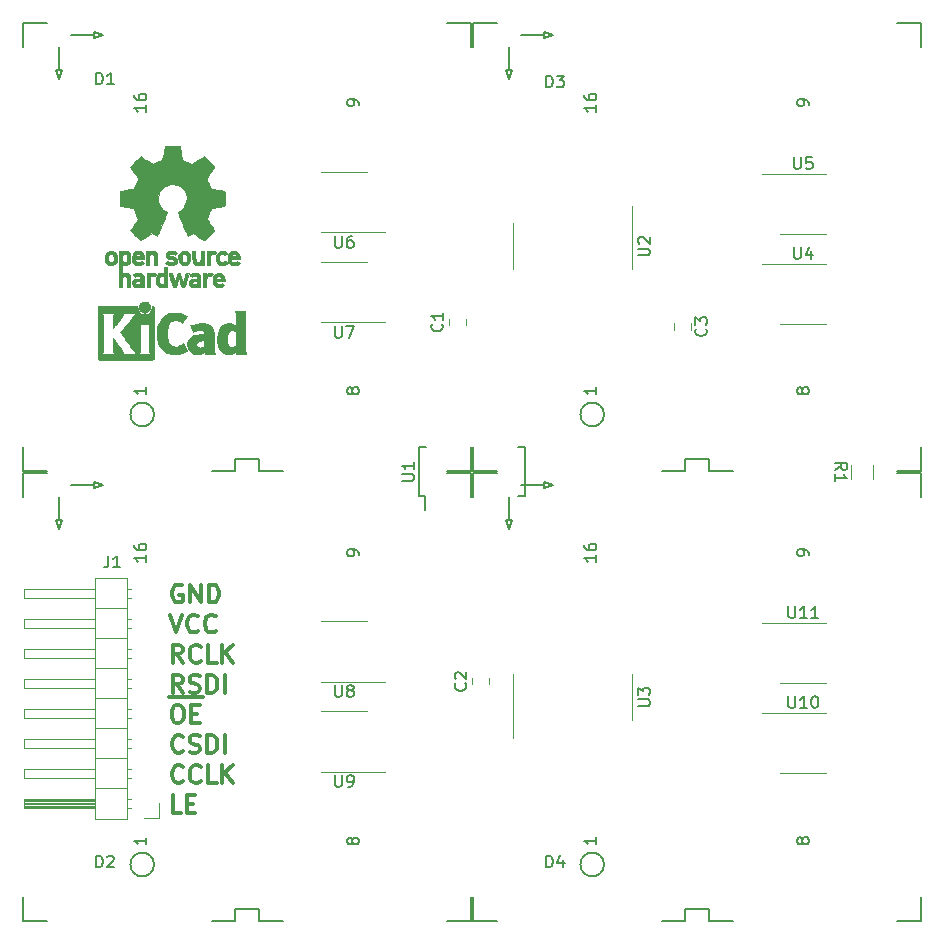
<source format=gto>
G04 #@! TF.GenerationSoftware,KiCad,Pcbnew,(5.1.5-0-10_14)*
G04 #@! TF.CreationDate,2020-06-14T22:58:27-07:00*
G04 #@! TF.ProjectId,matrix,6d617472-6978-42e6-9b69-6361645f7063,rev?*
G04 #@! TF.SameCoordinates,Original*
G04 #@! TF.FileFunction,Legend,Top*
G04 #@! TF.FilePolarity,Positive*
%FSLAX46Y46*%
G04 Gerber Fmt 4.6, Leading zero omitted, Abs format (unit mm)*
G04 Created by KiCad (PCBNEW (5.1.5-0-10_14)) date 2020-06-14 22:58:27*
%MOMM*%
%LPD*%
G04 APERTURE LIST*
%ADD10C,0.300000*%
%ADD11C,0.010000*%
%ADD12C,0.150000*%
%ADD13C,0.120000*%
G04 APERTURE END LIST*
D10*
X165802857Y-85067000D02*
X165660000Y-84995571D01*
X165445714Y-84995571D01*
X165231428Y-85067000D01*
X165088571Y-85209857D01*
X165017142Y-85352714D01*
X164945714Y-85638428D01*
X164945714Y-85852714D01*
X165017142Y-86138428D01*
X165088571Y-86281285D01*
X165231428Y-86424142D01*
X165445714Y-86495571D01*
X165588571Y-86495571D01*
X165802857Y-86424142D01*
X165874285Y-86352714D01*
X165874285Y-85852714D01*
X165588571Y-85852714D01*
X166517142Y-86495571D02*
X166517142Y-84995571D01*
X167374285Y-86495571D01*
X167374285Y-84995571D01*
X168088571Y-86495571D02*
X168088571Y-84995571D01*
X168445714Y-84995571D01*
X168660000Y-85067000D01*
X168802857Y-85209857D01*
X168874285Y-85352714D01*
X168945714Y-85638428D01*
X168945714Y-85852714D01*
X168874285Y-86138428D01*
X168802857Y-86281285D01*
X168660000Y-86424142D01*
X168445714Y-86495571D01*
X168088571Y-86495571D01*
X164802857Y-87545571D02*
X165302857Y-89045571D01*
X165802857Y-87545571D01*
X167160000Y-88902714D02*
X167088571Y-88974142D01*
X166874285Y-89045571D01*
X166731428Y-89045571D01*
X166517142Y-88974142D01*
X166374285Y-88831285D01*
X166302857Y-88688428D01*
X166231428Y-88402714D01*
X166231428Y-88188428D01*
X166302857Y-87902714D01*
X166374285Y-87759857D01*
X166517142Y-87617000D01*
X166731428Y-87545571D01*
X166874285Y-87545571D01*
X167088571Y-87617000D01*
X167160000Y-87688428D01*
X168660000Y-88902714D02*
X168588571Y-88974142D01*
X168374285Y-89045571D01*
X168231428Y-89045571D01*
X168017142Y-88974142D01*
X167874285Y-88831285D01*
X167802857Y-88688428D01*
X167731428Y-88402714D01*
X167731428Y-88188428D01*
X167802857Y-87902714D01*
X167874285Y-87759857D01*
X168017142Y-87617000D01*
X168231428Y-87545571D01*
X168374285Y-87545571D01*
X168588571Y-87617000D01*
X168660000Y-87688428D01*
X165874285Y-91595571D02*
X165374285Y-90881285D01*
X165017142Y-91595571D02*
X165017142Y-90095571D01*
X165588571Y-90095571D01*
X165731428Y-90167000D01*
X165802857Y-90238428D01*
X165874285Y-90381285D01*
X165874285Y-90595571D01*
X165802857Y-90738428D01*
X165731428Y-90809857D01*
X165588571Y-90881285D01*
X165017142Y-90881285D01*
X167374285Y-91452714D02*
X167302857Y-91524142D01*
X167088571Y-91595571D01*
X166945714Y-91595571D01*
X166731428Y-91524142D01*
X166588571Y-91381285D01*
X166517142Y-91238428D01*
X166445714Y-90952714D01*
X166445714Y-90738428D01*
X166517142Y-90452714D01*
X166588571Y-90309857D01*
X166731428Y-90167000D01*
X166945714Y-90095571D01*
X167088571Y-90095571D01*
X167302857Y-90167000D01*
X167374285Y-90238428D01*
X168731428Y-91595571D02*
X168017142Y-91595571D01*
X168017142Y-90095571D01*
X169231428Y-91595571D02*
X169231428Y-90095571D01*
X170088571Y-91595571D02*
X169445714Y-90738428D01*
X170088571Y-90095571D02*
X169231428Y-90952714D01*
X165874285Y-94145571D02*
X165374285Y-93431285D01*
X165017142Y-94145571D02*
X165017142Y-92645571D01*
X165588571Y-92645571D01*
X165731428Y-92717000D01*
X165802857Y-92788428D01*
X165874285Y-92931285D01*
X165874285Y-93145571D01*
X165802857Y-93288428D01*
X165731428Y-93359857D01*
X165588571Y-93431285D01*
X165017142Y-93431285D01*
X166445714Y-94074142D02*
X166660000Y-94145571D01*
X167017142Y-94145571D01*
X167160000Y-94074142D01*
X167231428Y-94002714D01*
X167302857Y-93859857D01*
X167302857Y-93717000D01*
X167231428Y-93574142D01*
X167160000Y-93502714D01*
X167017142Y-93431285D01*
X166731428Y-93359857D01*
X166588571Y-93288428D01*
X166517142Y-93217000D01*
X166445714Y-93074142D01*
X166445714Y-92931285D01*
X166517142Y-92788428D01*
X166588571Y-92717000D01*
X166731428Y-92645571D01*
X167088571Y-92645571D01*
X167302857Y-92717000D01*
X167945714Y-94145571D02*
X167945714Y-92645571D01*
X168302857Y-92645571D01*
X168517142Y-92717000D01*
X168660000Y-92859857D01*
X168731428Y-93002714D01*
X168802857Y-93288428D01*
X168802857Y-93502714D01*
X168731428Y-93788428D01*
X168660000Y-93931285D01*
X168517142Y-94074142D01*
X168302857Y-94145571D01*
X167945714Y-94145571D01*
X169445714Y-94145571D02*
X169445714Y-92645571D01*
X164660000Y-94547000D02*
X166231428Y-94547000D01*
X165302857Y-95195571D02*
X165588571Y-95195571D01*
X165731428Y-95267000D01*
X165874285Y-95409857D01*
X165945714Y-95695571D01*
X165945714Y-96195571D01*
X165874285Y-96481285D01*
X165731428Y-96624142D01*
X165588571Y-96695571D01*
X165302857Y-96695571D01*
X165160000Y-96624142D01*
X165017142Y-96481285D01*
X164945714Y-96195571D01*
X164945714Y-95695571D01*
X165017142Y-95409857D01*
X165160000Y-95267000D01*
X165302857Y-95195571D01*
X166231428Y-94547000D02*
X167588571Y-94547000D01*
X166588571Y-95909857D02*
X167088571Y-95909857D01*
X167302857Y-96695571D02*
X166588571Y-96695571D01*
X166588571Y-95195571D01*
X167302857Y-95195571D01*
X165874285Y-99102714D02*
X165802857Y-99174142D01*
X165588571Y-99245571D01*
X165445714Y-99245571D01*
X165231428Y-99174142D01*
X165088571Y-99031285D01*
X165017142Y-98888428D01*
X164945714Y-98602714D01*
X164945714Y-98388428D01*
X165017142Y-98102714D01*
X165088571Y-97959857D01*
X165231428Y-97817000D01*
X165445714Y-97745571D01*
X165588571Y-97745571D01*
X165802857Y-97817000D01*
X165874285Y-97888428D01*
X166445714Y-99174142D02*
X166660000Y-99245571D01*
X167017142Y-99245571D01*
X167160000Y-99174142D01*
X167231428Y-99102714D01*
X167302857Y-98959857D01*
X167302857Y-98817000D01*
X167231428Y-98674142D01*
X167160000Y-98602714D01*
X167017142Y-98531285D01*
X166731428Y-98459857D01*
X166588571Y-98388428D01*
X166517142Y-98317000D01*
X166445714Y-98174142D01*
X166445714Y-98031285D01*
X166517142Y-97888428D01*
X166588571Y-97817000D01*
X166731428Y-97745571D01*
X167088571Y-97745571D01*
X167302857Y-97817000D01*
X167945714Y-99245571D02*
X167945714Y-97745571D01*
X168302857Y-97745571D01*
X168517142Y-97817000D01*
X168660000Y-97959857D01*
X168731428Y-98102714D01*
X168802857Y-98388428D01*
X168802857Y-98602714D01*
X168731428Y-98888428D01*
X168660000Y-99031285D01*
X168517142Y-99174142D01*
X168302857Y-99245571D01*
X167945714Y-99245571D01*
X169445714Y-99245571D02*
X169445714Y-97745571D01*
X165874285Y-101652714D02*
X165802857Y-101724142D01*
X165588571Y-101795571D01*
X165445714Y-101795571D01*
X165231428Y-101724142D01*
X165088571Y-101581285D01*
X165017142Y-101438428D01*
X164945714Y-101152714D01*
X164945714Y-100938428D01*
X165017142Y-100652714D01*
X165088571Y-100509857D01*
X165231428Y-100367000D01*
X165445714Y-100295571D01*
X165588571Y-100295571D01*
X165802857Y-100367000D01*
X165874285Y-100438428D01*
X167374285Y-101652714D02*
X167302857Y-101724142D01*
X167088571Y-101795571D01*
X166945714Y-101795571D01*
X166731428Y-101724142D01*
X166588571Y-101581285D01*
X166517142Y-101438428D01*
X166445714Y-101152714D01*
X166445714Y-100938428D01*
X166517142Y-100652714D01*
X166588571Y-100509857D01*
X166731428Y-100367000D01*
X166945714Y-100295571D01*
X167088571Y-100295571D01*
X167302857Y-100367000D01*
X167374285Y-100438428D01*
X168731428Y-101795571D02*
X168017142Y-101795571D01*
X168017142Y-100295571D01*
X169231428Y-101795571D02*
X169231428Y-100295571D01*
X170088571Y-101795571D02*
X169445714Y-100938428D01*
X170088571Y-100295571D02*
X169231428Y-101152714D01*
X165731428Y-104345571D02*
X165017142Y-104345571D01*
X165017142Y-102845571D01*
X166231428Y-103559857D02*
X166731428Y-103559857D01*
X166945714Y-104345571D02*
X166231428Y-104345571D01*
X166231428Y-102845571D01*
X166945714Y-102845571D01*
D11*
G36*
X162699957Y-61034571D02*
G01*
X162796232Y-61058809D01*
X162882816Y-61101641D01*
X162957627Y-61161419D01*
X163018582Y-61236494D01*
X163063601Y-61325220D01*
X163089864Y-61421530D01*
X163095714Y-61518795D01*
X163080860Y-61612654D01*
X163047160Y-61700511D01*
X162996472Y-61779770D01*
X162930655Y-61847836D01*
X162851566Y-61902112D01*
X162761066Y-61940002D01*
X162709800Y-61952426D01*
X162665302Y-61959947D01*
X162631001Y-61962919D01*
X162598040Y-61961094D01*
X162557566Y-61954225D01*
X162524469Y-61947250D01*
X162431053Y-61915741D01*
X162347381Y-61864617D01*
X162275335Y-61795429D01*
X162216800Y-61709728D01*
X162202852Y-61682489D01*
X162186414Y-61646122D01*
X162176106Y-61615582D01*
X162170540Y-61583450D01*
X162168331Y-61542307D01*
X162168052Y-61496222D01*
X162172139Y-61411865D01*
X162185554Y-61342586D01*
X162210744Y-61281961D01*
X162250154Y-61223567D01*
X162288702Y-61179302D01*
X162360594Y-61113484D01*
X162435687Y-61068053D01*
X162518438Y-61040850D01*
X162596072Y-61030576D01*
X162699957Y-61034571D01*
G37*
X162699957Y-61034571D02*
X162796232Y-61058809D01*
X162882816Y-61101641D01*
X162957627Y-61161419D01*
X163018582Y-61236494D01*
X163063601Y-61325220D01*
X163089864Y-61421530D01*
X163095714Y-61518795D01*
X163080860Y-61612654D01*
X163047160Y-61700511D01*
X162996472Y-61779770D01*
X162930655Y-61847836D01*
X162851566Y-61902112D01*
X162761066Y-61940002D01*
X162709800Y-61952426D01*
X162665302Y-61959947D01*
X162631001Y-61962919D01*
X162598040Y-61961094D01*
X162557566Y-61954225D01*
X162524469Y-61947250D01*
X162431053Y-61915741D01*
X162347381Y-61864617D01*
X162275335Y-61795429D01*
X162216800Y-61709728D01*
X162202852Y-61682489D01*
X162186414Y-61646122D01*
X162176106Y-61615582D01*
X162170540Y-61583450D01*
X162168331Y-61542307D01*
X162168052Y-61496222D01*
X162172139Y-61411865D01*
X162185554Y-61342586D01*
X162210744Y-61281961D01*
X162250154Y-61223567D01*
X162288702Y-61179302D01*
X162360594Y-61113484D01*
X162435687Y-61068053D01*
X162518438Y-61040850D01*
X162596072Y-61030576D01*
X162699957Y-61034571D01*
G36*
X171159507Y-63480245D02*
G01*
X171159526Y-63714662D01*
X171159552Y-63927603D01*
X171159625Y-64120168D01*
X171159782Y-64293459D01*
X171160064Y-64448576D01*
X171160509Y-64586620D01*
X171161156Y-64708692D01*
X171162045Y-64815894D01*
X171163213Y-64909326D01*
X171164701Y-64990090D01*
X171166546Y-65059286D01*
X171168789Y-65118015D01*
X171171469Y-65167379D01*
X171174623Y-65208478D01*
X171178292Y-65242413D01*
X171182513Y-65270286D01*
X171187327Y-65293198D01*
X171192773Y-65312249D01*
X171198888Y-65328540D01*
X171205712Y-65343173D01*
X171213285Y-65357249D01*
X171221645Y-65371868D01*
X171226839Y-65380974D01*
X171261104Y-65441689D01*
X170402955Y-65441689D01*
X170402955Y-65345733D01*
X170402224Y-65302370D01*
X170400272Y-65269205D01*
X170397463Y-65251424D01*
X170396221Y-65249778D01*
X170384799Y-65256662D01*
X170362084Y-65274505D01*
X170339385Y-65293879D01*
X170284800Y-65334614D01*
X170215321Y-65375617D01*
X170138270Y-65413123D01*
X170060965Y-65443364D01*
X170030113Y-65453012D01*
X169961616Y-65467578D01*
X169878764Y-65477539D01*
X169789371Y-65482583D01*
X169701248Y-65482396D01*
X169622207Y-65476666D01*
X169584511Y-65470858D01*
X169446414Y-65432797D01*
X169319113Y-65375073D01*
X169203292Y-65298211D01*
X169099637Y-65202739D01*
X169008833Y-65089179D01*
X168942031Y-64978381D01*
X168887164Y-64861625D01*
X168845163Y-64742276D01*
X168815167Y-64616283D01*
X168796311Y-64479594D01*
X168787732Y-64328158D01*
X168787006Y-64250711D01*
X168789100Y-64193934D01*
X169618217Y-64193934D01*
X169618424Y-64287002D01*
X169621337Y-64374692D01*
X169627000Y-64451772D01*
X169635455Y-64513009D01*
X169638038Y-64525350D01*
X169669840Y-64632633D01*
X169711498Y-64719658D01*
X169763363Y-64786642D01*
X169825781Y-64833805D01*
X169899100Y-64861365D01*
X169983669Y-64869541D01*
X170079835Y-64858551D01*
X170143311Y-64842829D01*
X170192454Y-64824639D01*
X170246583Y-64798791D01*
X170287244Y-64775089D01*
X170357800Y-64728721D01*
X170357800Y-63578530D01*
X170290392Y-63534962D01*
X170211867Y-63494040D01*
X170127681Y-63467389D01*
X170042557Y-63455465D01*
X169961216Y-63458722D01*
X169888380Y-63477615D01*
X169856426Y-63493184D01*
X169798501Y-63536181D01*
X169749544Y-63592953D01*
X169708390Y-63665575D01*
X169673874Y-63756121D01*
X169644833Y-63866666D01*
X169643552Y-63872533D01*
X169633381Y-63934788D01*
X169625739Y-64012594D01*
X169620670Y-64100720D01*
X169618217Y-64193934D01*
X168789100Y-64193934D01*
X168794857Y-64037895D01*
X168816802Y-63842059D01*
X168852786Y-63663332D01*
X168902759Y-63501845D01*
X168966668Y-63357726D01*
X169044462Y-63231106D01*
X169136089Y-63122115D01*
X169241497Y-63030883D01*
X169286662Y-62999932D01*
X169387611Y-62943785D01*
X169490901Y-62904174D01*
X169600989Y-62880014D01*
X169722330Y-62870219D01*
X169814836Y-62871265D01*
X169944490Y-62882231D01*
X170057084Y-62904046D01*
X170155875Y-62937714D01*
X170244121Y-62984236D01*
X170292986Y-63018448D01*
X170322353Y-63040362D01*
X170344043Y-63055333D01*
X170352253Y-63059733D01*
X170353868Y-63048904D01*
X170355159Y-63018251D01*
X170356138Y-62970526D01*
X170356817Y-62908479D01*
X170357210Y-62834862D01*
X170357330Y-62752427D01*
X170357188Y-62663925D01*
X170356797Y-62572107D01*
X170356171Y-62479724D01*
X170355320Y-62389528D01*
X170354260Y-62304271D01*
X170353001Y-62226703D01*
X170351556Y-62159576D01*
X170349938Y-62105641D01*
X170348161Y-62067650D01*
X170347669Y-62060667D01*
X170340092Y-61990251D01*
X170328531Y-61935102D01*
X170310792Y-61887981D01*
X170284682Y-61841647D01*
X170278415Y-61832067D01*
X170253983Y-61795378D01*
X171159311Y-61795378D01*
X171159507Y-63480245D01*
G37*
X171159507Y-63480245D02*
X171159526Y-63714662D01*
X171159552Y-63927603D01*
X171159625Y-64120168D01*
X171159782Y-64293459D01*
X171160064Y-64448576D01*
X171160509Y-64586620D01*
X171161156Y-64708692D01*
X171162045Y-64815894D01*
X171163213Y-64909326D01*
X171164701Y-64990090D01*
X171166546Y-65059286D01*
X171168789Y-65118015D01*
X171171469Y-65167379D01*
X171174623Y-65208478D01*
X171178292Y-65242413D01*
X171182513Y-65270286D01*
X171187327Y-65293198D01*
X171192773Y-65312249D01*
X171198888Y-65328540D01*
X171205712Y-65343173D01*
X171213285Y-65357249D01*
X171221645Y-65371868D01*
X171226839Y-65380974D01*
X171261104Y-65441689D01*
X170402955Y-65441689D01*
X170402955Y-65345733D01*
X170402224Y-65302370D01*
X170400272Y-65269205D01*
X170397463Y-65251424D01*
X170396221Y-65249778D01*
X170384799Y-65256662D01*
X170362084Y-65274505D01*
X170339385Y-65293879D01*
X170284800Y-65334614D01*
X170215321Y-65375617D01*
X170138270Y-65413123D01*
X170060965Y-65443364D01*
X170030113Y-65453012D01*
X169961616Y-65467578D01*
X169878764Y-65477539D01*
X169789371Y-65482583D01*
X169701248Y-65482396D01*
X169622207Y-65476666D01*
X169584511Y-65470858D01*
X169446414Y-65432797D01*
X169319113Y-65375073D01*
X169203292Y-65298211D01*
X169099637Y-65202739D01*
X169008833Y-65089179D01*
X168942031Y-64978381D01*
X168887164Y-64861625D01*
X168845163Y-64742276D01*
X168815167Y-64616283D01*
X168796311Y-64479594D01*
X168787732Y-64328158D01*
X168787006Y-64250711D01*
X168789100Y-64193934D01*
X169618217Y-64193934D01*
X169618424Y-64287002D01*
X169621337Y-64374692D01*
X169627000Y-64451772D01*
X169635455Y-64513009D01*
X169638038Y-64525350D01*
X169669840Y-64632633D01*
X169711498Y-64719658D01*
X169763363Y-64786642D01*
X169825781Y-64833805D01*
X169899100Y-64861365D01*
X169983669Y-64869541D01*
X170079835Y-64858551D01*
X170143311Y-64842829D01*
X170192454Y-64824639D01*
X170246583Y-64798791D01*
X170287244Y-64775089D01*
X170357800Y-64728721D01*
X170357800Y-63578530D01*
X170290392Y-63534962D01*
X170211867Y-63494040D01*
X170127681Y-63467389D01*
X170042557Y-63455465D01*
X169961216Y-63458722D01*
X169888380Y-63477615D01*
X169856426Y-63493184D01*
X169798501Y-63536181D01*
X169749544Y-63592953D01*
X169708390Y-63665575D01*
X169673874Y-63756121D01*
X169644833Y-63866666D01*
X169643552Y-63872533D01*
X169633381Y-63934788D01*
X169625739Y-64012594D01*
X169620670Y-64100720D01*
X169618217Y-64193934D01*
X168789100Y-64193934D01*
X168794857Y-64037895D01*
X168816802Y-63842059D01*
X168852786Y-63663332D01*
X168902759Y-63501845D01*
X168966668Y-63357726D01*
X169044462Y-63231106D01*
X169136089Y-63122115D01*
X169241497Y-63030883D01*
X169286662Y-62999932D01*
X169387611Y-62943785D01*
X169490901Y-62904174D01*
X169600989Y-62880014D01*
X169722330Y-62870219D01*
X169814836Y-62871265D01*
X169944490Y-62882231D01*
X170057084Y-62904046D01*
X170155875Y-62937714D01*
X170244121Y-62984236D01*
X170292986Y-63018448D01*
X170322353Y-63040362D01*
X170344043Y-63055333D01*
X170352253Y-63059733D01*
X170353868Y-63048904D01*
X170355159Y-63018251D01*
X170356138Y-62970526D01*
X170356817Y-62908479D01*
X170357210Y-62834862D01*
X170357330Y-62752427D01*
X170357188Y-62663925D01*
X170356797Y-62572107D01*
X170356171Y-62479724D01*
X170355320Y-62389528D01*
X170354260Y-62304271D01*
X170353001Y-62226703D01*
X170351556Y-62159576D01*
X170349938Y-62105641D01*
X170348161Y-62067650D01*
X170347669Y-62060667D01*
X170340092Y-61990251D01*
X170328531Y-61935102D01*
X170310792Y-61887981D01*
X170284682Y-61841647D01*
X170278415Y-61832067D01*
X170253983Y-61795378D01*
X171159311Y-61795378D01*
X171159507Y-63480245D01*
G36*
X167646574Y-62874552D02*
G01*
X167798492Y-62894567D01*
X167933756Y-62928202D01*
X168053239Y-62975725D01*
X168157815Y-63037405D01*
X168235424Y-63100965D01*
X168304265Y-63175099D01*
X168358006Y-63254871D01*
X168400910Y-63347091D01*
X168416384Y-63390161D01*
X168429244Y-63429142D01*
X168440446Y-63465289D01*
X168450120Y-63500434D01*
X168458396Y-63536410D01*
X168465403Y-63575050D01*
X168471272Y-63618185D01*
X168476131Y-63667649D01*
X168480110Y-63725273D01*
X168483340Y-63792891D01*
X168485949Y-63872334D01*
X168488067Y-63965436D01*
X168489824Y-64074027D01*
X168491349Y-64199942D01*
X168492772Y-64345012D01*
X168494025Y-64487778D01*
X168495351Y-64643968D01*
X168496556Y-64779239D01*
X168497766Y-64895246D01*
X168499106Y-64993645D01*
X168500700Y-65076093D01*
X168502675Y-65144246D01*
X168505156Y-65199760D01*
X168508269Y-65244292D01*
X168512138Y-65279498D01*
X168516889Y-65307034D01*
X168522648Y-65328556D01*
X168529539Y-65345722D01*
X168537689Y-65360186D01*
X168547223Y-65373606D01*
X168558266Y-65387638D01*
X168562566Y-65393071D01*
X168578386Y-65415910D01*
X168585422Y-65431463D01*
X168585444Y-65431922D01*
X168574567Y-65434121D01*
X168543582Y-65436147D01*
X168494957Y-65437942D01*
X168431163Y-65439451D01*
X168354669Y-65440616D01*
X168267944Y-65441380D01*
X168173457Y-65441686D01*
X168162550Y-65441689D01*
X167739657Y-65441689D01*
X167736395Y-65345622D01*
X167733133Y-65249556D01*
X167671044Y-65300543D01*
X167573714Y-65368057D01*
X167463813Y-65422749D01*
X167377349Y-65452978D01*
X167308278Y-65467666D01*
X167224925Y-65477659D01*
X167135159Y-65482646D01*
X167046845Y-65482313D01*
X166967851Y-65476351D01*
X166931622Y-65470638D01*
X166791603Y-65432776D01*
X166665178Y-65377932D01*
X166553260Y-65306924D01*
X166456762Y-65220568D01*
X166376600Y-65119679D01*
X166313687Y-65005076D01*
X166269312Y-64878984D01*
X166256978Y-64822401D01*
X166249368Y-64760202D01*
X166245739Y-64685363D01*
X166245245Y-64651467D01*
X166245310Y-64648282D01*
X167005248Y-64648282D01*
X167014541Y-64723333D01*
X167042728Y-64787160D01*
X167091197Y-64842798D01*
X167096254Y-64847211D01*
X167144548Y-64882037D01*
X167196257Y-64904620D01*
X167256989Y-64916540D01*
X167332352Y-64919383D01*
X167350459Y-64918978D01*
X167404278Y-64916325D01*
X167444308Y-64910909D01*
X167479324Y-64900745D01*
X167518103Y-64883850D01*
X167528745Y-64878672D01*
X167589396Y-64842844D01*
X167636215Y-64800212D01*
X167648952Y-64784973D01*
X167693622Y-64728462D01*
X167693622Y-64532586D01*
X167693086Y-64453939D01*
X167691396Y-64395988D01*
X167688428Y-64356875D01*
X167684057Y-64334741D01*
X167679972Y-64328274D01*
X167664047Y-64325111D01*
X167630264Y-64322488D01*
X167583340Y-64320655D01*
X167527993Y-64319857D01*
X167519106Y-64319842D01*
X167398330Y-64325096D01*
X167295660Y-64341263D01*
X167209106Y-64368961D01*
X167136681Y-64408808D01*
X167081751Y-64455758D01*
X167037204Y-64513645D01*
X167012480Y-64576693D01*
X167005248Y-64648282D01*
X166245310Y-64648282D01*
X166247178Y-64557712D01*
X166255522Y-64478812D01*
X166271768Y-64407590D01*
X166297405Y-64336864D01*
X166321401Y-64284493D01*
X166380020Y-64189196D01*
X166458117Y-64101170D01*
X166553315Y-64022017D01*
X166663238Y-63953340D01*
X166785510Y-63896741D01*
X166917755Y-63853821D01*
X166982422Y-63838882D01*
X167118604Y-63816777D01*
X167267049Y-63802194D01*
X167418505Y-63795813D01*
X167545064Y-63797445D01*
X167706950Y-63804224D01*
X167699530Y-63745245D01*
X167680238Y-63646092D01*
X167649104Y-63565372D01*
X167605269Y-63502466D01*
X167547871Y-63456756D01*
X167476048Y-63427622D01*
X167388941Y-63414447D01*
X167285686Y-63416611D01*
X167247711Y-63420612D01*
X167106520Y-63445780D01*
X166969707Y-63486814D01*
X166875178Y-63524815D01*
X166830018Y-63544190D01*
X166791585Y-63559760D01*
X166765234Y-63569405D01*
X166757546Y-63571452D01*
X166747802Y-63562374D01*
X166731083Y-63533405D01*
X166707232Y-63484217D01*
X166676093Y-63414484D01*
X166637507Y-63323879D01*
X166630910Y-63308089D01*
X166600853Y-63235772D01*
X166573874Y-63170425D01*
X166551136Y-63114906D01*
X166533806Y-63072072D01*
X166523048Y-63044781D01*
X166519941Y-63035942D01*
X166529940Y-63031187D01*
X166556217Y-63025910D01*
X166584489Y-63022231D01*
X166614646Y-63017474D01*
X166662433Y-63008028D01*
X166723612Y-62994820D01*
X166793946Y-62978776D01*
X166869194Y-62960820D01*
X166897755Y-62953797D01*
X167002816Y-62928209D01*
X167090480Y-62908147D01*
X167165068Y-62892969D01*
X167230903Y-62882035D01*
X167292307Y-62874704D01*
X167353602Y-62870335D01*
X167419110Y-62868287D01*
X167477128Y-62867889D01*
X167646574Y-62874552D01*
G37*
X167646574Y-62874552D02*
X167798492Y-62894567D01*
X167933756Y-62928202D01*
X168053239Y-62975725D01*
X168157815Y-63037405D01*
X168235424Y-63100965D01*
X168304265Y-63175099D01*
X168358006Y-63254871D01*
X168400910Y-63347091D01*
X168416384Y-63390161D01*
X168429244Y-63429142D01*
X168440446Y-63465289D01*
X168450120Y-63500434D01*
X168458396Y-63536410D01*
X168465403Y-63575050D01*
X168471272Y-63618185D01*
X168476131Y-63667649D01*
X168480110Y-63725273D01*
X168483340Y-63792891D01*
X168485949Y-63872334D01*
X168488067Y-63965436D01*
X168489824Y-64074027D01*
X168491349Y-64199942D01*
X168492772Y-64345012D01*
X168494025Y-64487778D01*
X168495351Y-64643968D01*
X168496556Y-64779239D01*
X168497766Y-64895246D01*
X168499106Y-64993645D01*
X168500700Y-65076093D01*
X168502675Y-65144246D01*
X168505156Y-65199760D01*
X168508269Y-65244292D01*
X168512138Y-65279498D01*
X168516889Y-65307034D01*
X168522648Y-65328556D01*
X168529539Y-65345722D01*
X168537689Y-65360186D01*
X168547223Y-65373606D01*
X168558266Y-65387638D01*
X168562566Y-65393071D01*
X168578386Y-65415910D01*
X168585422Y-65431463D01*
X168585444Y-65431922D01*
X168574567Y-65434121D01*
X168543582Y-65436147D01*
X168494957Y-65437942D01*
X168431163Y-65439451D01*
X168354669Y-65440616D01*
X168267944Y-65441380D01*
X168173457Y-65441686D01*
X168162550Y-65441689D01*
X167739657Y-65441689D01*
X167736395Y-65345622D01*
X167733133Y-65249556D01*
X167671044Y-65300543D01*
X167573714Y-65368057D01*
X167463813Y-65422749D01*
X167377349Y-65452978D01*
X167308278Y-65467666D01*
X167224925Y-65477659D01*
X167135159Y-65482646D01*
X167046845Y-65482313D01*
X166967851Y-65476351D01*
X166931622Y-65470638D01*
X166791603Y-65432776D01*
X166665178Y-65377932D01*
X166553260Y-65306924D01*
X166456762Y-65220568D01*
X166376600Y-65119679D01*
X166313687Y-65005076D01*
X166269312Y-64878984D01*
X166256978Y-64822401D01*
X166249368Y-64760202D01*
X166245739Y-64685363D01*
X166245245Y-64651467D01*
X166245310Y-64648282D01*
X167005248Y-64648282D01*
X167014541Y-64723333D01*
X167042728Y-64787160D01*
X167091197Y-64842798D01*
X167096254Y-64847211D01*
X167144548Y-64882037D01*
X167196257Y-64904620D01*
X167256989Y-64916540D01*
X167332352Y-64919383D01*
X167350459Y-64918978D01*
X167404278Y-64916325D01*
X167444308Y-64910909D01*
X167479324Y-64900745D01*
X167518103Y-64883850D01*
X167528745Y-64878672D01*
X167589396Y-64842844D01*
X167636215Y-64800212D01*
X167648952Y-64784973D01*
X167693622Y-64728462D01*
X167693622Y-64532586D01*
X167693086Y-64453939D01*
X167691396Y-64395988D01*
X167688428Y-64356875D01*
X167684057Y-64334741D01*
X167679972Y-64328274D01*
X167664047Y-64325111D01*
X167630264Y-64322488D01*
X167583340Y-64320655D01*
X167527993Y-64319857D01*
X167519106Y-64319842D01*
X167398330Y-64325096D01*
X167295660Y-64341263D01*
X167209106Y-64368961D01*
X167136681Y-64408808D01*
X167081751Y-64455758D01*
X167037204Y-64513645D01*
X167012480Y-64576693D01*
X167005248Y-64648282D01*
X166245310Y-64648282D01*
X166247178Y-64557712D01*
X166255522Y-64478812D01*
X166271768Y-64407590D01*
X166297405Y-64336864D01*
X166321401Y-64284493D01*
X166380020Y-64189196D01*
X166458117Y-64101170D01*
X166553315Y-64022017D01*
X166663238Y-63953340D01*
X166785510Y-63896741D01*
X166917755Y-63853821D01*
X166982422Y-63838882D01*
X167118604Y-63816777D01*
X167267049Y-63802194D01*
X167418505Y-63795813D01*
X167545064Y-63797445D01*
X167706950Y-63804224D01*
X167699530Y-63745245D01*
X167680238Y-63646092D01*
X167649104Y-63565372D01*
X167605269Y-63502466D01*
X167547871Y-63456756D01*
X167476048Y-63427622D01*
X167388941Y-63414447D01*
X167285686Y-63416611D01*
X167247711Y-63420612D01*
X167106520Y-63445780D01*
X166969707Y-63486814D01*
X166875178Y-63524815D01*
X166830018Y-63544190D01*
X166791585Y-63559760D01*
X166765234Y-63569405D01*
X166757546Y-63571452D01*
X166747802Y-63562374D01*
X166731083Y-63533405D01*
X166707232Y-63484217D01*
X166676093Y-63414484D01*
X166637507Y-63323879D01*
X166630910Y-63308089D01*
X166600853Y-63235772D01*
X166573874Y-63170425D01*
X166551136Y-63114906D01*
X166533806Y-63072072D01*
X166523048Y-63044781D01*
X166519941Y-63035942D01*
X166529940Y-63031187D01*
X166556217Y-63025910D01*
X166584489Y-63022231D01*
X166614646Y-63017474D01*
X166662433Y-63008028D01*
X166723612Y-62994820D01*
X166793946Y-62978776D01*
X166869194Y-62960820D01*
X166897755Y-62953797D01*
X167002816Y-62928209D01*
X167090480Y-62908147D01*
X167165068Y-62892969D01*
X167230903Y-62882035D01*
X167292307Y-62874704D01*
X167353602Y-62870335D01*
X167419110Y-62868287D01*
X167477128Y-62867889D01*
X167646574Y-62874552D01*
G36*
X165301429Y-61957071D02*
G01*
X165461570Y-61978245D01*
X165625510Y-62018385D01*
X165795313Y-62077889D01*
X165973043Y-62157154D01*
X165984310Y-62162699D01*
X166042005Y-62190725D01*
X166093552Y-62214802D01*
X166135191Y-62233249D01*
X166163162Y-62244386D01*
X166172733Y-62246933D01*
X166191950Y-62251941D01*
X166196561Y-62256147D01*
X166191458Y-62266580D01*
X166175418Y-62292868D01*
X166150288Y-62332257D01*
X166117914Y-62381991D01*
X166080143Y-62439315D01*
X166038822Y-62501476D01*
X165995798Y-62565718D01*
X165952917Y-62629285D01*
X165912026Y-62689425D01*
X165874971Y-62743380D01*
X165843600Y-62788397D01*
X165819759Y-62821721D01*
X165805294Y-62840597D01*
X165803309Y-62842787D01*
X165793191Y-62838138D01*
X165770850Y-62820962D01*
X165740280Y-62794440D01*
X165724536Y-62779964D01*
X165628047Y-62704682D01*
X165521336Y-62649241D01*
X165405832Y-62614141D01*
X165282962Y-62599880D01*
X165213561Y-62601051D01*
X165092423Y-62618212D01*
X164983205Y-62654094D01*
X164885582Y-62708959D01*
X164799228Y-62783070D01*
X164723815Y-62876688D01*
X164659018Y-62990076D01*
X164621601Y-63076667D01*
X164577748Y-63212366D01*
X164545428Y-63359850D01*
X164524557Y-63515314D01*
X164515051Y-63674956D01*
X164516827Y-63834973D01*
X164529803Y-63991561D01*
X164553894Y-64140918D01*
X164589018Y-64279240D01*
X164635092Y-64402724D01*
X164651373Y-64436978D01*
X164719620Y-64551064D01*
X164800079Y-64647557D01*
X164891570Y-64725670D01*
X164992911Y-64784617D01*
X165102920Y-64823612D01*
X165220415Y-64841868D01*
X165261883Y-64843211D01*
X165383441Y-64832290D01*
X165503878Y-64799474D01*
X165621666Y-64745439D01*
X165735277Y-64670865D01*
X165826685Y-64592539D01*
X165873215Y-64548008D01*
X166054483Y-64845271D01*
X166099580Y-64919433D01*
X166140819Y-64987646D01*
X166176735Y-65047459D01*
X166205866Y-65096420D01*
X166226750Y-65132079D01*
X166237924Y-65151984D01*
X166239375Y-65155079D01*
X166231146Y-65164718D01*
X166205567Y-65181999D01*
X166165873Y-65205283D01*
X166115297Y-65232934D01*
X166057074Y-65263315D01*
X165994437Y-65294790D01*
X165930621Y-65325722D01*
X165868860Y-65354473D01*
X165812388Y-65379408D01*
X165764438Y-65398889D01*
X165740986Y-65407318D01*
X165607221Y-65445133D01*
X165469327Y-65470136D01*
X165321622Y-65483140D01*
X165194833Y-65485468D01*
X165126878Y-65484373D01*
X165061277Y-65482275D01*
X165003847Y-65479434D01*
X164960403Y-65476106D01*
X164946298Y-65474422D01*
X164807284Y-65445587D01*
X164665757Y-65400468D01*
X164528275Y-65341750D01*
X164401394Y-65272120D01*
X164323889Y-65219441D01*
X164196481Y-65111239D01*
X164078178Y-64984671D01*
X163971172Y-64842866D01*
X163877652Y-64688951D01*
X163799810Y-64526053D01*
X163755956Y-64408756D01*
X163705708Y-64225128D01*
X163672209Y-64030581D01*
X163655449Y-63829325D01*
X163655416Y-63625568D01*
X163672101Y-63423521D01*
X163705493Y-63227392D01*
X163755580Y-63041391D01*
X163759397Y-63029803D01*
X163822281Y-62867750D01*
X163899028Y-62719832D01*
X163992242Y-62581865D01*
X164104527Y-62449661D01*
X164148392Y-62404399D01*
X164284534Y-62280457D01*
X164424491Y-62177915D01*
X164570411Y-62095656D01*
X164724442Y-62032564D01*
X164888732Y-61987523D01*
X164984289Y-61970033D01*
X165143023Y-61954466D01*
X165301429Y-61957071D01*
G37*
X165301429Y-61957071D02*
X165461570Y-61978245D01*
X165625510Y-62018385D01*
X165795313Y-62077889D01*
X165973043Y-62157154D01*
X165984310Y-62162699D01*
X166042005Y-62190725D01*
X166093552Y-62214802D01*
X166135191Y-62233249D01*
X166163162Y-62244386D01*
X166172733Y-62246933D01*
X166191950Y-62251941D01*
X166196561Y-62256147D01*
X166191458Y-62266580D01*
X166175418Y-62292868D01*
X166150288Y-62332257D01*
X166117914Y-62381991D01*
X166080143Y-62439315D01*
X166038822Y-62501476D01*
X165995798Y-62565718D01*
X165952917Y-62629285D01*
X165912026Y-62689425D01*
X165874971Y-62743380D01*
X165843600Y-62788397D01*
X165819759Y-62821721D01*
X165805294Y-62840597D01*
X165803309Y-62842787D01*
X165793191Y-62838138D01*
X165770850Y-62820962D01*
X165740280Y-62794440D01*
X165724536Y-62779964D01*
X165628047Y-62704682D01*
X165521336Y-62649241D01*
X165405832Y-62614141D01*
X165282962Y-62599880D01*
X165213561Y-62601051D01*
X165092423Y-62618212D01*
X164983205Y-62654094D01*
X164885582Y-62708959D01*
X164799228Y-62783070D01*
X164723815Y-62876688D01*
X164659018Y-62990076D01*
X164621601Y-63076667D01*
X164577748Y-63212366D01*
X164545428Y-63359850D01*
X164524557Y-63515314D01*
X164515051Y-63674956D01*
X164516827Y-63834973D01*
X164529803Y-63991561D01*
X164553894Y-64140918D01*
X164589018Y-64279240D01*
X164635092Y-64402724D01*
X164651373Y-64436978D01*
X164719620Y-64551064D01*
X164800079Y-64647557D01*
X164891570Y-64725670D01*
X164992911Y-64784617D01*
X165102920Y-64823612D01*
X165220415Y-64841868D01*
X165261883Y-64843211D01*
X165383441Y-64832290D01*
X165503878Y-64799474D01*
X165621666Y-64745439D01*
X165735277Y-64670865D01*
X165826685Y-64592539D01*
X165873215Y-64548008D01*
X166054483Y-64845271D01*
X166099580Y-64919433D01*
X166140819Y-64987646D01*
X166176735Y-65047459D01*
X166205866Y-65096420D01*
X166226750Y-65132079D01*
X166237924Y-65151984D01*
X166239375Y-65155079D01*
X166231146Y-65164718D01*
X166205567Y-65181999D01*
X166165873Y-65205283D01*
X166115297Y-65232934D01*
X166057074Y-65263315D01*
X165994437Y-65294790D01*
X165930621Y-65325722D01*
X165868860Y-65354473D01*
X165812388Y-65379408D01*
X165764438Y-65398889D01*
X165740986Y-65407318D01*
X165607221Y-65445133D01*
X165469327Y-65470136D01*
X165321622Y-65483140D01*
X165194833Y-65485468D01*
X165126878Y-65484373D01*
X165061277Y-65482275D01*
X165003847Y-65479434D01*
X164960403Y-65476106D01*
X164946298Y-65474422D01*
X164807284Y-65445587D01*
X164665757Y-65400468D01*
X164528275Y-65341750D01*
X164401394Y-65272120D01*
X164323889Y-65219441D01*
X164196481Y-65111239D01*
X164078178Y-64984671D01*
X163971172Y-64842866D01*
X163877652Y-64688951D01*
X163799810Y-64526053D01*
X163755956Y-64408756D01*
X163705708Y-64225128D01*
X163672209Y-64030581D01*
X163655449Y-63829325D01*
X163655416Y-63625568D01*
X163672101Y-63423521D01*
X163705493Y-63227392D01*
X163755580Y-63041391D01*
X163759397Y-63029803D01*
X163822281Y-62867750D01*
X163899028Y-62719832D01*
X163992242Y-62581865D01*
X164104527Y-62449661D01*
X164148392Y-62404399D01*
X164284534Y-62280457D01*
X164424491Y-62177915D01*
X164570411Y-62095656D01*
X164724442Y-62032564D01*
X164888732Y-61987523D01*
X164984289Y-61970033D01*
X165143023Y-61954466D01*
X165301429Y-61957071D01*
G36*
X162026600Y-61497054D02*
G01*
X162037465Y-61610993D01*
X162069082Y-61718616D01*
X162119985Y-61817615D01*
X162188707Y-61905684D01*
X162273781Y-61980516D01*
X162370768Y-62038384D01*
X162477036Y-62078005D01*
X162584050Y-62096573D01*
X162689700Y-62095434D01*
X162791875Y-62075930D01*
X162888466Y-62039406D01*
X162977362Y-61987205D01*
X163056454Y-61920673D01*
X163123631Y-61841152D01*
X163176783Y-61749987D01*
X163213801Y-61648523D01*
X163232573Y-61538102D01*
X163234511Y-61488206D01*
X163234511Y-61400267D01*
X163286440Y-61400267D01*
X163322747Y-61403111D01*
X163349645Y-61414911D01*
X163376751Y-61438649D01*
X163415133Y-61477031D01*
X163415133Y-63668602D01*
X163415124Y-63930739D01*
X163415092Y-64171241D01*
X163415028Y-64391048D01*
X163414924Y-64591101D01*
X163414773Y-64772344D01*
X163414566Y-64935716D01*
X163414294Y-65082160D01*
X163413950Y-65212617D01*
X163413526Y-65328029D01*
X163413013Y-65429338D01*
X163412403Y-65517484D01*
X163411688Y-65593410D01*
X163410860Y-65658057D01*
X163409911Y-65712367D01*
X163408833Y-65757280D01*
X163407617Y-65793740D01*
X163406255Y-65822687D01*
X163404739Y-65845063D01*
X163403062Y-65861809D01*
X163401214Y-65873868D01*
X163399187Y-65882180D01*
X163396975Y-65887687D01*
X163395892Y-65889537D01*
X163391729Y-65896549D01*
X163388195Y-65902996D01*
X163384365Y-65908900D01*
X163379318Y-65914286D01*
X163372129Y-65919178D01*
X163361877Y-65923598D01*
X163347636Y-65927572D01*
X163328486Y-65931121D01*
X163303501Y-65934270D01*
X163271760Y-65937042D01*
X163232338Y-65939461D01*
X163184314Y-65941551D01*
X163126763Y-65943335D01*
X163058763Y-65944837D01*
X162979390Y-65946080D01*
X162887721Y-65947089D01*
X162782834Y-65947885D01*
X162663804Y-65948494D01*
X162529710Y-65948939D01*
X162379627Y-65949243D01*
X162212633Y-65949430D01*
X162027804Y-65949524D01*
X161824217Y-65949548D01*
X161600950Y-65949525D01*
X161357078Y-65949480D01*
X161091679Y-65949437D01*
X161053296Y-65949432D01*
X160786318Y-65949389D01*
X160540998Y-65949318D01*
X160316417Y-65949213D01*
X160111655Y-65949066D01*
X159925794Y-65948869D01*
X159757912Y-65948616D01*
X159607092Y-65948300D01*
X159472413Y-65947913D01*
X159352956Y-65947447D01*
X159247801Y-65946897D01*
X159156029Y-65946253D01*
X159076721Y-65945511D01*
X159008957Y-65944661D01*
X158951818Y-65943697D01*
X158904383Y-65942611D01*
X158865734Y-65941397D01*
X158834951Y-65940047D01*
X158811115Y-65938555D01*
X158793306Y-65936911D01*
X158780605Y-65935111D01*
X158772092Y-65933145D01*
X158767734Y-65931477D01*
X158759272Y-65927906D01*
X158751503Y-65925270D01*
X158744398Y-65922634D01*
X158737927Y-65919062D01*
X158732061Y-65913621D01*
X158726771Y-65905375D01*
X158722026Y-65893390D01*
X158717798Y-65876731D01*
X158714057Y-65854463D01*
X158710773Y-65825652D01*
X158707917Y-65789363D01*
X158705460Y-65744661D01*
X158703371Y-65690611D01*
X158701622Y-65626279D01*
X158700183Y-65550730D01*
X158699024Y-65463030D01*
X158698117Y-65362243D01*
X158697431Y-65247434D01*
X158696937Y-65117670D01*
X158696605Y-64972015D01*
X158696407Y-64809535D01*
X158696313Y-64629295D01*
X158696292Y-64430360D01*
X158696315Y-64211796D01*
X158696354Y-63972668D01*
X158696378Y-63712040D01*
X158696378Y-63669889D01*
X158696364Y-63406992D01*
X158696339Y-63165732D01*
X158696329Y-62945165D01*
X158696358Y-62744352D01*
X158696452Y-62562349D01*
X158696638Y-62398216D01*
X158696941Y-62251011D01*
X158697386Y-62119792D01*
X158697966Y-62009867D01*
X159000803Y-62009867D01*
X159040593Y-62067711D01*
X159051764Y-62083479D01*
X159061834Y-62097441D01*
X159070862Y-62110784D01*
X159078903Y-62124693D01*
X159086014Y-62140356D01*
X159092253Y-62158958D01*
X159097675Y-62181686D01*
X159102338Y-62209727D01*
X159106299Y-62244267D01*
X159109615Y-62286492D01*
X159112341Y-62337589D01*
X159114536Y-62398744D01*
X159116255Y-62471144D01*
X159117556Y-62555975D01*
X159118495Y-62654422D01*
X159119130Y-62767674D01*
X159119516Y-62896916D01*
X159119712Y-63043334D01*
X159119773Y-63208116D01*
X159119757Y-63392447D01*
X159119720Y-63597513D01*
X159119711Y-63720133D01*
X159119735Y-63937082D01*
X159119769Y-64132642D01*
X159119757Y-64307999D01*
X159119642Y-64464341D01*
X159119370Y-64602857D01*
X159118882Y-64724734D01*
X159118124Y-64831160D01*
X159117038Y-64923322D01*
X159115569Y-65002409D01*
X159113660Y-65069608D01*
X159111256Y-65126107D01*
X159108299Y-65173093D01*
X159104734Y-65211755D01*
X159100505Y-65243280D01*
X159095554Y-65268855D01*
X159089827Y-65289670D01*
X159083267Y-65306911D01*
X159075817Y-65321765D01*
X159067421Y-65335422D01*
X159058024Y-65349069D01*
X159047568Y-65363893D01*
X159041477Y-65372783D01*
X159002704Y-65430400D01*
X159534268Y-65430400D01*
X159657517Y-65430365D01*
X159760013Y-65430215D01*
X159843580Y-65429878D01*
X159910044Y-65429286D01*
X159961229Y-65428367D01*
X159998959Y-65427051D01*
X160025060Y-65425269D01*
X160041356Y-65422951D01*
X160049672Y-65420026D01*
X160051832Y-65416424D01*
X160049661Y-65412075D01*
X160048465Y-65410645D01*
X160023315Y-65373573D01*
X159997417Y-65320772D01*
X159973808Y-65258770D01*
X159965539Y-65232357D01*
X159960922Y-65214416D01*
X159957021Y-65193355D01*
X159953752Y-65167089D01*
X159951034Y-65133532D01*
X159948785Y-65090599D01*
X159946923Y-65036204D01*
X159945364Y-64968262D01*
X159944028Y-64884688D01*
X159942831Y-64783395D01*
X159941692Y-64662300D01*
X159941315Y-64617600D01*
X159940298Y-64492449D01*
X159939540Y-64388082D01*
X159939097Y-64302707D01*
X159939030Y-64234533D01*
X159939395Y-64181765D01*
X159940252Y-64142614D01*
X159941659Y-64115285D01*
X159943675Y-64097986D01*
X159946357Y-64088926D01*
X159949764Y-64086312D01*
X159953956Y-64088351D01*
X159958429Y-64092667D01*
X159968784Y-64105602D01*
X159990842Y-64134676D01*
X160023043Y-64177759D01*
X160063826Y-64232718D01*
X160111630Y-64297423D01*
X160164895Y-64369742D01*
X160222060Y-64447544D01*
X160281563Y-64528698D01*
X160341845Y-64611072D01*
X160401345Y-64692536D01*
X160458502Y-64770957D01*
X160511755Y-64844204D01*
X160559543Y-64910147D01*
X160600307Y-64966654D01*
X160632484Y-65011593D01*
X160654515Y-65042834D01*
X160659083Y-65049466D01*
X160682004Y-65086369D01*
X160708812Y-65134359D01*
X160734211Y-65183897D01*
X160737432Y-65190577D01*
X160759110Y-65238772D01*
X160771696Y-65276334D01*
X160777426Y-65312160D01*
X160778544Y-65354200D01*
X160777910Y-65430400D01*
X161932349Y-65430400D01*
X161841185Y-65336669D01*
X161794388Y-65286775D01*
X161744101Y-65230295D01*
X161698056Y-65176026D01*
X161677631Y-65150673D01*
X161647193Y-65111128D01*
X161607138Y-65057916D01*
X161558639Y-64992667D01*
X161502865Y-64917011D01*
X161440989Y-64832577D01*
X161374181Y-64740994D01*
X161303613Y-64643892D01*
X161230455Y-64542901D01*
X161155879Y-64439650D01*
X161081056Y-64335768D01*
X161007157Y-64232885D01*
X160935354Y-64132631D01*
X160866816Y-64036636D01*
X160802716Y-63946527D01*
X160744225Y-63863936D01*
X160692514Y-63790492D01*
X160648753Y-63727824D01*
X160614115Y-63677561D01*
X160589770Y-63641334D01*
X160576889Y-63620771D01*
X160575131Y-63616668D01*
X160583090Y-63605342D01*
X160603885Y-63578162D01*
X160636153Y-63536829D01*
X160678530Y-63483044D01*
X160729653Y-63418506D01*
X160788159Y-63344918D01*
X160852686Y-63263978D01*
X160921869Y-63177388D01*
X160994347Y-63086848D01*
X161068754Y-62994060D01*
X161128483Y-62919702D01*
X162139489Y-62919702D01*
X162145398Y-62932659D01*
X162159728Y-62954908D01*
X162160775Y-62956391D01*
X162179562Y-62986544D01*
X162199209Y-63023375D01*
X162203108Y-63031511D01*
X162206644Y-63039940D01*
X162209770Y-63050059D01*
X162212514Y-63063260D01*
X162214908Y-63080938D01*
X162216981Y-63104484D01*
X162218765Y-63135293D01*
X162220288Y-63174757D01*
X162221581Y-63224269D01*
X162222674Y-63285223D01*
X162223597Y-63359011D01*
X162224381Y-63447028D01*
X162225055Y-63550665D01*
X162225650Y-63671316D01*
X162226195Y-63810374D01*
X162226721Y-63969232D01*
X162227255Y-64148089D01*
X162227794Y-64333207D01*
X162228228Y-64497145D01*
X162228491Y-64641303D01*
X162228516Y-64767079D01*
X162228235Y-64875871D01*
X162227581Y-64969077D01*
X162226486Y-65048097D01*
X162224882Y-65114328D01*
X162222703Y-65169170D01*
X162219881Y-65214021D01*
X162216349Y-65250278D01*
X162212039Y-65279341D01*
X162206883Y-65302609D01*
X162200815Y-65321479D01*
X162193767Y-65337351D01*
X162185671Y-65351622D01*
X162176460Y-65365691D01*
X162167960Y-65378158D01*
X162150824Y-65404452D01*
X162140678Y-65422037D01*
X162139489Y-65425257D01*
X162150396Y-65426334D01*
X162181589Y-65427335D01*
X162230777Y-65428235D01*
X162295667Y-65429010D01*
X162373970Y-65429637D01*
X162463393Y-65430091D01*
X162561644Y-65430349D01*
X162630555Y-65430400D01*
X162735548Y-65430180D01*
X162832390Y-65429548D01*
X162918893Y-65428549D01*
X162992868Y-65427227D01*
X163052126Y-65425626D01*
X163094480Y-65423791D01*
X163117740Y-65421765D01*
X163121622Y-65420493D01*
X163113924Y-65405591D01*
X163105926Y-65397560D01*
X163092754Y-65380434D01*
X163075515Y-65350183D01*
X163063593Y-65325622D01*
X163036955Y-65266711D01*
X163033880Y-64089845D01*
X163030805Y-62912978D01*
X162585147Y-62912978D01*
X162487330Y-62913142D01*
X162396936Y-62913611D01*
X162316370Y-62914347D01*
X162248038Y-62915316D01*
X162194344Y-62916480D01*
X162157695Y-62917803D01*
X162140496Y-62919249D01*
X162139489Y-62919702D01*
X161128483Y-62919702D01*
X161143730Y-62900722D01*
X161217910Y-62808537D01*
X161289931Y-62719204D01*
X161358431Y-62634424D01*
X161422045Y-62555898D01*
X161479412Y-62485326D01*
X161529167Y-62424409D01*
X161569948Y-62374847D01*
X161587112Y-62354178D01*
X161673404Y-62253516D01*
X161750003Y-62170259D01*
X161818817Y-62102438D01*
X161881752Y-62048089D01*
X161891133Y-62040722D01*
X161930644Y-62010117D01*
X160798884Y-62009867D01*
X160804173Y-62057844D01*
X160800870Y-62115188D01*
X160779339Y-62183463D01*
X160739365Y-62263212D01*
X160694057Y-62335495D01*
X160677839Y-62358140D01*
X160649786Y-62395696D01*
X160611570Y-62446021D01*
X160564863Y-62506973D01*
X160511339Y-62576411D01*
X160452669Y-62652194D01*
X160390525Y-62732180D01*
X160326579Y-62814228D01*
X160262505Y-62896196D01*
X160199973Y-62975943D01*
X160140657Y-63051327D01*
X160086229Y-63120207D01*
X160038361Y-63180442D01*
X159998725Y-63229889D01*
X159968994Y-63266408D01*
X159950839Y-63287858D01*
X159947780Y-63291156D01*
X159944921Y-63283149D01*
X159942707Y-63252855D01*
X159941143Y-63200556D01*
X159940233Y-63126531D01*
X159939980Y-63031063D01*
X159940387Y-62914434D01*
X159941296Y-62794445D01*
X159942618Y-62662333D01*
X159944143Y-62550594D01*
X159946119Y-62457025D01*
X159948794Y-62379419D01*
X159952418Y-62315574D01*
X159957239Y-62263283D01*
X159963506Y-62220344D01*
X159971468Y-62184551D01*
X159981373Y-62153700D01*
X159993469Y-62125586D01*
X160008007Y-62098005D01*
X160022689Y-62072966D01*
X160060686Y-62009867D01*
X159000803Y-62009867D01*
X158697966Y-62009867D01*
X158697999Y-62003617D01*
X158698805Y-61901544D01*
X158699830Y-61812633D01*
X158701100Y-61735941D01*
X158702640Y-61670527D01*
X158704476Y-61615449D01*
X158706633Y-61569765D01*
X158709137Y-61532534D01*
X158712013Y-61502813D01*
X158715287Y-61479662D01*
X158718985Y-61462139D01*
X158723131Y-61449301D01*
X158727753Y-61440208D01*
X158732874Y-61433918D01*
X158738522Y-61429488D01*
X158744721Y-61425978D01*
X158751496Y-61422445D01*
X158757492Y-61418876D01*
X158762725Y-61416300D01*
X158770901Y-61413972D01*
X158783114Y-61411878D01*
X158800459Y-61410007D01*
X158824031Y-61408347D01*
X158854923Y-61406884D01*
X158894232Y-61405608D01*
X158943050Y-61404504D01*
X159002473Y-61403561D01*
X159073596Y-61402767D01*
X159157512Y-61402109D01*
X159255317Y-61401575D01*
X159368106Y-61401153D01*
X159496971Y-61400829D01*
X159643009Y-61400592D01*
X159807314Y-61400430D01*
X159990980Y-61400330D01*
X160195103Y-61400280D01*
X160406247Y-61400267D01*
X162026600Y-61400267D01*
X162026600Y-61497054D01*
G37*
X162026600Y-61497054D02*
X162037465Y-61610993D01*
X162069082Y-61718616D01*
X162119985Y-61817615D01*
X162188707Y-61905684D01*
X162273781Y-61980516D01*
X162370768Y-62038384D01*
X162477036Y-62078005D01*
X162584050Y-62096573D01*
X162689700Y-62095434D01*
X162791875Y-62075930D01*
X162888466Y-62039406D01*
X162977362Y-61987205D01*
X163056454Y-61920673D01*
X163123631Y-61841152D01*
X163176783Y-61749987D01*
X163213801Y-61648523D01*
X163232573Y-61538102D01*
X163234511Y-61488206D01*
X163234511Y-61400267D01*
X163286440Y-61400267D01*
X163322747Y-61403111D01*
X163349645Y-61414911D01*
X163376751Y-61438649D01*
X163415133Y-61477031D01*
X163415133Y-63668602D01*
X163415124Y-63930739D01*
X163415092Y-64171241D01*
X163415028Y-64391048D01*
X163414924Y-64591101D01*
X163414773Y-64772344D01*
X163414566Y-64935716D01*
X163414294Y-65082160D01*
X163413950Y-65212617D01*
X163413526Y-65328029D01*
X163413013Y-65429338D01*
X163412403Y-65517484D01*
X163411688Y-65593410D01*
X163410860Y-65658057D01*
X163409911Y-65712367D01*
X163408833Y-65757280D01*
X163407617Y-65793740D01*
X163406255Y-65822687D01*
X163404739Y-65845063D01*
X163403062Y-65861809D01*
X163401214Y-65873868D01*
X163399187Y-65882180D01*
X163396975Y-65887687D01*
X163395892Y-65889537D01*
X163391729Y-65896549D01*
X163388195Y-65902996D01*
X163384365Y-65908900D01*
X163379318Y-65914286D01*
X163372129Y-65919178D01*
X163361877Y-65923598D01*
X163347636Y-65927572D01*
X163328486Y-65931121D01*
X163303501Y-65934270D01*
X163271760Y-65937042D01*
X163232338Y-65939461D01*
X163184314Y-65941551D01*
X163126763Y-65943335D01*
X163058763Y-65944837D01*
X162979390Y-65946080D01*
X162887721Y-65947089D01*
X162782834Y-65947885D01*
X162663804Y-65948494D01*
X162529710Y-65948939D01*
X162379627Y-65949243D01*
X162212633Y-65949430D01*
X162027804Y-65949524D01*
X161824217Y-65949548D01*
X161600950Y-65949525D01*
X161357078Y-65949480D01*
X161091679Y-65949437D01*
X161053296Y-65949432D01*
X160786318Y-65949389D01*
X160540998Y-65949318D01*
X160316417Y-65949213D01*
X160111655Y-65949066D01*
X159925794Y-65948869D01*
X159757912Y-65948616D01*
X159607092Y-65948300D01*
X159472413Y-65947913D01*
X159352956Y-65947447D01*
X159247801Y-65946897D01*
X159156029Y-65946253D01*
X159076721Y-65945511D01*
X159008957Y-65944661D01*
X158951818Y-65943697D01*
X158904383Y-65942611D01*
X158865734Y-65941397D01*
X158834951Y-65940047D01*
X158811115Y-65938555D01*
X158793306Y-65936911D01*
X158780605Y-65935111D01*
X158772092Y-65933145D01*
X158767734Y-65931477D01*
X158759272Y-65927906D01*
X158751503Y-65925270D01*
X158744398Y-65922634D01*
X158737927Y-65919062D01*
X158732061Y-65913621D01*
X158726771Y-65905375D01*
X158722026Y-65893390D01*
X158717798Y-65876731D01*
X158714057Y-65854463D01*
X158710773Y-65825652D01*
X158707917Y-65789363D01*
X158705460Y-65744661D01*
X158703371Y-65690611D01*
X158701622Y-65626279D01*
X158700183Y-65550730D01*
X158699024Y-65463030D01*
X158698117Y-65362243D01*
X158697431Y-65247434D01*
X158696937Y-65117670D01*
X158696605Y-64972015D01*
X158696407Y-64809535D01*
X158696313Y-64629295D01*
X158696292Y-64430360D01*
X158696315Y-64211796D01*
X158696354Y-63972668D01*
X158696378Y-63712040D01*
X158696378Y-63669889D01*
X158696364Y-63406992D01*
X158696339Y-63165732D01*
X158696329Y-62945165D01*
X158696358Y-62744352D01*
X158696452Y-62562349D01*
X158696638Y-62398216D01*
X158696941Y-62251011D01*
X158697386Y-62119792D01*
X158697966Y-62009867D01*
X159000803Y-62009867D01*
X159040593Y-62067711D01*
X159051764Y-62083479D01*
X159061834Y-62097441D01*
X159070862Y-62110784D01*
X159078903Y-62124693D01*
X159086014Y-62140356D01*
X159092253Y-62158958D01*
X159097675Y-62181686D01*
X159102338Y-62209727D01*
X159106299Y-62244267D01*
X159109615Y-62286492D01*
X159112341Y-62337589D01*
X159114536Y-62398744D01*
X159116255Y-62471144D01*
X159117556Y-62555975D01*
X159118495Y-62654422D01*
X159119130Y-62767674D01*
X159119516Y-62896916D01*
X159119712Y-63043334D01*
X159119773Y-63208116D01*
X159119757Y-63392447D01*
X159119720Y-63597513D01*
X159119711Y-63720133D01*
X159119735Y-63937082D01*
X159119769Y-64132642D01*
X159119757Y-64307999D01*
X159119642Y-64464341D01*
X159119370Y-64602857D01*
X159118882Y-64724734D01*
X159118124Y-64831160D01*
X159117038Y-64923322D01*
X159115569Y-65002409D01*
X159113660Y-65069608D01*
X159111256Y-65126107D01*
X159108299Y-65173093D01*
X159104734Y-65211755D01*
X159100505Y-65243280D01*
X159095554Y-65268855D01*
X159089827Y-65289670D01*
X159083267Y-65306911D01*
X159075817Y-65321765D01*
X159067421Y-65335422D01*
X159058024Y-65349069D01*
X159047568Y-65363893D01*
X159041477Y-65372783D01*
X159002704Y-65430400D01*
X159534268Y-65430400D01*
X159657517Y-65430365D01*
X159760013Y-65430215D01*
X159843580Y-65429878D01*
X159910044Y-65429286D01*
X159961229Y-65428367D01*
X159998959Y-65427051D01*
X160025060Y-65425269D01*
X160041356Y-65422951D01*
X160049672Y-65420026D01*
X160051832Y-65416424D01*
X160049661Y-65412075D01*
X160048465Y-65410645D01*
X160023315Y-65373573D01*
X159997417Y-65320772D01*
X159973808Y-65258770D01*
X159965539Y-65232357D01*
X159960922Y-65214416D01*
X159957021Y-65193355D01*
X159953752Y-65167089D01*
X159951034Y-65133532D01*
X159948785Y-65090599D01*
X159946923Y-65036204D01*
X159945364Y-64968262D01*
X159944028Y-64884688D01*
X159942831Y-64783395D01*
X159941692Y-64662300D01*
X159941315Y-64617600D01*
X159940298Y-64492449D01*
X159939540Y-64388082D01*
X159939097Y-64302707D01*
X159939030Y-64234533D01*
X159939395Y-64181765D01*
X159940252Y-64142614D01*
X159941659Y-64115285D01*
X159943675Y-64097986D01*
X159946357Y-64088926D01*
X159949764Y-64086312D01*
X159953956Y-64088351D01*
X159958429Y-64092667D01*
X159968784Y-64105602D01*
X159990842Y-64134676D01*
X160023043Y-64177759D01*
X160063826Y-64232718D01*
X160111630Y-64297423D01*
X160164895Y-64369742D01*
X160222060Y-64447544D01*
X160281563Y-64528698D01*
X160341845Y-64611072D01*
X160401345Y-64692536D01*
X160458502Y-64770957D01*
X160511755Y-64844204D01*
X160559543Y-64910147D01*
X160600307Y-64966654D01*
X160632484Y-65011593D01*
X160654515Y-65042834D01*
X160659083Y-65049466D01*
X160682004Y-65086369D01*
X160708812Y-65134359D01*
X160734211Y-65183897D01*
X160737432Y-65190577D01*
X160759110Y-65238772D01*
X160771696Y-65276334D01*
X160777426Y-65312160D01*
X160778544Y-65354200D01*
X160777910Y-65430400D01*
X161932349Y-65430400D01*
X161841185Y-65336669D01*
X161794388Y-65286775D01*
X161744101Y-65230295D01*
X161698056Y-65176026D01*
X161677631Y-65150673D01*
X161647193Y-65111128D01*
X161607138Y-65057916D01*
X161558639Y-64992667D01*
X161502865Y-64917011D01*
X161440989Y-64832577D01*
X161374181Y-64740994D01*
X161303613Y-64643892D01*
X161230455Y-64542901D01*
X161155879Y-64439650D01*
X161081056Y-64335768D01*
X161007157Y-64232885D01*
X160935354Y-64132631D01*
X160866816Y-64036636D01*
X160802716Y-63946527D01*
X160744225Y-63863936D01*
X160692514Y-63790492D01*
X160648753Y-63727824D01*
X160614115Y-63677561D01*
X160589770Y-63641334D01*
X160576889Y-63620771D01*
X160575131Y-63616668D01*
X160583090Y-63605342D01*
X160603885Y-63578162D01*
X160636153Y-63536829D01*
X160678530Y-63483044D01*
X160729653Y-63418506D01*
X160788159Y-63344918D01*
X160852686Y-63263978D01*
X160921869Y-63177388D01*
X160994347Y-63086848D01*
X161068754Y-62994060D01*
X161128483Y-62919702D01*
X162139489Y-62919702D01*
X162145398Y-62932659D01*
X162159728Y-62954908D01*
X162160775Y-62956391D01*
X162179562Y-62986544D01*
X162199209Y-63023375D01*
X162203108Y-63031511D01*
X162206644Y-63039940D01*
X162209770Y-63050059D01*
X162212514Y-63063260D01*
X162214908Y-63080938D01*
X162216981Y-63104484D01*
X162218765Y-63135293D01*
X162220288Y-63174757D01*
X162221581Y-63224269D01*
X162222674Y-63285223D01*
X162223597Y-63359011D01*
X162224381Y-63447028D01*
X162225055Y-63550665D01*
X162225650Y-63671316D01*
X162226195Y-63810374D01*
X162226721Y-63969232D01*
X162227255Y-64148089D01*
X162227794Y-64333207D01*
X162228228Y-64497145D01*
X162228491Y-64641303D01*
X162228516Y-64767079D01*
X162228235Y-64875871D01*
X162227581Y-64969077D01*
X162226486Y-65048097D01*
X162224882Y-65114328D01*
X162222703Y-65169170D01*
X162219881Y-65214021D01*
X162216349Y-65250278D01*
X162212039Y-65279341D01*
X162206883Y-65302609D01*
X162200815Y-65321479D01*
X162193767Y-65337351D01*
X162185671Y-65351622D01*
X162176460Y-65365691D01*
X162167960Y-65378158D01*
X162150824Y-65404452D01*
X162140678Y-65422037D01*
X162139489Y-65425257D01*
X162150396Y-65426334D01*
X162181589Y-65427335D01*
X162230777Y-65428235D01*
X162295667Y-65429010D01*
X162373970Y-65429637D01*
X162463393Y-65430091D01*
X162561644Y-65430349D01*
X162630555Y-65430400D01*
X162735548Y-65430180D01*
X162832390Y-65429548D01*
X162918893Y-65428549D01*
X162992868Y-65427227D01*
X163052126Y-65425626D01*
X163094480Y-65423791D01*
X163117740Y-65421765D01*
X163121622Y-65420493D01*
X163113924Y-65405591D01*
X163105926Y-65397560D01*
X163092754Y-65380434D01*
X163075515Y-65350183D01*
X163063593Y-65325622D01*
X163036955Y-65266711D01*
X163033880Y-64089845D01*
X163030805Y-62912978D01*
X162585147Y-62912978D01*
X162487330Y-62913142D01*
X162396936Y-62913611D01*
X162316370Y-62914347D01*
X162248038Y-62915316D01*
X162194344Y-62916480D01*
X162157695Y-62917803D01*
X162140496Y-62919249D01*
X162139489Y-62919702D01*
X161128483Y-62919702D01*
X161143730Y-62900722D01*
X161217910Y-62808537D01*
X161289931Y-62719204D01*
X161358431Y-62634424D01*
X161422045Y-62555898D01*
X161479412Y-62485326D01*
X161529167Y-62424409D01*
X161569948Y-62374847D01*
X161587112Y-62354178D01*
X161673404Y-62253516D01*
X161750003Y-62170259D01*
X161818817Y-62102438D01*
X161881752Y-62048089D01*
X161891133Y-62040722D01*
X161930644Y-62010117D01*
X160798884Y-62009867D01*
X160804173Y-62057844D01*
X160800870Y-62115188D01*
X160779339Y-62183463D01*
X160739365Y-62263212D01*
X160694057Y-62335495D01*
X160677839Y-62358140D01*
X160649786Y-62395696D01*
X160611570Y-62446021D01*
X160564863Y-62506973D01*
X160511339Y-62576411D01*
X160452669Y-62652194D01*
X160390525Y-62732180D01*
X160326579Y-62814228D01*
X160262505Y-62896196D01*
X160199973Y-62975943D01*
X160140657Y-63051327D01*
X160086229Y-63120207D01*
X160038361Y-63180442D01*
X159998725Y-63229889D01*
X159968994Y-63266408D01*
X159950839Y-63287858D01*
X159947780Y-63291156D01*
X159944921Y-63283149D01*
X159942707Y-63252855D01*
X159941143Y-63200556D01*
X159940233Y-63126531D01*
X159939980Y-63031063D01*
X159940387Y-62914434D01*
X159941296Y-62794445D01*
X159942618Y-62662333D01*
X159944143Y-62550594D01*
X159946119Y-62457025D01*
X159948794Y-62379419D01*
X159952418Y-62315574D01*
X159957239Y-62263283D01*
X159963506Y-62220344D01*
X159971468Y-62184551D01*
X159981373Y-62153700D01*
X159993469Y-62125586D01*
X160008007Y-62098005D01*
X160022689Y-62072966D01*
X160060686Y-62009867D01*
X159000803Y-62009867D01*
X158697966Y-62009867D01*
X158697999Y-62003617D01*
X158698805Y-61901544D01*
X158699830Y-61812633D01*
X158701100Y-61735941D01*
X158702640Y-61670527D01*
X158704476Y-61615449D01*
X158706633Y-61569765D01*
X158709137Y-61532534D01*
X158712013Y-61502813D01*
X158715287Y-61479662D01*
X158718985Y-61462139D01*
X158723131Y-61449301D01*
X158727753Y-61440208D01*
X158732874Y-61433918D01*
X158738522Y-61429488D01*
X158744721Y-61425978D01*
X158751496Y-61422445D01*
X158757492Y-61418876D01*
X158762725Y-61416300D01*
X158770901Y-61413972D01*
X158783114Y-61411878D01*
X158800459Y-61410007D01*
X158824031Y-61408347D01*
X158854923Y-61406884D01*
X158894232Y-61405608D01*
X158943050Y-61404504D01*
X159002473Y-61403561D01*
X159073596Y-61402767D01*
X159157512Y-61402109D01*
X159255317Y-61401575D01*
X159368106Y-61401153D01*
X159496971Y-61400829D01*
X159643009Y-61400592D01*
X159807314Y-61400430D01*
X159990980Y-61400330D01*
X160195103Y-61400280D01*
X160406247Y-61400267D01*
X162026600Y-61400267D01*
X162026600Y-61497054D01*
D12*
X172323000Y-74338000D02*
X172323000Y-75338000D01*
X170323000Y-74338000D02*
X172323000Y-74338000D01*
X170323000Y-75338000D02*
X170323000Y-74338000D01*
X163433000Y-70588000D02*
G75*
G03X163433000Y-70588000I-1000000J0D01*
G01*
X155373000Y-39438000D02*
X155373000Y-41438000D01*
X156373000Y-38438000D02*
X158373000Y-38438000D01*
X155373000Y-42188000D02*
X155623000Y-41438000D01*
X155123000Y-41438000D02*
X155373000Y-42188000D01*
X155623000Y-41438000D02*
X155123000Y-41438000D01*
X159123000Y-38438000D02*
X158373000Y-38688000D01*
X158373000Y-38188000D02*
X159123000Y-38438000D01*
X158373000Y-38688000D02*
X158373000Y-38188000D01*
X154373000Y-75338000D02*
X152373000Y-75338000D01*
X152373000Y-75338000D02*
X152373000Y-73338000D01*
X152373000Y-39438000D02*
X152373000Y-37438000D01*
X152373000Y-37438000D02*
X154373000Y-37438000D01*
X190273000Y-73338000D02*
X190273000Y-75338000D01*
X190273000Y-75338000D02*
X188273000Y-75338000D01*
X188273000Y-37438000D02*
X190273000Y-37438000D01*
X190273000Y-37438000D02*
X190273000Y-39438000D01*
X170323000Y-75338000D02*
X168323000Y-75338000D01*
X172323000Y-75338000D02*
X174323000Y-75338000D01*
D11*
G36*
X165719535Y-48481172D02*
G01*
X165832117Y-49078363D01*
X166247531Y-49249610D01*
X166662944Y-49420857D01*
X167161302Y-49081978D01*
X167300868Y-48987622D01*
X167427028Y-48903375D01*
X167533895Y-48833083D01*
X167615582Y-48780592D01*
X167666201Y-48749749D01*
X167679986Y-48743098D01*
X167704820Y-48760203D01*
X167757888Y-48807489D01*
X167833240Y-48878917D01*
X167924929Y-48968445D01*
X168027007Y-49070034D01*
X168133526Y-49177643D01*
X168238536Y-49285232D01*
X168336091Y-49386760D01*
X168420242Y-49476186D01*
X168485040Y-49547471D01*
X168524538Y-49594573D01*
X168533980Y-49610337D01*
X168520391Y-49639398D01*
X168482293Y-49703066D01*
X168423694Y-49795112D01*
X168348597Y-49909309D01*
X168261009Y-50039429D01*
X168210254Y-50113646D01*
X168117745Y-50249167D01*
X168035540Y-50371461D01*
X167967630Y-50474440D01*
X167918000Y-50552018D01*
X167890640Y-50598106D01*
X167886529Y-50607792D01*
X167895849Y-50635319D01*
X167921254Y-50699473D01*
X167958911Y-50791235D01*
X168004986Y-50901584D01*
X168055646Y-51021500D01*
X168107059Y-51141964D01*
X168155389Y-51253954D01*
X168196806Y-51348452D01*
X168227474Y-51416437D01*
X168243562Y-51448888D01*
X168244511Y-51450165D01*
X168269772Y-51456362D01*
X168337046Y-51470185D01*
X168439360Y-51490277D01*
X168569741Y-51515279D01*
X168721216Y-51543831D01*
X168809594Y-51560296D01*
X168971452Y-51591114D01*
X169117649Y-51620439D01*
X169240787Y-51646666D01*
X169333469Y-51668191D01*
X169388301Y-51683410D01*
X169399323Y-51688238D01*
X169410119Y-51720919D01*
X169418829Y-51794730D01*
X169425460Y-51901037D01*
X169430018Y-52031212D01*
X169432509Y-52176621D01*
X169432938Y-52328635D01*
X169431311Y-52478622D01*
X169427635Y-52617951D01*
X169421915Y-52737990D01*
X169414158Y-52830110D01*
X169404368Y-52885677D01*
X169398496Y-52897245D01*
X169363399Y-52911110D01*
X169289028Y-52930933D01*
X169185223Y-52954384D01*
X169061819Y-52979136D01*
X169018741Y-52987143D01*
X168811047Y-53025186D01*
X168646984Y-53055824D01*
X168521130Y-53080274D01*
X168428065Y-53099754D01*
X168362367Y-53115481D01*
X168318617Y-53128673D01*
X168291392Y-53140549D01*
X168275272Y-53152325D01*
X168273017Y-53154653D01*
X168250503Y-53192145D01*
X168216158Y-53265110D01*
X168173411Y-53364612D01*
X168125692Y-53481718D01*
X168076430Y-53607493D01*
X168029055Y-53733002D01*
X167986995Y-53849310D01*
X167953680Y-53947484D01*
X167932541Y-54018588D01*
X167927005Y-54053687D01*
X167927466Y-54054917D01*
X167946223Y-54083606D01*
X167988776Y-54146730D01*
X168050653Y-54237718D01*
X168127382Y-54350000D01*
X168214491Y-54477005D01*
X168239299Y-54513098D01*
X168327753Y-54643948D01*
X168405588Y-54763336D01*
X168468566Y-54864407D01*
X168512445Y-54940304D01*
X168532985Y-54984172D01*
X168533980Y-54989562D01*
X168516722Y-55017889D01*
X168469036Y-55074006D01*
X168397050Y-55151882D01*
X168306897Y-55245485D01*
X168204705Y-55348786D01*
X168096606Y-55455751D01*
X167988728Y-55560351D01*
X167887204Y-55656554D01*
X167798162Y-55738329D01*
X167727733Y-55799645D01*
X167682047Y-55834471D01*
X167669409Y-55840157D01*
X167639991Y-55826765D01*
X167579761Y-55790644D01*
X167498530Y-55737881D01*
X167436030Y-55695412D01*
X167322785Y-55617485D01*
X167188674Y-55525729D01*
X167054155Y-55434120D01*
X166981833Y-55385091D01*
X166737038Y-55219515D01*
X166531551Y-55330620D01*
X166437936Y-55379293D01*
X166358330Y-55417126D01*
X166304467Y-55438703D01*
X166290757Y-55441706D01*
X166274270Y-55419538D01*
X166241745Y-55356894D01*
X166195609Y-55259554D01*
X166138290Y-55133294D01*
X166072216Y-54983895D01*
X165999815Y-54817133D01*
X165923516Y-54638787D01*
X165845746Y-54454636D01*
X165768934Y-54270457D01*
X165695506Y-54092030D01*
X165627892Y-53925132D01*
X165568520Y-53775542D01*
X165519816Y-53649038D01*
X165484210Y-53551399D01*
X165464130Y-53488402D01*
X165460900Y-53466766D01*
X165486496Y-53439169D01*
X165542539Y-53394370D01*
X165617311Y-53341679D01*
X165623587Y-53337510D01*
X165816845Y-53182814D01*
X165972674Y-53002336D01*
X166089724Y-52801847D01*
X166166645Y-52587119D01*
X166202086Y-52363922D01*
X166194697Y-52138026D01*
X166143127Y-51915204D01*
X166046026Y-51701224D01*
X166017458Y-51654409D01*
X165868868Y-51465363D01*
X165693327Y-51313557D01*
X165496910Y-51199779D01*
X165285693Y-51124820D01*
X165065753Y-51089467D01*
X164843163Y-51094512D01*
X164624001Y-51140744D01*
X164414342Y-51228951D01*
X164220261Y-51359924D01*
X164160226Y-51413082D01*
X164007435Y-51579484D01*
X163896097Y-51754657D01*
X163819723Y-51951011D01*
X163777187Y-52145462D01*
X163766686Y-52364087D01*
X163801701Y-52583797D01*
X163878673Y-52797165D01*
X163994047Y-52996767D01*
X164144266Y-53175174D01*
X164325773Y-53324962D01*
X164349627Y-53340751D01*
X164425201Y-53392457D01*
X164482651Y-53437257D01*
X164510117Y-53465862D01*
X164510517Y-53466766D01*
X164504620Y-53497709D01*
X164481245Y-53567936D01*
X164442821Y-53671670D01*
X164391777Y-53803135D01*
X164330542Y-53956552D01*
X164261544Y-54126146D01*
X164187214Y-54306138D01*
X164109978Y-54490753D01*
X164032268Y-54674213D01*
X163956511Y-54850741D01*
X163885137Y-55014559D01*
X163820574Y-55159892D01*
X163765252Y-55280962D01*
X163721600Y-55371992D01*
X163692046Y-55427205D01*
X163680144Y-55441706D01*
X163643777Y-55430414D01*
X163575730Y-55400130D01*
X163487737Y-55356265D01*
X163439351Y-55330620D01*
X163233863Y-55219515D01*
X162989068Y-55385091D01*
X162864106Y-55469915D01*
X162727295Y-55563261D01*
X162599089Y-55651153D01*
X162534871Y-55695412D01*
X162444551Y-55756063D01*
X162368071Y-55804126D01*
X162315407Y-55833515D01*
X162298302Y-55839727D01*
X162273405Y-55822968D01*
X162218305Y-55776181D01*
X162138343Y-55704225D01*
X162038861Y-55611957D01*
X161925200Y-55504235D01*
X161853315Y-55435071D01*
X161727551Y-55311502D01*
X161618863Y-55200979D01*
X161531645Y-55108230D01*
X161470289Y-55037982D01*
X161439191Y-54994965D01*
X161436208Y-54986235D01*
X161450053Y-54953029D01*
X161488312Y-54885887D01*
X161546742Y-54791608D01*
X161621097Y-54676990D01*
X161707135Y-54548828D01*
X161731603Y-54513098D01*
X161820755Y-54383234D01*
X161900738Y-54266314D01*
X161967080Y-54168907D01*
X162015311Y-54097584D01*
X162040957Y-54058915D01*
X162043435Y-54054917D01*
X162039729Y-54024100D01*
X162020061Y-53956344D01*
X161987860Y-53860584D01*
X161946555Y-53745754D01*
X161899575Y-53620789D01*
X161850349Y-53494624D01*
X161802308Y-53376193D01*
X161758881Y-53274430D01*
X161723496Y-53198271D01*
X161699584Y-53156649D01*
X161697884Y-53154653D01*
X161683262Y-53142758D01*
X161658565Y-53130995D01*
X161618372Y-53118146D01*
X161557263Y-53102994D01*
X161469817Y-53084321D01*
X161350612Y-53060910D01*
X161194227Y-53031542D01*
X160995243Y-52995000D01*
X160952160Y-52987143D01*
X160824471Y-52962472D01*
X160713153Y-52938338D01*
X160628045Y-52917069D01*
X160578983Y-52900993D01*
X160572405Y-52897245D01*
X160561564Y-52864018D01*
X160552753Y-52789766D01*
X160545976Y-52683121D01*
X160541240Y-52552712D01*
X160538550Y-52407172D01*
X160537913Y-52255131D01*
X160539334Y-52105221D01*
X160542820Y-51966073D01*
X160548376Y-51846317D01*
X160556008Y-51754586D01*
X160565722Y-51699511D01*
X160571578Y-51688238D01*
X160604180Y-51676868D01*
X160678418Y-51658369D01*
X160786896Y-51634347D01*
X160922217Y-51606407D01*
X161076985Y-51576153D01*
X161161308Y-51560296D01*
X161321296Y-51530389D01*
X161463967Y-51503295D01*
X161582348Y-51480376D01*
X161669465Y-51462988D01*
X161718345Y-51452492D01*
X161726390Y-51450165D01*
X161739987Y-51423931D01*
X161768729Y-51360740D01*
X161808785Y-51269622D01*
X161856324Y-51159602D01*
X161907515Y-51039710D01*
X161958526Y-50918972D01*
X162005526Y-50806416D01*
X162044684Y-50711071D01*
X162072169Y-50641962D01*
X162084149Y-50608119D01*
X162084372Y-50606640D01*
X162070791Y-50579942D01*
X162032715Y-50518505D01*
X161974147Y-50428434D01*
X161899088Y-50315835D01*
X161811540Y-50186815D01*
X161760647Y-50112706D01*
X161667909Y-49976822D01*
X161585541Y-49853454D01*
X161517561Y-49748842D01*
X161467988Y-49669228D01*
X161440842Y-49620852D01*
X161436921Y-49610007D01*
X161453775Y-49584765D01*
X161500368Y-49530869D01*
X161570749Y-49454358D01*
X161658965Y-49361268D01*
X161759065Y-49257640D01*
X161865098Y-49149509D01*
X161971111Y-49042915D01*
X162071152Y-48943895D01*
X162159270Y-48858487D01*
X162229513Y-48792730D01*
X162275928Y-48752661D01*
X162291456Y-48743098D01*
X162316739Y-48756545D01*
X162377211Y-48794320D01*
X162466992Y-48852580D01*
X162580203Y-48927479D01*
X162710964Y-49015170D01*
X162809600Y-49081978D01*
X163307957Y-49420857D01*
X163723371Y-49249610D01*
X164138784Y-49078363D01*
X164251366Y-48481172D01*
X164363949Y-47883980D01*
X165606952Y-47883980D01*
X165719535Y-48481172D01*
G37*
X165719535Y-48481172D02*
X165832117Y-49078363D01*
X166247531Y-49249610D01*
X166662944Y-49420857D01*
X167161302Y-49081978D01*
X167300868Y-48987622D01*
X167427028Y-48903375D01*
X167533895Y-48833083D01*
X167615582Y-48780592D01*
X167666201Y-48749749D01*
X167679986Y-48743098D01*
X167704820Y-48760203D01*
X167757888Y-48807489D01*
X167833240Y-48878917D01*
X167924929Y-48968445D01*
X168027007Y-49070034D01*
X168133526Y-49177643D01*
X168238536Y-49285232D01*
X168336091Y-49386760D01*
X168420242Y-49476186D01*
X168485040Y-49547471D01*
X168524538Y-49594573D01*
X168533980Y-49610337D01*
X168520391Y-49639398D01*
X168482293Y-49703066D01*
X168423694Y-49795112D01*
X168348597Y-49909309D01*
X168261009Y-50039429D01*
X168210254Y-50113646D01*
X168117745Y-50249167D01*
X168035540Y-50371461D01*
X167967630Y-50474440D01*
X167918000Y-50552018D01*
X167890640Y-50598106D01*
X167886529Y-50607792D01*
X167895849Y-50635319D01*
X167921254Y-50699473D01*
X167958911Y-50791235D01*
X168004986Y-50901584D01*
X168055646Y-51021500D01*
X168107059Y-51141964D01*
X168155389Y-51253954D01*
X168196806Y-51348452D01*
X168227474Y-51416437D01*
X168243562Y-51448888D01*
X168244511Y-51450165D01*
X168269772Y-51456362D01*
X168337046Y-51470185D01*
X168439360Y-51490277D01*
X168569741Y-51515279D01*
X168721216Y-51543831D01*
X168809594Y-51560296D01*
X168971452Y-51591114D01*
X169117649Y-51620439D01*
X169240787Y-51646666D01*
X169333469Y-51668191D01*
X169388301Y-51683410D01*
X169399323Y-51688238D01*
X169410119Y-51720919D01*
X169418829Y-51794730D01*
X169425460Y-51901037D01*
X169430018Y-52031212D01*
X169432509Y-52176621D01*
X169432938Y-52328635D01*
X169431311Y-52478622D01*
X169427635Y-52617951D01*
X169421915Y-52737990D01*
X169414158Y-52830110D01*
X169404368Y-52885677D01*
X169398496Y-52897245D01*
X169363399Y-52911110D01*
X169289028Y-52930933D01*
X169185223Y-52954384D01*
X169061819Y-52979136D01*
X169018741Y-52987143D01*
X168811047Y-53025186D01*
X168646984Y-53055824D01*
X168521130Y-53080274D01*
X168428065Y-53099754D01*
X168362367Y-53115481D01*
X168318617Y-53128673D01*
X168291392Y-53140549D01*
X168275272Y-53152325D01*
X168273017Y-53154653D01*
X168250503Y-53192145D01*
X168216158Y-53265110D01*
X168173411Y-53364612D01*
X168125692Y-53481718D01*
X168076430Y-53607493D01*
X168029055Y-53733002D01*
X167986995Y-53849310D01*
X167953680Y-53947484D01*
X167932541Y-54018588D01*
X167927005Y-54053687D01*
X167927466Y-54054917D01*
X167946223Y-54083606D01*
X167988776Y-54146730D01*
X168050653Y-54237718D01*
X168127382Y-54350000D01*
X168214491Y-54477005D01*
X168239299Y-54513098D01*
X168327753Y-54643948D01*
X168405588Y-54763336D01*
X168468566Y-54864407D01*
X168512445Y-54940304D01*
X168532985Y-54984172D01*
X168533980Y-54989562D01*
X168516722Y-55017889D01*
X168469036Y-55074006D01*
X168397050Y-55151882D01*
X168306897Y-55245485D01*
X168204705Y-55348786D01*
X168096606Y-55455751D01*
X167988728Y-55560351D01*
X167887204Y-55656554D01*
X167798162Y-55738329D01*
X167727733Y-55799645D01*
X167682047Y-55834471D01*
X167669409Y-55840157D01*
X167639991Y-55826765D01*
X167579761Y-55790644D01*
X167498530Y-55737881D01*
X167436030Y-55695412D01*
X167322785Y-55617485D01*
X167188674Y-55525729D01*
X167054155Y-55434120D01*
X166981833Y-55385091D01*
X166737038Y-55219515D01*
X166531551Y-55330620D01*
X166437936Y-55379293D01*
X166358330Y-55417126D01*
X166304467Y-55438703D01*
X166290757Y-55441706D01*
X166274270Y-55419538D01*
X166241745Y-55356894D01*
X166195609Y-55259554D01*
X166138290Y-55133294D01*
X166072216Y-54983895D01*
X165999815Y-54817133D01*
X165923516Y-54638787D01*
X165845746Y-54454636D01*
X165768934Y-54270457D01*
X165695506Y-54092030D01*
X165627892Y-53925132D01*
X165568520Y-53775542D01*
X165519816Y-53649038D01*
X165484210Y-53551399D01*
X165464130Y-53488402D01*
X165460900Y-53466766D01*
X165486496Y-53439169D01*
X165542539Y-53394370D01*
X165617311Y-53341679D01*
X165623587Y-53337510D01*
X165816845Y-53182814D01*
X165972674Y-53002336D01*
X166089724Y-52801847D01*
X166166645Y-52587119D01*
X166202086Y-52363922D01*
X166194697Y-52138026D01*
X166143127Y-51915204D01*
X166046026Y-51701224D01*
X166017458Y-51654409D01*
X165868868Y-51465363D01*
X165693327Y-51313557D01*
X165496910Y-51199779D01*
X165285693Y-51124820D01*
X165065753Y-51089467D01*
X164843163Y-51094512D01*
X164624001Y-51140744D01*
X164414342Y-51228951D01*
X164220261Y-51359924D01*
X164160226Y-51413082D01*
X164007435Y-51579484D01*
X163896097Y-51754657D01*
X163819723Y-51951011D01*
X163777187Y-52145462D01*
X163766686Y-52364087D01*
X163801701Y-52583797D01*
X163878673Y-52797165D01*
X163994047Y-52996767D01*
X164144266Y-53175174D01*
X164325773Y-53324962D01*
X164349627Y-53340751D01*
X164425201Y-53392457D01*
X164482651Y-53437257D01*
X164510117Y-53465862D01*
X164510517Y-53466766D01*
X164504620Y-53497709D01*
X164481245Y-53567936D01*
X164442821Y-53671670D01*
X164391777Y-53803135D01*
X164330542Y-53956552D01*
X164261544Y-54126146D01*
X164187214Y-54306138D01*
X164109978Y-54490753D01*
X164032268Y-54674213D01*
X163956511Y-54850741D01*
X163885137Y-55014559D01*
X163820574Y-55159892D01*
X163765252Y-55280962D01*
X163721600Y-55371992D01*
X163692046Y-55427205D01*
X163680144Y-55441706D01*
X163643777Y-55430414D01*
X163575730Y-55400130D01*
X163487737Y-55356265D01*
X163439351Y-55330620D01*
X163233863Y-55219515D01*
X162989068Y-55385091D01*
X162864106Y-55469915D01*
X162727295Y-55563261D01*
X162599089Y-55651153D01*
X162534871Y-55695412D01*
X162444551Y-55756063D01*
X162368071Y-55804126D01*
X162315407Y-55833515D01*
X162298302Y-55839727D01*
X162273405Y-55822968D01*
X162218305Y-55776181D01*
X162138343Y-55704225D01*
X162038861Y-55611957D01*
X161925200Y-55504235D01*
X161853315Y-55435071D01*
X161727551Y-55311502D01*
X161618863Y-55200979D01*
X161531645Y-55108230D01*
X161470289Y-55037982D01*
X161439191Y-54994965D01*
X161436208Y-54986235D01*
X161450053Y-54953029D01*
X161488312Y-54885887D01*
X161546742Y-54791608D01*
X161621097Y-54676990D01*
X161707135Y-54548828D01*
X161731603Y-54513098D01*
X161820755Y-54383234D01*
X161900738Y-54266314D01*
X161967080Y-54168907D01*
X162015311Y-54097584D01*
X162040957Y-54058915D01*
X162043435Y-54054917D01*
X162039729Y-54024100D01*
X162020061Y-53956344D01*
X161987860Y-53860584D01*
X161946555Y-53745754D01*
X161899575Y-53620789D01*
X161850349Y-53494624D01*
X161802308Y-53376193D01*
X161758881Y-53274430D01*
X161723496Y-53198271D01*
X161699584Y-53156649D01*
X161697884Y-53154653D01*
X161683262Y-53142758D01*
X161658565Y-53130995D01*
X161618372Y-53118146D01*
X161557263Y-53102994D01*
X161469817Y-53084321D01*
X161350612Y-53060910D01*
X161194227Y-53031542D01*
X160995243Y-52995000D01*
X160952160Y-52987143D01*
X160824471Y-52962472D01*
X160713153Y-52938338D01*
X160628045Y-52917069D01*
X160578983Y-52900993D01*
X160572405Y-52897245D01*
X160561564Y-52864018D01*
X160552753Y-52789766D01*
X160545976Y-52683121D01*
X160541240Y-52552712D01*
X160538550Y-52407172D01*
X160537913Y-52255131D01*
X160539334Y-52105221D01*
X160542820Y-51966073D01*
X160548376Y-51846317D01*
X160556008Y-51754586D01*
X160565722Y-51699511D01*
X160571578Y-51688238D01*
X160604180Y-51676868D01*
X160678418Y-51658369D01*
X160786896Y-51634347D01*
X160922217Y-51606407D01*
X161076985Y-51576153D01*
X161161308Y-51560296D01*
X161321296Y-51530389D01*
X161463967Y-51503295D01*
X161582348Y-51480376D01*
X161669465Y-51462988D01*
X161718345Y-51452492D01*
X161726390Y-51450165D01*
X161739987Y-51423931D01*
X161768729Y-51360740D01*
X161808785Y-51269622D01*
X161856324Y-51159602D01*
X161907515Y-51039710D01*
X161958526Y-50918972D01*
X162005526Y-50806416D01*
X162044684Y-50711071D01*
X162072169Y-50641962D01*
X162084149Y-50608119D01*
X162084372Y-50606640D01*
X162070791Y-50579942D01*
X162032715Y-50518505D01*
X161974147Y-50428434D01*
X161899088Y-50315835D01*
X161811540Y-50186815D01*
X161760647Y-50112706D01*
X161667909Y-49976822D01*
X161585541Y-49853454D01*
X161517561Y-49748842D01*
X161467988Y-49669228D01*
X161440842Y-49620852D01*
X161436921Y-49610007D01*
X161453775Y-49584765D01*
X161500368Y-49530869D01*
X161570749Y-49454358D01*
X161658965Y-49361268D01*
X161759065Y-49257640D01*
X161865098Y-49149509D01*
X161971111Y-49042915D01*
X162071152Y-48943895D01*
X162159270Y-48858487D01*
X162229513Y-48792730D01*
X162275928Y-48752661D01*
X162291456Y-48743098D01*
X162316739Y-48756545D01*
X162377211Y-48794320D01*
X162466992Y-48852580D01*
X162580203Y-48927479D01*
X162710964Y-49015170D01*
X162809600Y-49081978D01*
X163307957Y-49420857D01*
X163723371Y-49249610D01*
X164138784Y-49078363D01*
X164251366Y-48481172D01*
X164363949Y-47883980D01*
X165606952Y-47883980D01*
X165719535Y-48481172D01*
G36*
X168536637Y-56735472D02*
G01*
X168622290Y-56761641D01*
X168677437Y-56794707D01*
X168695401Y-56820855D01*
X168690457Y-56851852D01*
X168658372Y-56900547D01*
X168631243Y-56935035D01*
X168575317Y-56997383D01*
X168533299Y-57023615D01*
X168497480Y-57021903D01*
X168391224Y-56994863D01*
X168313189Y-56996091D01*
X168249820Y-57026735D01*
X168228546Y-57044670D01*
X168160451Y-57107779D01*
X168160451Y-57931922D01*
X167886529Y-57931922D01*
X167886529Y-56736628D01*
X168023490Y-56736628D01*
X168105719Y-56739879D01*
X168148144Y-56751426D01*
X168160445Y-56773952D01*
X168160451Y-56774620D01*
X168166260Y-56798215D01*
X168192531Y-56795138D01*
X168228931Y-56778115D01*
X168304111Y-56746439D01*
X168365158Y-56727381D01*
X168443708Y-56722496D01*
X168536637Y-56735472D01*
G37*
X168536637Y-56735472D02*
X168622290Y-56761641D01*
X168677437Y-56794707D01*
X168695401Y-56820855D01*
X168690457Y-56851852D01*
X168658372Y-56900547D01*
X168631243Y-56935035D01*
X168575317Y-56997383D01*
X168533299Y-57023615D01*
X168497480Y-57021903D01*
X168391224Y-56994863D01*
X168313189Y-56996091D01*
X168249820Y-57026735D01*
X168228546Y-57044670D01*
X168160451Y-57107779D01*
X168160451Y-57931922D01*
X167886529Y-57931922D01*
X167886529Y-56736628D01*
X168023490Y-56736628D01*
X168105719Y-56739879D01*
X168148144Y-56751426D01*
X168160445Y-56773952D01*
X168160451Y-56774620D01*
X168166260Y-56798215D01*
X168192531Y-56795138D01*
X168228931Y-56778115D01*
X168304111Y-56746439D01*
X168365158Y-56727381D01*
X168443708Y-56722496D01*
X168536637Y-56735472D01*
G36*
X163479760Y-56757199D02*
G01*
X163541736Y-56786802D01*
X163601759Y-56829561D01*
X163647486Y-56878775D01*
X163680793Y-56941544D01*
X163703555Y-57024971D01*
X163717647Y-57136159D01*
X163724942Y-57282209D01*
X163727318Y-57470223D01*
X163727355Y-57489912D01*
X163727902Y-57931922D01*
X163453980Y-57931922D01*
X163453980Y-57524435D01*
X163453785Y-57373471D01*
X163452436Y-57264056D01*
X163448788Y-57187933D01*
X163441696Y-57136848D01*
X163430013Y-57102545D01*
X163412594Y-57076768D01*
X163388329Y-57051298D01*
X163303435Y-56996571D01*
X163210761Y-56986416D01*
X163122473Y-57021017D01*
X163091770Y-57046770D01*
X163069229Y-57070982D01*
X163053046Y-57096912D01*
X163042168Y-57132708D01*
X163035542Y-57186519D01*
X163032115Y-57266493D01*
X163030834Y-57380779D01*
X163030647Y-57519907D01*
X163030647Y-57931922D01*
X162756725Y-57931922D01*
X162756725Y-56736628D01*
X162893686Y-56736628D01*
X162975916Y-56739879D01*
X163018340Y-56751426D01*
X163030641Y-56773952D01*
X163030647Y-56774620D01*
X163036354Y-56796681D01*
X163061527Y-56794177D01*
X163111578Y-56769937D01*
X163225094Y-56734271D01*
X163354945Y-56730305D01*
X163479760Y-56757199D01*
G37*
X163479760Y-56757199D02*
X163541736Y-56786802D01*
X163601759Y-56829561D01*
X163647486Y-56878775D01*
X163680793Y-56941544D01*
X163703555Y-57024971D01*
X163717647Y-57136159D01*
X163724942Y-57282209D01*
X163727318Y-57470223D01*
X163727355Y-57489912D01*
X163727902Y-57931922D01*
X163453980Y-57931922D01*
X163453980Y-57524435D01*
X163453785Y-57373471D01*
X163452436Y-57264056D01*
X163448788Y-57187933D01*
X163441696Y-57136848D01*
X163430013Y-57102545D01*
X163412594Y-57076768D01*
X163388329Y-57051298D01*
X163303435Y-56996571D01*
X163210761Y-56986416D01*
X163122473Y-57021017D01*
X163091770Y-57046770D01*
X163069229Y-57070982D01*
X163053046Y-57096912D01*
X163042168Y-57132708D01*
X163035542Y-57186519D01*
X163032115Y-57266493D01*
X163030834Y-57380779D01*
X163030647Y-57519907D01*
X163030647Y-57931922D01*
X162756725Y-57931922D01*
X162756725Y-56736628D01*
X162893686Y-56736628D01*
X162975916Y-56739879D01*
X163018340Y-56751426D01*
X163030641Y-56773952D01*
X163030647Y-56774620D01*
X163036354Y-56796681D01*
X163061527Y-56794177D01*
X163111578Y-56769937D01*
X163225094Y-56734271D01*
X163354945Y-56730305D01*
X163479760Y-56757199D01*
G36*
X170276287Y-56732355D02*
G01*
X170340051Y-56747845D01*
X170462300Y-56804569D01*
X170566834Y-56891202D01*
X170639180Y-56995074D01*
X170649119Y-57018396D01*
X170662754Y-57079484D01*
X170672298Y-57169853D01*
X170675549Y-57261190D01*
X170675549Y-57433882D01*
X170314470Y-57433882D01*
X170165546Y-57434445D01*
X170060632Y-57437864D01*
X169993937Y-57446731D01*
X169959666Y-57463641D01*
X169952028Y-57491189D01*
X169965229Y-57531968D01*
X169988877Y-57579683D01*
X170054843Y-57659314D01*
X170146512Y-57698987D01*
X170258555Y-57697695D01*
X170385472Y-57654514D01*
X170495158Y-57601224D01*
X170586173Y-57673191D01*
X170677188Y-57745157D01*
X170591563Y-57824269D01*
X170477250Y-57899017D01*
X170336666Y-57944084D01*
X170185449Y-57956696D01*
X170039236Y-57934079D01*
X170015647Y-57926405D01*
X169887141Y-57859296D01*
X169791551Y-57759247D01*
X169726861Y-57623271D01*
X169691057Y-57448380D01*
X169690640Y-57444632D01*
X169687434Y-57254032D01*
X169700393Y-57186035D01*
X169953392Y-57186035D01*
X169976627Y-57196491D01*
X170039710Y-57204500D01*
X170132706Y-57209073D01*
X170191638Y-57209765D01*
X170301537Y-57209332D01*
X170370252Y-57206578D01*
X170406405Y-57199321D01*
X170418615Y-57185376D01*
X170415504Y-57162562D01*
X170412894Y-57153735D01*
X170368344Y-57070800D01*
X170298279Y-57003960D01*
X170236446Y-56974589D01*
X170154301Y-56976362D01*
X170071062Y-57012990D01*
X170001238Y-57073634D01*
X169959337Y-57147456D01*
X169953392Y-57186035D01*
X169700393Y-57186035D01*
X169719385Y-57086395D01*
X169782773Y-56945711D01*
X169873878Y-56835974D01*
X169988978Y-56761174D01*
X170124355Y-56725304D01*
X170276287Y-56732355D01*
G37*
X170276287Y-56732355D02*
X170340051Y-56747845D01*
X170462300Y-56804569D01*
X170566834Y-56891202D01*
X170639180Y-56995074D01*
X170649119Y-57018396D01*
X170662754Y-57079484D01*
X170672298Y-57169853D01*
X170675549Y-57261190D01*
X170675549Y-57433882D01*
X170314470Y-57433882D01*
X170165546Y-57434445D01*
X170060632Y-57437864D01*
X169993937Y-57446731D01*
X169959666Y-57463641D01*
X169952028Y-57491189D01*
X169965229Y-57531968D01*
X169988877Y-57579683D01*
X170054843Y-57659314D01*
X170146512Y-57698987D01*
X170258555Y-57697695D01*
X170385472Y-57654514D01*
X170495158Y-57601224D01*
X170586173Y-57673191D01*
X170677188Y-57745157D01*
X170591563Y-57824269D01*
X170477250Y-57899017D01*
X170336666Y-57944084D01*
X170185449Y-57956696D01*
X170039236Y-57934079D01*
X170015647Y-57926405D01*
X169887141Y-57859296D01*
X169791551Y-57759247D01*
X169726861Y-57623271D01*
X169691057Y-57448380D01*
X169690640Y-57444632D01*
X169687434Y-57254032D01*
X169700393Y-57186035D01*
X169953392Y-57186035D01*
X169976627Y-57196491D01*
X170039710Y-57204500D01*
X170132706Y-57209073D01*
X170191638Y-57209765D01*
X170301537Y-57209332D01*
X170370252Y-57206578D01*
X170406405Y-57199321D01*
X170418615Y-57185376D01*
X170415504Y-57162562D01*
X170412894Y-57153735D01*
X170368344Y-57070800D01*
X170298279Y-57003960D01*
X170236446Y-56974589D01*
X170154301Y-56976362D01*
X170071062Y-57012990D01*
X170001238Y-57073634D01*
X169959337Y-57147456D01*
X169953392Y-57186035D01*
X169700393Y-57186035D01*
X169719385Y-57086395D01*
X169782773Y-56945711D01*
X169873878Y-56835974D01*
X169988978Y-56761174D01*
X170124355Y-56725304D01*
X170276287Y-56732355D01*
G36*
X169363976Y-56747056D02*
G01*
X169508256Y-56808348D01*
X169553699Y-56838185D01*
X169611779Y-56884036D01*
X169648238Y-56920089D01*
X169654568Y-56931832D01*
X169636693Y-56957889D01*
X169590950Y-57002105D01*
X169554328Y-57032965D01*
X169454088Y-57113520D01*
X169374935Y-57046918D01*
X169313769Y-57003921D01*
X169254129Y-56989079D01*
X169185872Y-56992704D01*
X169077482Y-57019652D01*
X169002872Y-57075587D01*
X168957530Y-57166014D01*
X168936947Y-57296435D01*
X168936942Y-57296517D01*
X168938722Y-57442290D01*
X168966387Y-57549245D01*
X169021571Y-57622064D01*
X169059192Y-57646723D01*
X169159105Y-57677431D01*
X169265822Y-57677449D01*
X169358669Y-57647655D01*
X169380647Y-57633098D01*
X169435765Y-57595914D01*
X169478859Y-57589820D01*
X169525335Y-57617496D01*
X169576716Y-57667205D01*
X169658046Y-57751116D01*
X169567749Y-57825546D01*
X169428236Y-57909549D01*
X169270912Y-57950947D01*
X169106503Y-57947950D01*
X168998531Y-57920500D01*
X168872331Y-57852620D01*
X168771401Y-57745831D01*
X168725548Y-57670451D01*
X168688410Y-57562297D01*
X168669827Y-57425318D01*
X168669684Y-57276864D01*
X168687865Y-57134281D01*
X168724255Y-57014918D01*
X168729987Y-57002680D01*
X168814865Y-56882655D01*
X168929782Y-56795267D01*
X169065659Y-56742329D01*
X169213417Y-56725654D01*
X169363976Y-56747056D01*
G37*
X169363976Y-56747056D02*
X169508256Y-56808348D01*
X169553699Y-56838185D01*
X169611779Y-56884036D01*
X169648238Y-56920089D01*
X169654568Y-56931832D01*
X169636693Y-56957889D01*
X169590950Y-57002105D01*
X169554328Y-57032965D01*
X169454088Y-57113520D01*
X169374935Y-57046918D01*
X169313769Y-57003921D01*
X169254129Y-56989079D01*
X169185872Y-56992704D01*
X169077482Y-57019652D01*
X169002872Y-57075587D01*
X168957530Y-57166014D01*
X168936947Y-57296435D01*
X168936942Y-57296517D01*
X168938722Y-57442290D01*
X168966387Y-57549245D01*
X169021571Y-57622064D01*
X169059192Y-57646723D01*
X169159105Y-57677431D01*
X169265822Y-57677449D01*
X169358669Y-57647655D01*
X169380647Y-57633098D01*
X169435765Y-57595914D01*
X169478859Y-57589820D01*
X169525335Y-57617496D01*
X169576716Y-57667205D01*
X169658046Y-57751116D01*
X169567749Y-57825546D01*
X169428236Y-57909549D01*
X169270912Y-57950947D01*
X169106503Y-57947950D01*
X168998531Y-57920500D01*
X168872331Y-57852620D01*
X168771401Y-57745831D01*
X168725548Y-57670451D01*
X168688410Y-57562297D01*
X168669827Y-57425318D01*
X168669684Y-57276864D01*
X168687865Y-57134281D01*
X168724255Y-57014918D01*
X168729987Y-57002680D01*
X168814865Y-56882655D01*
X168929782Y-56795267D01*
X169065659Y-56742329D01*
X169213417Y-56725654D01*
X169363976Y-56747056D01*
G36*
X166940254Y-57124245D02*
G01*
X166942608Y-57306879D01*
X166951207Y-57445600D01*
X166968360Y-57546147D01*
X166996374Y-57614254D01*
X167037557Y-57655659D01*
X167094217Y-57676097D01*
X167164372Y-57681318D01*
X167237848Y-57675468D01*
X167293657Y-57654093D01*
X167334109Y-57611458D01*
X167361509Y-57541825D01*
X167378167Y-57439460D01*
X167386389Y-57298624D01*
X167388490Y-57124245D01*
X167388490Y-56736628D01*
X167662411Y-56736628D01*
X167662411Y-57931922D01*
X167525451Y-57931922D01*
X167442884Y-57928576D01*
X167400368Y-57916826D01*
X167388490Y-57894520D01*
X167381336Y-57874654D01*
X167352865Y-57878857D01*
X167295476Y-57906971D01*
X167163945Y-57950342D01*
X167024438Y-57947270D01*
X166890765Y-57900174D01*
X166827108Y-57862971D01*
X166778553Y-57822691D01*
X166743081Y-57772291D01*
X166718674Y-57704729D01*
X166703313Y-57612965D01*
X166694982Y-57489955D01*
X166691662Y-57328659D01*
X166691235Y-57203928D01*
X166691235Y-56736628D01*
X166940254Y-56736628D01*
X166940254Y-57124245D01*
G37*
X166940254Y-57124245D02*
X166942608Y-57306879D01*
X166951207Y-57445600D01*
X166968360Y-57546147D01*
X166996374Y-57614254D01*
X167037557Y-57655659D01*
X167094217Y-57676097D01*
X167164372Y-57681318D01*
X167237848Y-57675468D01*
X167293657Y-57654093D01*
X167334109Y-57611458D01*
X167361509Y-57541825D01*
X167378167Y-57439460D01*
X167386389Y-57298624D01*
X167388490Y-57124245D01*
X167388490Y-56736628D01*
X167662411Y-56736628D01*
X167662411Y-57931922D01*
X167525451Y-57931922D01*
X167442884Y-57928576D01*
X167400368Y-57916826D01*
X167388490Y-57894520D01*
X167381336Y-57874654D01*
X167352865Y-57878857D01*
X167295476Y-57906971D01*
X167163945Y-57950342D01*
X167024438Y-57947270D01*
X166890765Y-57900174D01*
X166827108Y-57862971D01*
X166778553Y-57822691D01*
X166743081Y-57772291D01*
X166718674Y-57704729D01*
X166703313Y-57612965D01*
X166694982Y-57489955D01*
X166691662Y-57328659D01*
X166691235Y-57203928D01*
X166691235Y-56736628D01*
X166940254Y-56736628D01*
X166940254Y-57124245D01*
G36*
X166182547Y-56751364D02*
G01*
X166308502Y-56819959D01*
X166407047Y-56928245D01*
X166453478Y-57016315D01*
X166473412Y-57094101D01*
X166486328Y-57204993D01*
X166491863Y-57332738D01*
X166489654Y-57461084D01*
X166479337Y-57573779D01*
X166467286Y-57633969D01*
X166426634Y-57716311D01*
X166356230Y-57803770D01*
X166271382Y-57880251D01*
X166187397Y-57929655D01*
X166185349Y-57930439D01*
X166081134Y-57952027D01*
X165957627Y-57952562D01*
X165840261Y-57932908D01*
X165794942Y-57917155D01*
X165678220Y-57850966D01*
X165594624Y-57764246D01*
X165539701Y-57649438D01*
X165508995Y-57498982D01*
X165502047Y-57420173D01*
X165502933Y-57321145D01*
X165769862Y-57321145D01*
X165778854Y-57465645D01*
X165804736Y-57575760D01*
X165845868Y-57646116D01*
X165875172Y-57666235D01*
X165950251Y-57680265D01*
X166039494Y-57676111D01*
X166116650Y-57655922D01*
X166136883Y-57644815D01*
X166190265Y-57580123D01*
X166225500Y-57481119D01*
X166240498Y-57360632D01*
X166233172Y-57231494D01*
X166216799Y-57153775D01*
X166169790Y-57063771D01*
X166095582Y-57007509D01*
X166006209Y-56988057D01*
X165913707Y-57008481D01*
X165842653Y-57058437D01*
X165805312Y-57099655D01*
X165783518Y-57140281D01*
X165773130Y-57195264D01*
X165770006Y-57279549D01*
X165769862Y-57321145D01*
X165502933Y-57321145D01*
X165503930Y-57209874D01*
X165538180Y-57037423D01*
X165604802Y-56902814D01*
X165703799Y-56806040D01*
X165835175Y-56747094D01*
X165863385Y-56740259D01*
X166032926Y-56724213D01*
X166182547Y-56751364D01*
G37*
X166182547Y-56751364D02*
X166308502Y-56819959D01*
X166407047Y-56928245D01*
X166453478Y-57016315D01*
X166473412Y-57094101D01*
X166486328Y-57204993D01*
X166491863Y-57332738D01*
X166489654Y-57461084D01*
X166479337Y-57573779D01*
X166467286Y-57633969D01*
X166426634Y-57716311D01*
X166356230Y-57803770D01*
X166271382Y-57880251D01*
X166187397Y-57929655D01*
X166185349Y-57930439D01*
X166081134Y-57952027D01*
X165957627Y-57952562D01*
X165840261Y-57932908D01*
X165794942Y-57917155D01*
X165678220Y-57850966D01*
X165594624Y-57764246D01*
X165539701Y-57649438D01*
X165508995Y-57498982D01*
X165502047Y-57420173D01*
X165502933Y-57321145D01*
X165769862Y-57321145D01*
X165778854Y-57465645D01*
X165804736Y-57575760D01*
X165845868Y-57646116D01*
X165875172Y-57666235D01*
X165950251Y-57680265D01*
X166039494Y-57676111D01*
X166116650Y-57655922D01*
X166136883Y-57644815D01*
X166190265Y-57580123D01*
X166225500Y-57481119D01*
X166240498Y-57360632D01*
X166233172Y-57231494D01*
X166216799Y-57153775D01*
X166169790Y-57063771D01*
X166095582Y-57007509D01*
X166006209Y-56988057D01*
X165913707Y-57008481D01*
X165842653Y-57058437D01*
X165805312Y-57099655D01*
X165783518Y-57140281D01*
X165773130Y-57195264D01*
X165770006Y-57279549D01*
X165769862Y-57321145D01*
X165502933Y-57321145D01*
X165503930Y-57209874D01*
X165538180Y-57037423D01*
X165604802Y-56902814D01*
X165703799Y-56806040D01*
X165835175Y-56747094D01*
X165863385Y-56740259D01*
X166032926Y-56724213D01*
X166182547Y-56751364D01*
G36*
X165000759Y-56732345D02*
G01*
X165095059Y-56750229D01*
X165192890Y-56787633D01*
X165203343Y-56792402D01*
X165277531Y-56831412D01*
X165328910Y-56867664D01*
X165345517Y-56890887D01*
X165329702Y-56928761D01*
X165291288Y-56984644D01*
X165274237Y-57005505D01*
X165203969Y-57087618D01*
X165113379Y-57034168D01*
X165027164Y-56998561D01*
X164927549Y-56979529D01*
X164832019Y-56978326D01*
X164758061Y-56996210D01*
X164740312Y-57007373D01*
X164706512Y-57058553D01*
X164702404Y-57117509D01*
X164727696Y-57163567D01*
X164742656Y-57172499D01*
X164787486Y-57183592D01*
X164866286Y-57196630D01*
X164963426Y-57209088D01*
X164981346Y-57211042D01*
X165137365Y-57238030D01*
X165250523Y-57283873D01*
X165325569Y-57352803D01*
X165367253Y-57449054D01*
X165380238Y-57566617D01*
X165362299Y-57700254D01*
X165304050Y-57805195D01*
X165205255Y-57881630D01*
X165065682Y-57929748D01*
X164910745Y-57948732D01*
X164784398Y-57948504D01*
X164681913Y-57931262D01*
X164611921Y-57907457D01*
X164523483Y-57865978D01*
X164441754Y-57817842D01*
X164412705Y-57796655D01*
X164338000Y-57735676D01*
X164428098Y-57644508D01*
X164518196Y-57553339D01*
X164620632Y-57621128D01*
X164723374Y-57672042D01*
X164833087Y-57698673D01*
X164938551Y-57701483D01*
X165028546Y-57680935D01*
X165091854Y-57637493D01*
X165112296Y-57600838D01*
X165109229Y-57542053D01*
X165058434Y-57497099D01*
X164960048Y-57466057D01*
X164852256Y-57451710D01*
X164686365Y-57424337D01*
X164563124Y-57372693D01*
X164480886Y-57295266D01*
X164438001Y-57190544D01*
X164432060Y-57066387D01*
X164461406Y-56936702D01*
X164528309Y-56838677D01*
X164633371Y-56771866D01*
X164777190Y-56735820D01*
X164883738Y-56728754D01*
X165000759Y-56732345D01*
G37*
X165000759Y-56732345D02*
X165095059Y-56750229D01*
X165192890Y-56787633D01*
X165203343Y-56792402D01*
X165277531Y-56831412D01*
X165328910Y-56867664D01*
X165345517Y-56890887D01*
X165329702Y-56928761D01*
X165291288Y-56984644D01*
X165274237Y-57005505D01*
X165203969Y-57087618D01*
X165113379Y-57034168D01*
X165027164Y-56998561D01*
X164927549Y-56979529D01*
X164832019Y-56978326D01*
X164758061Y-56996210D01*
X164740312Y-57007373D01*
X164706512Y-57058553D01*
X164702404Y-57117509D01*
X164727696Y-57163567D01*
X164742656Y-57172499D01*
X164787486Y-57183592D01*
X164866286Y-57196630D01*
X164963426Y-57209088D01*
X164981346Y-57211042D01*
X165137365Y-57238030D01*
X165250523Y-57283873D01*
X165325569Y-57352803D01*
X165367253Y-57449054D01*
X165380238Y-57566617D01*
X165362299Y-57700254D01*
X165304050Y-57805195D01*
X165205255Y-57881630D01*
X165065682Y-57929748D01*
X164910745Y-57948732D01*
X164784398Y-57948504D01*
X164681913Y-57931262D01*
X164611921Y-57907457D01*
X164523483Y-57865978D01*
X164441754Y-57817842D01*
X164412705Y-57796655D01*
X164338000Y-57735676D01*
X164428098Y-57644508D01*
X164518196Y-57553339D01*
X164620632Y-57621128D01*
X164723374Y-57672042D01*
X164833087Y-57698673D01*
X164938551Y-57701483D01*
X165028546Y-57680935D01*
X165091854Y-57637493D01*
X165112296Y-57600838D01*
X165109229Y-57542053D01*
X165058434Y-57497099D01*
X164960048Y-57466057D01*
X164852256Y-57451710D01*
X164686365Y-57424337D01*
X164563124Y-57372693D01*
X164480886Y-57295266D01*
X164438001Y-57190544D01*
X164432060Y-57066387D01*
X164461406Y-56936702D01*
X164528309Y-56838677D01*
X164633371Y-56771866D01*
X164777190Y-56735820D01*
X164883738Y-56728754D01*
X165000759Y-56732345D01*
G36*
X162286204Y-56764354D02*
G01*
X162311019Y-56776037D01*
X162396906Y-56838951D01*
X162478121Y-56930769D01*
X162538764Y-57031868D01*
X162556012Y-57078349D01*
X162571749Y-57161376D01*
X162581133Y-57261713D01*
X162582272Y-57303147D01*
X162582411Y-57433882D01*
X161829953Y-57433882D01*
X161845993Y-57502363D01*
X161885363Y-57583355D01*
X161954194Y-57653351D01*
X162036081Y-57698441D01*
X162088263Y-57707804D01*
X162159029Y-57696441D01*
X162243460Y-57667943D01*
X162272142Y-57654831D01*
X162378209Y-57601858D01*
X162468728Y-57670901D01*
X162520961Y-57717597D01*
X162548753Y-57756140D01*
X162550160Y-57767452D01*
X162525332Y-57794868D01*
X162470917Y-57836532D01*
X162421528Y-57869037D01*
X162288252Y-57927468D01*
X162138839Y-57953915D01*
X161990751Y-57947039D01*
X161872705Y-57911096D01*
X161751018Y-57834101D01*
X161664540Y-57732728D01*
X161610441Y-57601570D01*
X161585891Y-57435224D01*
X161583714Y-57359108D01*
X161592427Y-57184685D01*
X161593497Y-57179611D01*
X161842827Y-57179611D01*
X161849694Y-57195968D01*
X161877917Y-57204988D01*
X161936127Y-57208854D01*
X162032958Y-57209749D01*
X162070243Y-57209765D01*
X162183683Y-57208413D01*
X162255622Y-57203505D01*
X162294313Y-57193760D01*
X162308005Y-57177899D01*
X162308490Y-57172805D01*
X162292863Y-57132326D01*
X162253753Y-57075621D01*
X162236939Y-57055766D01*
X162174519Y-56999611D01*
X162109453Y-56977532D01*
X162074397Y-56975686D01*
X161979558Y-56998766D01*
X161900027Y-57060759D01*
X161849577Y-57150802D01*
X161848683Y-57153735D01*
X161842827Y-57179611D01*
X161593497Y-57179611D01*
X161621399Y-57047343D01*
X161673590Y-56937461D01*
X161737421Y-56859461D01*
X161855433Y-56774882D01*
X161994158Y-56729686D01*
X162141710Y-56725600D01*
X162286204Y-56764354D01*
G37*
X162286204Y-56764354D02*
X162311019Y-56776037D01*
X162396906Y-56838951D01*
X162478121Y-56930769D01*
X162538764Y-57031868D01*
X162556012Y-57078349D01*
X162571749Y-57161376D01*
X162581133Y-57261713D01*
X162582272Y-57303147D01*
X162582411Y-57433882D01*
X161829953Y-57433882D01*
X161845993Y-57502363D01*
X161885363Y-57583355D01*
X161954194Y-57653351D01*
X162036081Y-57698441D01*
X162088263Y-57707804D01*
X162159029Y-57696441D01*
X162243460Y-57667943D01*
X162272142Y-57654831D01*
X162378209Y-57601858D01*
X162468728Y-57670901D01*
X162520961Y-57717597D01*
X162548753Y-57756140D01*
X162550160Y-57767452D01*
X162525332Y-57794868D01*
X162470917Y-57836532D01*
X162421528Y-57869037D01*
X162288252Y-57927468D01*
X162138839Y-57953915D01*
X161990751Y-57947039D01*
X161872705Y-57911096D01*
X161751018Y-57834101D01*
X161664540Y-57732728D01*
X161610441Y-57601570D01*
X161585891Y-57435224D01*
X161583714Y-57359108D01*
X161592427Y-57184685D01*
X161593497Y-57179611D01*
X161842827Y-57179611D01*
X161849694Y-57195968D01*
X161877917Y-57204988D01*
X161936127Y-57208854D01*
X162032958Y-57209749D01*
X162070243Y-57209765D01*
X162183683Y-57208413D01*
X162255622Y-57203505D01*
X162294313Y-57193760D01*
X162308005Y-57177899D01*
X162308490Y-57172805D01*
X162292863Y-57132326D01*
X162253753Y-57075621D01*
X162236939Y-57055766D01*
X162174519Y-56999611D01*
X162109453Y-56977532D01*
X162074397Y-56975686D01*
X161979558Y-56998766D01*
X161900027Y-57060759D01*
X161849577Y-57150802D01*
X161848683Y-57153735D01*
X161842827Y-57179611D01*
X161593497Y-57179611D01*
X161621399Y-57047343D01*
X161673590Y-56937461D01*
X161737421Y-56859461D01*
X161855433Y-56774882D01*
X161994158Y-56729686D01*
X162141710Y-56725600D01*
X162286204Y-56764354D01*
G36*
X159946247Y-56749568D02*
G01*
X160076522Y-56807163D01*
X160175419Y-56903334D01*
X160243082Y-57038229D01*
X160279655Y-57211996D01*
X160282276Y-57239126D01*
X160284330Y-57430408D01*
X160257699Y-57598073D01*
X160204001Y-57733967D01*
X160175247Y-57777681D01*
X160075091Y-57870198D01*
X159947537Y-57930119D01*
X159804837Y-57954985D01*
X159659240Y-57942339D01*
X159548562Y-57903391D01*
X159453384Y-57837755D01*
X159375594Y-57751699D01*
X159374249Y-57749685D01*
X159342657Y-57696570D01*
X159322127Y-57643160D01*
X159309695Y-57575754D01*
X159302397Y-57480653D01*
X159299182Y-57402666D01*
X159297844Y-57331944D01*
X159546814Y-57331944D01*
X159549247Y-57402348D01*
X159558080Y-57496068D01*
X159573664Y-57556214D01*
X159601766Y-57599006D01*
X159628086Y-57624002D01*
X159721392Y-57676338D01*
X159819020Y-57683333D01*
X159909942Y-57645676D01*
X159955402Y-57603479D01*
X159988162Y-57560956D01*
X160007323Y-57520267D01*
X160015733Y-57467314D01*
X160016237Y-57387997D01*
X160013645Y-57314950D01*
X160008071Y-57210601D01*
X159999234Y-57142920D01*
X159983307Y-57098774D01*
X159956462Y-57065031D01*
X159935189Y-57045746D01*
X159846206Y-56995086D01*
X159750211Y-56992560D01*
X159669719Y-57022567D01*
X159601053Y-57085231D01*
X159560144Y-57188168D01*
X159546814Y-57331944D01*
X159297844Y-57331944D01*
X159296246Y-57247582D01*
X159301260Y-57131600D01*
X159316283Y-57044367D01*
X159343376Y-56975530D01*
X159384600Y-56914737D01*
X159399885Y-56896686D01*
X159495454Y-56806746D01*
X159597961Y-56754211D01*
X159723321Y-56732201D01*
X159784450Y-56730402D01*
X159946247Y-56749568D01*
G37*
X159946247Y-56749568D02*
X160076522Y-56807163D01*
X160175419Y-56903334D01*
X160243082Y-57038229D01*
X160279655Y-57211996D01*
X160282276Y-57239126D01*
X160284330Y-57430408D01*
X160257699Y-57598073D01*
X160204001Y-57733967D01*
X160175247Y-57777681D01*
X160075091Y-57870198D01*
X159947537Y-57930119D01*
X159804837Y-57954985D01*
X159659240Y-57942339D01*
X159548562Y-57903391D01*
X159453384Y-57837755D01*
X159375594Y-57751699D01*
X159374249Y-57749685D01*
X159342657Y-57696570D01*
X159322127Y-57643160D01*
X159309695Y-57575754D01*
X159302397Y-57480653D01*
X159299182Y-57402666D01*
X159297844Y-57331944D01*
X159546814Y-57331944D01*
X159549247Y-57402348D01*
X159558080Y-57496068D01*
X159573664Y-57556214D01*
X159601766Y-57599006D01*
X159628086Y-57624002D01*
X159721392Y-57676338D01*
X159819020Y-57683333D01*
X159909942Y-57645676D01*
X159955402Y-57603479D01*
X159988162Y-57560956D01*
X160007323Y-57520267D01*
X160015733Y-57467314D01*
X160016237Y-57387997D01*
X160013645Y-57314950D01*
X160008071Y-57210601D01*
X159999234Y-57142920D01*
X159983307Y-57098774D01*
X159956462Y-57065031D01*
X159935189Y-57045746D01*
X159846206Y-56995086D01*
X159750211Y-56992560D01*
X159669719Y-57022567D01*
X159601053Y-57085231D01*
X159560144Y-57188168D01*
X159546814Y-57331944D01*
X159297844Y-57331944D01*
X159296246Y-57247582D01*
X159301260Y-57131600D01*
X159316283Y-57044367D01*
X159343376Y-56975530D01*
X159384600Y-56914737D01*
X159399885Y-56896686D01*
X159495454Y-56806746D01*
X159597961Y-56754211D01*
X159723321Y-56732201D01*
X159784450Y-56730402D01*
X159946247Y-56749568D01*
G36*
X168998307Y-58610784D02*
G01*
X169117337Y-58641731D01*
X169217021Y-58705600D01*
X169265288Y-58753313D01*
X169344408Y-58866106D01*
X169389752Y-58996950D01*
X169405330Y-59157792D01*
X169405410Y-59170794D01*
X169405549Y-59301530D01*
X168653091Y-59301530D01*
X168669130Y-59370010D01*
X168698091Y-59432031D01*
X168748778Y-59496654D01*
X168759379Y-59506971D01*
X168850494Y-59562805D01*
X168954400Y-59572275D01*
X169074000Y-59535540D01*
X169094274Y-59525647D01*
X169156456Y-59495574D01*
X169198106Y-59478440D01*
X169205373Y-59476855D01*
X169230740Y-59492242D01*
X169279120Y-59529887D01*
X169303679Y-59550459D01*
X169354570Y-59597714D01*
X169371281Y-59628917D01*
X169359683Y-59657620D01*
X169353483Y-59665468D01*
X169311493Y-59699819D01*
X169242206Y-59741565D01*
X169193882Y-59765935D01*
X169056711Y-59808873D01*
X168904847Y-59822786D01*
X168761024Y-59806300D01*
X168720745Y-59794496D01*
X168596078Y-59727689D01*
X168503671Y-59624892D01*
X168442990Y-59485105D01*
X168413498Y-59307330D01*
X168410260Y-59214373D01*
X168419714Y-59079033D01*
X168658490Y-59079033D01*
X168681584Y-59089038D01*
X168743662Y-59096888D01*
X168833914Y-59101521D01*
X168895058Y-59102314D01*
X169005040Y-59101549D01*
X169074457Y-59097970D01*
X169112538Y-59089649D01*
X169128515Y-59074657D01*
X169131627Y-59052903D01*
X169110278Y-58985892D01*
X169056529Y-58919664D01*
X168985822Y-58868832D01*
X168915089Y-58848038D01*
X168819016Y-58866484D01*
X168735849Y-58919811D01*
X168678186Y-58996677D01*
X168658490Y-59079033D01*
X168419714Y-59079033D01*
X168424028Y-59017291D01*
X168466520Y-58860271D01*
X168538635Y-58742069D01*
X168641273Y-58661440D01*
X168775332Y-58617139D01*
X168847957Y-58608607D01*
X168998307Y-58610784D01*
G37*
X168998307Y-58610784D02*
X169117337Y-58641731D01*
X169217021Y-58705600D01*
X169265288Y-58753313D01*
X169344408Y-58866106D01*
X169389752Y-58996950D01*
X169405330Y-59157792D01*
X169405410Y-59170794D01*
X169405549Y-59301530D01*
X168653091Y-59301530D01*
X168669130Y-59370010D01*
X168698091Y-59432031D01*
X168748778Y-59496654D01*
X168759379Y-59506971D01*
X168850494Y-59562805D01*
X168954400Y-59572275D01*
X169074000Y-59535540D01*
X169094274Y-59525647D01*
X169156456Y-59495574D01*
X169198106Y-59478440D01*
X169205373Y-59476855D01*
X169230740Y-59492242D01*
X169279120Y-59529887D01*
X169303679Y-59550459D01*
X169354570Y-59597714D01*
X169371281Y-59628917D01*
X169359683Y-59657620D01*
X169353483Y-59665468D01*
X169311493Y-59699819D01*
X169242206Y-59741565D01*
X169193882Y-59765935D01*
X169056711Y-59808873D01*
X168904847Y-59822786D01*
X168761024Y-59806300D01*
X168720745Y-59794496D01*
X168596078Y-59727689D01*
X168503671Y-59624892D01*
X168442990Y-59485105D01*
X168413498Y-59307330D01*
X168410260Y-59214373D01*
X168419714Y-59079033D01*
X168658490Y-59079033D01*
X168681584Y-59089038D01*
X168743662Y-59096888D01*
X168833914Y-59101521D01*
X168895058Y-59102314D01*
X169005040Y-59101549D01*
X169074457Y-59097970D01*
X169112538Y-59089649D01*
X169128515Y-59074657D01*
X169131627Y-59052903D01*
X169110278Y-58985892D01*
X169056529Y-58919664D01*
X168985822Y-58868832D01*
X168915089Y-58848038D01*
X168819016Y-58866484D01*
X168735849Y-58919811D01*
X168678186Y-58996677D01*
X168658490Y-59079033D01*
X168419714Y-59079033D01*
X168424028Y-59017291D01*
X168466520Y-58860271D01*
X168538635Y-58742069D01*
X168641273Y-58661440D01*
X168775332Y-58617139D01*
X168847957Y-58608607D01*
X168998307Y-58610784D01*
G36*
X168211446Y-58603883D02*
G01*
X168307177Y-58622755D01*
X168361677Y-58650699D01*
X168419008Y-58697123D01*
X168337441Y-58800111D01*
X168287150Y-58862479D01*
X168253001Y-58892907D01*
X168219063Y-58897555D01*
X168169406Y-58882586D01*
X168146096Y-58874117D01*
X168051063Y-58861622D01*
X167964032Y-58888406D01*
X167900138Y-58948915D01*
X167889759Y-58968208D01*
X167878456Y-59019314D01*
X167869732Y-59113500D01*
X167863997Y-59244089D01*
X167861660Y-59404405D01*
X167861627Y-59427211D01*
X167861627Y-59824471D01*
X167587705Y-59824471D01*
X167587705Y-58604275D01*
X167724666Y-58604275D01*
X167803638Y-58606337D01*
X167844779Y-58615513D01*
X167859992Y-58636290D01*
X167861627Y-58655886D01*
X167861627Y-58707497D01*
X167927240Y-58655886D01*
X168002475Y-58620675D01*
X168103544Y-58603265D01*
X168211446Y-58603883D01*
G37*
X168211446Y-58603883D02*
X168307177Y-58622755D01*
X168361677Y-58650699D01*
X168419008Y-58697123D01*
X168337441Y-58800111D01*
X168287150Y-58862479D01*
X168253001Y-58892907D01*
X168219063Y-58897555D01*
X168169406Y-58882586D01*
X168146096Y-58874117D01*
X168051063Y-58861622D01*
X167964032Y-58888406D01*
X167900138Y-58948915D01*
X167889759Y-58968208D01*
X167878456Y-59019314D01*
X167869732Y-59113500D01*
X167863997Y-59244089D01*
X167861660Y-59404405D01*
X167861627Y-59427211D01*
X167861627Y-59824471D01*
X167587705Y-59824471D01*
X167587705Y-58604275D01*
X167724666Y-58604275D01*
X167803638Y-58606337D01*
X167844779Y-58615513D01*
X167859992Y-58636290D01*
X167861627Y-58655886D01*
X167861627Y-58707497D01*
X167927240Y-58655886D01*
X168002475Y-58620675D01*
X168103544Y-58603265D01*
X168211446Y-58603883D01*
G36*
X167029459Y-58611669D02*
G01*
X167134420Y-58637163D01*
X167164761Y-58650669D01*
X167223573Y-58686046D01*
X167268709Y-58725890D01*
X167302106Y-58777120D01*
X167325701Y-58846654D01*
X167341433Y-58941409D01*
X167351239Y-59068305D01*
X167357057Y-59234258D01*
X167359266Y-59345108D01*
X167367396Y-59824471D01*
X167228531Y-59824471D01*
X167144287Y-59820938D01*
X167100884Y-59808866D01*
X167089666Y-59788594D01*
X167083744Y-59766674D01*
X167057266Y-59770865D01*
X167021186Y-59788441D01*
X166930862Y-59815382D01*
X166814777Y-59822642D01*
X166692680Y-59810767D01*
X166584321Y-59780305D01*
X166574602Y-59776077D01*
X166475568Y-59706505D01*
X166410281Y-59609789D01*
X166380240Y-59496738D01*
X166382535Y-59456122D01*
X166627633Y-59456122D01*
X166649229Y-59510782D01*
X166713259Y-59549952D01*
X166816565Y-59570974D01*
X166871774Y-59573766D01*
X166963782Y-59566620D01*
X167024941Y-59538848D01*
X167039862Y-59525647D01*
X167080287Y-59453829D01*
X167089666Y-59388686D01*
X167089666Y-59301530D01*
X166968269Y-59301530D01*
X166827153Y-59308722D01*
X166728173Y-59331345D01*
X166665633Y-59370964D01*
X166651631Y-59388628D01*
X166627633Y-59456122D01*
X166382535Y-59456122D01*
X166386941Y-59378157D01*
X166431880Y-59264855D01*
X166493196Y-59188285D01*
X166530332Y-59155181D01*
X166566687Y-59133425D01*
X166613990Y-59120161D01*
X166683973Y-59112528D01*
X166788364Y-59107670D01*
X166829770Y-59106273D01*
X167089666Y-59097780D01*
X167089285Y-59019116D01*
X167079219Y-58936428D01*
X167042829Y-58886431D01*
X166969311Y-58854489D01*
X166967339Y-58853920D01*
X166863105Y-58841361D01*
X166761108Y-58857766D01*
X166685305Y-58897657D01*
X166654890Y-58917354D01*
X166622132Y-58914629D01*
X166571721Y-58886091D01*
X166542119Y-58865950D01*
X166484218Y-58822919D01*
X166448352Y-58790662D01*
X166442597Y-58781427D01*
X166466295Y-58733636D01*
X166536313Y-58676562D01*
X166566725Y-58657305D01*
X166654155Y-58624140D01*
X166771983Y-58605350D01*
X166902866Y-58601129D01*
X167029459Y-58611669D01*
G37*
X167029459Y-58611669D02*
X167134420Y-58637163D01*
X167164761Y-58650669D01*
X167223573Y-58686046D01*
X167268709Y-58725890D01*
X167302106Y-58777120D01*
X167325701Y-58846654D01*
X167341433Y-58941409D01*
X167351239Y-59068305D01*
X167357057Y-59234258D01*
X167359266Y-59345108D01*
X167367396Y-59824471D01*
X167228531Y-59824471D01*
X167144287Y-59820938D01*
X167100884Y-59808866D01*
X167089666Y-59788594D01*
X167083744Y-59766674D01*
X167057266Y-59770865D01*
X167021186Y-59788441D01*
X166930862Y-59815382D01*
X166814777Y-59822642D01*
X166692680Y-59810767D01*
X166584321Y-59780305D01*
X166574602Y-59776077D01*
X166475568Y-59706505D01*
X166410281Y-59609789D01*
X166380240Y-59496738D01*
X166382535Y-59456122D01*
X166627633Y-59456122D01*
X166649229Y-59510782D01*
X166713259Y-59549952D01*
X166816565Y-59570974D01*
X166871774Y-59573766D01*
X166963782Y-59566620D01*
X167024941Y-59538848D01*
X167039862Y-59525647D01*
X167080287Y-59453829D01*
X167089666Y-59388686D01*
X167089666Y-59301530D01*
X166968269Y-59301530D01*
X166827153Y-59308722D01*
X166728173Y-59331345D01*
X166665633Y-59370964D01*
X166651631Y-59388628D01*
X166627633Y-59456122D01*
X166382535Y-59456122D01*
X166386941Y-59378157D01*
X166431880Y-59264855D01*
X166493196Y-59188285D01*
X166530332Y-59155181D01*
X166566687Y-59133425D01*
X166613990Y-59120161D01*
X166683973Y-59112528D01*
X166788364Y-59107670D01*
X166829770Y-59106273D01*
X167089666Y-59097780D01*
X167089285Y-59019116D01*
X167079219Y-58936428D01*
X167042829Y-58886431D01*
X166969311Y-58854489D01*
X166967339Y-58853920D01*
X166863105Y-58841361D01*
X166761108Y-58857766D01*
X166685305Y-58897657D01*
X166654890Y-58917354D01*
X166622132Y-58914629D01*
X166571721Y-58886091D01*
X166542119Y-58865950D01*
X166484218Y-58822919D01*
X166448352Y-58790662D01*
X166442597Y-58781427D01*
X166466295Y-58733636D01*
X166536313Y-58676562D01*
X166566725Y-58657305D01*
X166654155Y-58624140D01*
X166771983Y-58605350D01*
X166902866Y-58601129D01*
X167029459Y-58611669D01*
G36*
X165530528Y-58609332D02*
G01*
X165629014Y-58616726D01*
X165757776Y-59002706D01*
X165886537Y-59388686D01*
X165926911Y-59251726D01*
X165951207Y-59167083D01*
X165983167Y-59052697D01*
X166017679Y-58926963D01*
X166035928Y-58859520D01*
X166104571Y-58604275D01*
X166387773Y-58604275D01*
X166303122Y-58871971D01*
X166261435Y-59003638D01*
X166211074Y-59162458D01*
X166158481Y-59328128D01*
X166111530Y-59475843D01*
X166004589Y-59812020D01*
X165773661Y-59827044D01*
X165711050Y-59620316D01*
X165672438Y-59491896D01*
X165630300Y-59350322D01*
X165593472Y-59225285D01*
X165592018Y-59220309D01*
X165564511Y-59135586D01*
X165540242Y-59077778D01*
X165523243Y-59055918D01*
X165519750Y-59058446D01*
X165507490Y-59092336D01*
X165484195Y-59164930D01*
X165452700Y-59267101D01*
X165415842Y-59389720D01*
X165395899Y-59457167D01*
X165287895Y-59824471D01*
X165058679Y-59824471D01*
X164875439Y-59245500D01*
X164823963Y-59083091D01*
X164777070Y-58935602D01*
X164736977Y-58809960D01*
X164705897Y-58713095D01*
X164686045Y-58651934D01*
X164680011Y-58634065D01*
X164684788Y-58615768D01*
X164722297Y-58607755D01*
X164800355Y-58608557D01*
X164812574Y-58609163D01*
X164957326Y-58616726D01*
X165052130Y-58965353D01*
X165086977Y-59092497D01*
X165118117Y-59204265D01*
X165142809Y-59290953D01*
X165158312Y-59342856D01*
X165161176Y-59351318D01*
X165173046Y-59341587D01*
X165196983Y-59291172D01*
X165230239Y-59206935D01*
X165270064Y-59095741D01*
X165303730Y-58995297D01*
X165432041Y-58601939D01*
X165530528Y-58609332D01*
G37*
X165530528Y-58609332D02*
X165629014Y-58616726D01*
X165757776Y-59002706D01*
X165886537Y-59388686D01*
X165926911Y-59251726D01*
X165951207Y-59167083D01*
X165983167Y-59052697D01*
X166017679Y-58926963D01*
X166035928Y-58859520D01*
X166104571Y-58604275D01*
X166387773Y-58604275D01*
X166303122Y-58871971D01*
X166261435Y-59003638D01*
X166211074Y-59162458D01*
X166158481Y-59328128D01*
X166111530Y-59475843D01*
X166004589Y-59812020D01*
X165773661Y-59827044D01*
X165711050Y-59620316D01*
X165672438Y-59491896D01*
X165630300Y-59350322D01*
X165593472Y-59225285D01*
X165592018Y-59220309D01*
X165564511Y-59135586D01*
X165540242Y-59077778D01*
X165523243Y-59055918D01*
X165519750Y-59058446D01*
X165507490Y-59092336D01*
X165484195Y-59164930D01*
X165452700Y-59267101D01*
X165415842Y-59389720D01*
X165395899Y-59457167D01*
X165287895Y-59824471D01*
X165058679Y-59824471D01*
X164875439Y-59245500D01*
X164823963Y-59083091D01*
X164777070Y-58935602D01*
X164736977Y-58809960D01*
X164705897Y-58713095D01*
X164686045Y-58651934D01*
X164680011Y-58634065D01*
X164684788Y-58615768D01*
X164722297Y-58607755D01*
X164800355Y-58608557D01*
X164812574Y-58609163D01*
X164957326Y-58616726D01*
X165052130Y-58965353D01*
X165086977Y-59092497D01*
X165118117Y-59204265D01*
X165142809Y-59290953D01*
X165158312Y-59342856D01*
X165161176Y-59351318D01*
X165173046Y-59341587D01*
X165196983Y-59291172D01*
X165230239Y-59206935D01*
X165270064Y-59095741D01*
X165303730Y-58995297D01*
X165432041Y-58601939D01*
X165530528Y-58609332D01*
G36*
X164574568Y-59824471D02*
G01*
X164437607Y-59824471D01*
X164358111Y-59822140D01*
X164316708Y-59812488D01*
X164301801Y-59791525D01*
X164300647Y-59777351D01*
X164298133Y-59748927D01*
X164282280Y-59743475D01*
X164240621Y-59760998D01*
X164208224Y-59777351D01*
X164083849Y-59816103D01*
X163948646Y-59818346D01*
X163838726Y-59789444D01*
X163736366Y-59719619D01*
X163658340Y-59616555D01*
X163615614Y-59494989D01*
X163614526Y-59488192D01*
X163608178Y-59414032D01*
X163605021Y-59307570D01*
X163605275Y-59227052D01*
X163877289Y-59227052D01*
X163883590Y-59334070D01*
X163897925Y-59422278D01*
X163917331Y-59472090D01*
X163990746Y-59540162D01*
X164077914Y-59564564D01*
X164167804Y-59544831D01*
X164244617Y-59485968D01*
X164273708Y-59446379D01*
X164290717Y-59399138D01*
X164298684Y-59330181D01*
X164300647Y-59226607D01*
X164297134Y-59124039D01*
X164287857Y-59033921D01*
X164274706Y-58973613D01*
X164272514Y-58968208D01*
X164219478Y-58903940D01*
X164142067Y-58868656D01*
X164055454Y-58862959D01*
X163974807Y-58887453D01*
X163915297Y-58942742D01*
X163909124Y-58953743D01*
X163889801Y-59020827D01*
X163879274Y-59117284D01*
X163877289Y-59227052D01*
X163605275Y-59227052D01*
X163605404Y-59186225D01*
X163607194Y-59120918D01*
X163619373Y-58959355D01*
X163644685Y-58838053D01*
X163686793Y-58748379D01*
X163749359Y-58681699D01*
X163810100Y-58642557D01*
X163894964Y-58615040D01*
X164000515Y-58605603D01*
X164108598Y-58613290D01*
X164201058Y-58637146D01*
X164249910Y-58665685D01*
X164300647Y-58711601D01*
X164300647Y-58131137D01*
X164574568Y-58131137D01*
X164574568Y-59824471D01*
G37*
X164574568Y-59824471D02*
X164437607Y-59824471D01*
X164358111Y-59822140D01*
X164316708Y-59812488D01*
X164301801Y-59791525D01*
X164300647Y-59777351D01*
X164298133Y-59748927D01*
X164282280Y-59743475D01*
X164240621Y-59760998D01*
X164208224Y-59777351D01*
X164083849Y-59816103D01*
X163948646Y-59818346D01*
X163838726Y-59789444D01*
X163736366Y-59719619D01*
X163658340Y-59616555D01*
X163615614Y-59494989D01*
X163614526Y-59488192D01*
X163608178Y-59414032D01*
X163605021Y-59307570D01*
X163605275Y-59227052D01*
X163877289Y-59227052D01*
X163883590Y-59334070D01*
X163897925Y-59422278D01*
X163917331Y-59472090D01*
X163990746Y-59540162D01*
X164077914Y-59564564D01*
X164167804Y-59544831D01*
X164244617Y-59485968D01*
X164273708Y-59446379D01*
X164290717Y-59399138D01*
X164298684Y-59330181D01*
X164300647Y-59226607D01*
X164297134Y-59124039D01*
X164287857Y-59033921D01*
X164274706Y-58973613D01*
X164272514Y-58968208D01*
X164219478Y-58903940D01*
X164142067Y-58868656D01*
X164055454Y-58862959D01*
X163974807Y-58887453D01*
X163915297Y-58942742D01*
X163909124Y-58953743D01*
X163889801Y-59020827D01*
X163879274Y-59117284D01*
X163877289Y-59227052D01*
X163605275Y-59227052D01*
X163605404Y-59186225D01*
X163607194Y-59120918D01*
X163619373Y-58959355D01*
X163644685Y-58838053D01*
X163686793Y-58748379D01*
X163749359Y-58681699D01*
X163810100Y-58642557D01*
X163894964Y-58615040D01*
X164000515Y-58605603D01*
X164108598Y-58613290D01*
X164201058Y-58637146D01*
X164249910Y-58665685D01*
X164300647Y-58711601D01*
X164300647Y-58131137D01*
X164574568Y-58131137D01*
X164574568Y-59824471D01*
G36*
X163005764Y-58606921D02*
G01*
X163043030Y-58618091D01*
X163055043Y-58642633D01*
X163055549Y-58653712D01*
X163057704Y-58684572D01*
X163072551Y-58689417D01*
X163112657Y-58668260D01*
X163136480Y-58653806D01*
X163211638Y-58622850D01*
X163301406Y-58607544D01*
X163395529Y-58606367D01*
X163483754Y-58617799D01*
X163555826Y-58640320D01*
X163601492Y-58672409D01*
X163610498Y-58712545D01*
X163605953Y-58723415D01*
X163572821Y-58768534D01*
X163521445Y-58824026D01*
X163512152Y-58832996D01*
X163463182Y-58874245D01*
X163420931Y-58887572D01*
X163361841Y-58878271D01*
X163338169Y-58872090D01*
X163264504Y-58857246D01*
X163212710Y-58863921D01*
X163168969Y-58887465D01*
X163128902Y-58919061D01*
X163099392Y-58958798D01*
X163078884Y-59014252D01*
X163065824Y-59093003D01*
X163058656Y-59202629D01*
X163055824Y-59350706D01*
X163055549Y-59440111D01*
X163055549Y-59824471D01*
X162806529Y-59824471D01*
X162806529Y-58604275D01*
X162931039Y-58604275D01*
X163005764Y-58606921D01*
G37*
X163005764Y-58606921D02*
X163043030Y-58618091D01*
X163055043Y-58642633D01*
X163055549Y-58653712D01*
X163057704Y-58684572D01*
X163072551Y-58689417D01*
X163112657Y-58668260D01*
X163136480Y-58653806D01*
X163211638Y-58622850D01*
X163301406Y-58607544D01*
X163395529Y-58606367D01*
X163483754Y-58617799D01*
X163555826Y-58640320D01*
X163601492Y-58672409D01*
X163610498Y-58712545D01*
X163605953Y-58723415D01*
X163572821Y-58768534D01*
X163521445Y-58824026D01*
X163512152Y-58832996D01*
X163463182Y-58874245D01*
X163420931Y-58887572D01*
X163361841Y-58878271D01*
X163338169Y-58872090D01*
X163264504Y-58857246D01*
X163212710Y-58863921D01*
X163168969Y-58887465D01*
X163128902Y-58919061D01*
X163099392Y-58958798D01*
X163078884Y-59014252D01*
X163065824Y-59093003D01*
X163058656Y-59202629D01*
X163055824Y-59350706D01*
X163055549Y-59440111D01*
X163055549Y-59824471D01*
X162806529Y-59824471D01*
X162806529Y-58604275D01*
X162931039Y-58604275D01*
X163005764Y-58606921D01*
G36*
X162231720Y-58613922D02*
G01*
X162348870Y-58645180D01*
X162438051Y-58701837D01*
X162500984Y-58776045D01*
X162520548Y-58807716D01*
X162534992Y-58840891D01*
X162545089Y-58883329D01*
X162551615Y-58942788D01*
X162555342Y-59027029D01*
X162557046Y-59143810D01*
X162557500Y-59300890D01*
X162557509Y-59342565D01*
X162557509Y-59824471D01*
X162437980Y-59824471D01*
X162361739Y-59819131D01*
X162305366Y-59805604D01*
X162291242Y-59797262D01*
X162252630Y-59782864D01*
X162213192Y-59797262D01*
X162148262Y-59815237D01*
X162053945Y-59822472D01*
X161949407Y-59819333D01*
X161853811Y-59806186D01*
X161798000Y-59789318D01*
X161689998Y-59719986D01*
X161622503Y-59623772D01*
X161592159Y-59495844D01*
X161591877Y-59492559D01*
X161594540Y-59435808D01*
X161835353Y-59435808D01*
X161856405Y-59500358D01*
X161890697Y-59536686D01*
X161959532Y-59564162D01*
X162050390Y-59575129D01*
X162143042Y-59569731D01*
X162217256Y-59548110D01*
X162238049Y-59534239D01*
X162274381Y-59470143D01*
X162283588Y-59397278D01*
X162283588Y-59301530D01*
X162145827Y-59301530D01*
X162014953Y-59311605D01*
X161915741Y-59340148D01*
X161854023Y-59384639D01*
X161835353Y-59435808D01*
X161594540Y-59435808D01*
X161598436Y-59352790D01*
X161644534Y-59242282D01*
X161731200Y-59158712D01*
X161743179Y-59151110D01*
X161794655Y-59126357D01*
X161858368Y-59111368D01*
X161947435Y-59104082D01*
X162053245Y-59102407D01*
X162283588Y-59102314D01*
X162283588Y-59005755D01*
X162273817Y-58930836D01*
X162248884Y-58880644D01*
X162245965Y-58877972D01*
X162190481Y-58856015D01*
X162106727Y-58847505D01*
X162014167Y-58851687D01*
X161932270Y-58867809D01*
X161883673Y-58891990D01*
X161857341Y-58911359D01*
X161829535Y-58915057D01*
X161791161Y-58899188D01*
X161733125Y-58859855D01*
X161646331Y-58793164D01*
X161638365Y-58786916D01*
X161642447Y-58763800D01*
X161676501Y-58725352D01*
X161728260Y-58682627D01*
X161785455Y-58646679D01*
X161803425Y-58638191D01*
X161868972Y-58621252D01*
X161965020Y-58609170D01*
X162072329Y-58604323D01*
X162077347Y-58604313D01*
X162231720Y-58613922D01*
G37*
X162231720Y-58613922D02*
X162348870Y-58645180D01*
X162438051Y-58701837D01*
X162500984Y-58776045D01*
X162520548Y-58807716D01*
X162534992Y-58840891D01*
X162545089Y-58883329D01*
X162551615Y-58942788D01*
X162555342Y-59027029D01*
X162557046Y-59143810D01*
X162557500Y-59300890D01*
X162557509Y-59342565D01*
X162557509Y-59824471D01*
X162437980Y-59824471D01*
X162361739Y-59819131D01*
X162305366Y-59805604D01*
X162291242Y-59797262D01*
X162252630Y-59782864D01*
X162213192Y-59797262D01*
X162148262Y-59815237D01*
X162053945Y-59822472D01*
X161949407Y-59819333D01*
X161853811Y-59806186D01*
X161798000Y-59789318D01*
X161689998Y-59719986D01*
X161622503Y-59623772D01*
X161592159Y-59495844D01*
X161591877Y-59492559D01*
X161594540Y-59435808D01*
X161835353Y-59435808D01*
X161856405Y-59500358D01*
X161890697Y-59536686D01*
X161959532Y-59564162D01*
X162050390Y-59575129D01*
X162143042Y-59569731D01*
X162217256Y-59548110D01*
X162238049Y-59534239D01*
X162274381Y-59470143D01*
X162283588Y-59397278D01*
X162283588Y-59301530D01*
X162145827Y-59301530D01*
X162014953Y-59311605D01*
X161915741Y-59340148D01*
X161854023Y-59384639D01*
X161835353Y-59435808D01*
X161594540Y-59435808D01*
X161598436Y-59352790D01*
X161644534Y-59242282D01*
X161731200Y-59158712D01*
X161743179Y-59151110D01*
X161794655Y-59126357D01*
X161858368Y-59111368D01*
X161947435Y-59104082D01*
X162053245Y-59102407D01*
X162283588Y-59102314D01*
X162283588Y-59005755D01*
X162273817Y-58930836D01*
X162248884Y-58880644D01*
X162245965Y-58877972D01*
X162190481Y-58856015D01*
X162106727Y-58847505D01*
X162014167Y-58851687D01*
X161932270Y-58867809D01*
X161883673Y-58891990D01*
X161857341Y-58911359D01*
X161829535Y-58915057D01*
X161791161Y-58899188D01*
X161733125Y-58859855D01*
X161646331Y-58793164D01*
X161638365Y-58786916D01*
X161642447Y-58763800D01*
X161676501Y-58725352D01*
X161728260Y-58682627D01*
X161785455Y-58646679D01*
X161803425Y-58638191D01*
X161868972Y-58621252D01*
X161965020Y-58609170D01*
X162072329Y-58604323D01*
X162077347Y-58604313D01*
X162231720Y-58613922D01*
G36*
X161192909Y-56757560D02*
G01*
X161245412Y-56783499D01*
X161310158Y-56828700D01*
X161357347Y-56877991D01*
X161389665Y-56939885D01*
X161409797Y-57022896D01*
X161420430Y-57135538D01*
X161424247Y-57286324D01*
X161424470Y-57351149D01*
X161423818Y-57493221D01*
X161421112Y-57594757D01*
X161415224Y-57665015D01*
X161405027Y-57713256D01*
X161389394Y-57748738D01*
X161373128Y-57772943D01*
X161269295Y-57875929D01*
X161147021Y-57937874D01*
X161015114Y-57956506D01*
X160882384Y-57929549D01*
X160840333Y-57910486D01*
X160739666Y-57858015D01*
X160739666Y-58680259D01*
X160813135Y-58642267D01*
X160909941Y-58612872D01*
X161028928Y-58605342D01*
X161147745Y-58619245D01*
X161237473Y-58650476D01*
X161311899Y-58709954D01*
X161375490Y-58795066D01*
X161380271Y-58803805D01*
X161400437Y-58844966D01*
X161415165Y-58886454D01*
X161425303Y-58936713D01*
X161431699Y-59004184D01*
X161435201Y-59097309D01*
X161436658Y-59224531D01*
X161436921Y-59367701D01*
X161436921Y-59824471D01*
X161163000Y-59824471D01*
X161163000Y-58982231D01*
X161086383Y-58917763D01*
X161006793Y-58866194D01*
X160931422Y-58856818D01*
X160855633Y-58880947D01*
X160815241Y-58904574D01*
X160785179Y-58938227D01*
X160763797Y-58989087D01*
X160749450Y-59064334D01*
X160740490Y-59171146D01*
X160735270Y-59316704D01*
X160733431Y-59413588D01*
X160727215Y-59812020D01*
X160596480Y-59819547D01*
X160465745Y-59827073D01*
X160465745Y-57354582D01*
X160739666Y-57354582D01*
X160746650Y-57492423D01*
X160770182Y-57588107D01*
X160814135Y-57647641D01*
X160882382Y-57677029D01*
X160951333Y-57682902D01*
X161029386Y-57676154D01*
X161081189Y-57649594D01*
X161113583Y-57614499D01*
X161139084Y-57576752D01*
X161154265Y-57534700D01*
X161161019Y-57475779D01*
X161161241Y-57387428D01*
X161158968Y-57313448D01*
X161153749Y-57202000D01*
X161145979Y-57128833D01*
X161132895Y-57082422D01*
X161111732Y-57051244D01*
X161091760Y-57033223D01*
X161008314Y-56993925D01*
X160909551Y-56987579D01*
X160852841Y-57001116D01*
X160796692Y-57049233D01*
X160759499Y-57142833D01*
X160741472Y-57281254D01*
X160739666Y-57354582D01*
X160465745Y-57354582D01*
X160465745Y-56736628D01*
X160602705Y-56736628D01*
X160684935Y-56739879D01*
X160727360Y-56751426D01*
X160739661Y-56773952D01*
X160739666Y-56774620D01*
X160745374Y-56796681D01*
X160770547Y-56794176D01*
X160820598Y-56769935D01*
X160937219Y-56732851D01*
X161068429Y-56728953D01*
X161192909Y-56757560D01*
G37*
X161192909Y-56757560D02*
X161245412Y-56783499D01*
X161310158Y-56828700D01*
X161357347Y-56877991D01*
X161389665Y-56939885D01*
X161409797Y-57022896D01*
X161420430Y-57135538D01*
X161424247Y-57286324D01*
X161424470Y-57351149D01*
X161423818Y-57493221D01*
X161421112Y-57594757D01*
X161415224Y-57665015D01*
X161405027Y-57713256D01*
X161389394Y-57748738D01*
X161373128Y-57772943D01*
X161269295Y-57875929D01*
X161147021Y-57937874D01*
X161015114Y-57956506D01*
X160882384Y-57929549D01*
X160840333Y-57910486D01*
X160739666Y-57858015D01*
X160739666Y-58680259D01*
X160813135Y-58642267D01*
X160909941Y-58612872D01*
X161028928Y-58605342D01*
X161147745Y-58619245D01*
X161237473Y-58650476D01*
X161311899Y-58709954D01*
X161375490Y-58795066D01*
X161380271Y-58803805D01*
X161400437Y-58844966D01*
X161415165Y-58886454D01*
X161425303Y-58936713D01*
X161431699Y-59004184D01*
X161435201Y-59097309D01*
X161436658Y-59224531D01*
X161436921Y-59367701D01*
X161436921Y-59824471D01*
X161163000Y-59824471D01*
X161163000Y-58982231D01*
X161086383Y-58917763D01*
X161006793Y-58866194D01*
X160931422Y-58856818D01*
X160855633Y-58880947D01*
X160815241Y-58904574D01*
X160785179Y-58938227D01*
X160763797Y-58989087D01*
X160749450Y-59064334D01*
X160740490Y-59171146D01*
X160735270Y-59316704D01*
X160733431Y-59413588D01*
X160727215Y-59812020D01*
X160596480Y-59819547D01*
X160465745Y-59827073D01*
X160465745Y-57354582D01*
X160739666Y-57354582D01*
X160746650Y-57492423D01*
X160770182Y-57588107D01*
X160814135Y-57647641D01*
X160882382Y-57677029D01*
X160951333Y-57682902D01*
X161029386Y-57676154D01*
X161081189Y-57649594D01*
X161113583Y-57614499D01*
X161139084Y-57576752D01*
X161154265Y-57534700D01*
X161161019Y-57475779D01*
X161161241Y-57387428D01*
X161158968Y-57313448D01*
X161153749Y-57202000D01*
X161145979Y-57128833D01*
X161132895Y-57082422D01*
X161111732Y-57051244D01*
X161091760Y-57033223D01*
X161008314Y-56993925D01*
X160909551Y-56987579D01*
X160852841Y-57001116D01*
X160796692Y-57049233D01*
X160759499Y-57142833D01*
X160741472Y-57281254D01*
X160739666Y-57354582D01*
X160465745Y-57354582D01*
X160465745Y-56736628D01*
X160602705Y-56736628D01*
X160684935Y-56739879D01*
X160727360Y-56751426D01*
X160739661Y-56773952D01*
X160739666Y-56774620D01*
X160745374Y-56796681D01*
X160770547Y-56794176D01*
X160820598Y-56769935D01*
X160937219Y-56732851D01*
X161068429Y-56728953D01*
X161192909Y-56757560D01*
D13*
X222483000Y-76040064D02*
X222483000Y-74835936D01*
X224303000Y-76040064D02*
X224303000Y-74835936D01*
X208863000Y-62883148D02*
X208863000Y-63405652D01*
X207443000Y-62883148D02*
X207443000Y-63405652D01*
X190374200Y-93441152D02*
X190374200Y-92918648D01*
X191794200Y-93441152D02*
X191794200Y-92918648D01*
X188393000Y-63024652D02*
X188393000Y-62502148D01*
X189813000Y-63024652D02*
X189813000Y-62502148D01*
X203942000Y-56362600D02*
X203942000Y-52912600D01*
X203942000Y-56362600D02*
X203942000Y-58312600D01*
X193822000Y-56362600D02*
X193822000Y-54412600D01*
X193822000Y-56362600D02*
X193822000Y-58312600D01*
X163830000Y-104775000D02*
X162560000Y-104775000D01*
X163830000Y-103505000D02*
X163830000Y-104775000D01*
X161517071Y-85345000D02*
X161120000Y-85345000D01*
X161517071Y-86105000D02*
X161120000Y-86105000D01*
X152460000Y-85345000D02*
X158460000Y-85345000D01*
X152460000Y-86105000D02*
X152460000Y-85345000D01*
X158460000Y-86105000D02*
X152460000Y-86105000D01*
X161120000Y-86995000D02*
X158460000Y-86995000D01*
X161517071Y-87885000D02*
X161120000Y-87885000D01*
X161517071Y-88645000D02*
X161120000Y-88645000D01*
X152460000Y-87885000D02*
X158460000Y-87885000D01*
X152460000Y-88645000D02*
X152460000Y-87885000D01*
X158460000Y-88645000D02*
X152460000Y-88645000D01*
X161120000Y-89535000D02*
X158460000Y-89535000D01*
X161517071Y-90425000D02*
X161120000Y-90425000D01*
X161517071Y-91185000D02*
X161120000Y-91185000D01*
X152460000Y-90425000D02*
X158460000Y-90425000D01*
X152460000Y-91185000D02*
X152460000Y-90425000D01*
X158460000Y-91185000D02*
X152460000Y-91185000D01*
X161120000Y-92075000D02*
X158460000Y-92075000D01*
X161517071Y-92965000D02*
X161120000Y-92965000D01*
X161517071Y-93725000D02*
X161120000Y-93725000D01*
X152460000Y-92965000D02*
X158460000Y-92965000D01*
X152460000Y-93725000D02*
X152460000Y-92965000D01*
X158460000Y-93725000D02*
X152460000Y-93725000D01*
X161120000Y-94615000D02*
X158460000Y-94615000D01*
X161517071Y-95505000D02*
X161120000Y-95505000D01*
X161517071Y-96265000D02*
X161120000Y-96265000D01*
X152460000Y-95505000D02*
X158460000Y-95505000D01*
X152460000Y-96265000D02*
X152460000Y-95505000D01*
X158460000Y-96265000D02*
X152460000Y-96265000D01*
X161120000Y-97155000D02*
X158460000Y-97155000D01*
X161517071Y-98045000D02*
X161120000Y-98045000D01*
X161517071Y-98805000D02*
X161120000Y-98805000D01*
X152460000Y-98045000D02*
X158460000Y-98045000D01*
X152460000Y-98805000D02*
X152460000Y-98045000D01*
X158460000Y-98805000D02*
X152460000Y-98805000D01*
X161120000Y-99695000D02*
X158460000Y-99695000D01*
X161517071Y-100585000D02*
X161120000Y-100585000D01*
X161517071Y-101345000D02*
X161120000Y-101345000D01*
X152460000Y-100585000D02*
X158460000Y-100585000D01*
X152460000Y-101345000D02*
X152460000Y-100585000D01*
X158460000Y-101345000D02*
X152460000Y-101345000D01*
X161120000Y-102235000D02*
X158460000Y-102235000D01*
X161450000Y-103125000D02*
X161120000Y-103125000D01*
X161450000Y-103885000D02*
X161120000Y-103885000D01*
X158460000Y-103225000D02*
X152460000Y-103225000D01*
X158460000Y-103345000D02*
X152460000Y-103345000D01*
X158460000Y-103465000D02*
X152460000Y-103465000D01*
X158460000Y-103585000D02*
X152460000Y-103585000D01*
X158460000Y-103705000D02*
X152460000Y-103705000D01*
X158460000Y-103825000D02*
X152460000Y-103825000D01*
X152460000Y-103125000D02*
X158460000Y-103125000D01*
X152460000Y-103885000D02*
X152460000Y-103125000D01*
X158460000Y-103885000D02*
X152460000Y-103885000D01*
X158460000Y-104835000D02*
X161120000Y-104835000D01*
X158460000Y-84395000D02*
X158460000Y-104835000D01*
X161120000Y-84395000D02*
X158460000Y-84395000D01*
X161120000Y-104835000D02*
X161120000Y-84395000D01*
X193822000Y-94513400D02*
X193822000Y-97963400D01*
X193822000Y-94513400D02*
X193822000Y-92563400D01*
X203942000Y-94513400D02*
X203942000Y-96463400D01*
X203942000Y-94513400D02*
X203942000Y-92563400D01*
D12*
X210423000Y-74338000D02*
X210423000Y-75338000D01*
X208423000Y-74338000D02*
X210423000Y-74338000D01*
X208423000Y-75338000D02*
X208423000Y-74338000D01*
X201533000Y-70588000D02*
G75*
G03X201533000Y-70588000I-1000000J0D01*
G01*
X193473000Y-39438000D02*
X193473000Y-41438000D01*
X194473000Y-38438000D02*
X196473000Y-38438000D01*
X193473000Y-42188000D02*
X193723000Y-41438000D01*
X193223000Y-41438000D02*
X193473000Y-42188000D01*
X193723000Y-41438000D02*
X193223000Y-41438000D01*
X197223000Y-38438000D02*
X196473000Y-38688000D01*
X196473000Y-38188000D02*
X197223000Y-38438000D01*
X196473000Y-38688000D02*
X196473000Y-38188000D01*
X192473000Y-75338000D02*
X190473000Y-75338000D01*
X190473000Y-75338000D02*
X190473000Y-73338000D01*
X190473000Y-39438000D02*
X190473000Y-37438000D01*
X190473000Y-37438000D02*
X192473000Y-37438000D01*
X228373000Y-73338000D02*
X228373000Y-75338000D01*
X228373000Y-75338000D02*
X226373000Y-75338000D01*
X226373000Y-37438000D02*
X228373000Y-37438000D01*
X228373000Y-37438000D02*
X228373000Y-39438000D01*
X208423000Y-75338000D02*
X206423000Y-75338000D01*
X210423000Y-75338000D02*
X212423000Y-75338000D01*
D13*
X218380500Y-88210900D02*
X214930500Y-88210900D01*
X218380500Y-88210900D02*
X220330500Y-88210900D01*
X218380500Y-93330900D02*
X216430500Y-93330900D01*
X218380500Y-93330900D02*
X220330500Y-93330900D01*
D12*
X186373000Y-77513000D02*
X186373000Y-78638000D01*
X194848000Y-77513000D02*
X194848000Y-73363000D01*
X185898000Y-77513000D02*
X185898000Y-73363000D01*
X194848000Y-77513000D02*
X194290500Y-77513000D01*
X194848000Y-73363000D02*
X194290500Y-73363000D01*
X185898000Y-73363000D02*
X186455500Y-73363000D01*
X185898000Y-77513000D02*
X186373000Y-77513000D01*
X172323000Y-112441000D02*
X172323000Y-113441000D01*
X170323000Y-112441000D02*
X172323000Y-112441000D01*
X170323000Y-113441000D02*
X170323000Y-112441000D01*
X163433000Y-108691000D02*
G75*
G03X163433000Y-108691000I-1000000J0D01*
G01*
X155373000Y-77541000D02*
X155373000Y-79541000D01*
X156373000Y-76541000D02*
X158373000Y-76541000D01*
X155373000Y-80291000D02*
X155623000Y-79541000D01*
X155123000Y-79541000D02*
X155373000Y-80291000D01*
X155623000Y-79541000D02*
X155123000Y-79541000D01*
X159123000Y-76541000D02*
X158373000Y-76791000D01*
X158373000Y-76291000D02*
X159123000Y-76541000D01*
X158373000Y-76791000D02*
X158373000Y-76291000D01*
X154373000Y-113441000D02*
X152373000Y-113441000D01*
X152373000Y-113441000D02*
X152373000Y-111441000D01*
X152373000Y-77541000D02*
X152373000Y-75541000D01*
X152373000Y-75541000D02*
X154373000Y-75541000D01*
X190273000Y-111441000D02*
X190273000Y-113441000D01*
X190273000Y-113441000D02*
X188273000Y-113441000D01*
X188273000Y-75541000D02*
X190273000Y-75541000D01*
X190273000Y-75541000D02*
X190273000Y-77541000D01*
X170323000Y-113441000D02*
X168323000Y-113441000D01*
X172323000Y-113441000D02*
X174323000Y-113441000D01*
D13*
X218380500Y-95830900D02*
X214930500Y-95830900D01*
X218380500Y-95830900D02*
X220330500Y-95830900D01*
X218380500Y-100950900D02*
X216430500Y-100950900D01*
X218380500Y-100950900D02*
X220330500Y-100950900D01*
X179518500Y-100815900D02*
X182968500Y-100815900D01*
X179518500Y-100815900D02*
X177568500Y-100815900D01*
X179518500Y-95695900D02*
X181468500Y-95695900D01*
X179518500Y-95695900D02*
X177568500Y-95695900D01*
X179518500Y-93195900D02*
X182968500Y-93195900D01*
X179518500Y-93195900D02*
X177568500Y-93195900D01*
X179518500Y-88075900D02*
X181468500Y-88075900D01*
X179518500Y-88075900D02*
X177568500Y-88075900D01*
X179518500Y-62800100D02*
X182968500Y-62800100D01*
X179518500Y-62800100D02*
X177568500Y-62800100D01*
X179518500Y-57680100D02*
X181468500Y-57680100D01*
X179518500Y-57680100D02*
X177568500Y-57680100D01*
X179518500Y-55180100D02*
X182968500Y-55180100D01*
X179518500Y-55180100D02*
X177568500Y-55180100D01*
X179518500Y-50060100D02*
X181468500Y-50060100D01*
X179518500Y-50060100D02*
X177568500Y-50060100D01*
X218380500Y-50195100D02*
X214930500Y-50195100D01*
X218380500Y-50195100D02*
X220330500Y-50195100D01*
X218380500Y-55315100D02*
X216430500Y-55315100D01*
X218380500Y-55315100D02*
X220330500Y-55315100D01*
X218380500Y-57815100D02*
X214930500Y-57815100D01*
X218380500Y-57815100D02*
X220330500Y-57815100D01*
X218380500Y-62935100D02*
X216430500Y-62935100D01*
X218380500Y-62935100D02*
X220330500Y-62935100D01*
D12*
X210423000Y-112438000D02*
X210423000Y-113438000D01*
X208423000Y-112438000D02*
X210423000Y-112438000D01*
X208423000Y-113438000D02*
X208423000Y-112438000D01*
X201533000Y-108688000D02*
G75*
G03X201533000Y-108688000I-1000000J0D01*
G01*
X193473000Y-77538000D02*
X193473000Y-79538000D01*
X194473000Y-76538000D02*
X196473000Y-76538000D01*
X193473000Y-80288000D02*
X193723000Y-79538000D01*
X193223000Y-79538000D02*
X193473000Y-80288000D01*
X193723000Y-79538000D02*
X193223000Y-79538000D01*
X197223000Y-76538000D02*
X196473000Y-76788000D01*
X196473000Y-76288000D02*
X197223000Y-76538000D01*
X196473000Y-76788000D02*
X196473000Y-76288000D01*
X192473000Y-113438000D02*
X190473000Y-113438000D01*
X190473000Y-113438000D02*
X190473000Y-111438000D01*
X190473000Y-77538000D02*
X190473000Y-75538000D01*
X190473000Y-75538000D02*
X192473000Y-75538000D01*
X228373000Y-111438000D02*
X228373000Y-113438000D01*
X228373000Y-113438000D02*
X226373000Y-113438000D01*
X226373000Y-75538000D02*
X228373000Y-75538000D01*
X228373000Y-75538000D02*
X228373000Y-77538000D01*
X208423000Y-113438000D02*
X206423000Y-113438000D01*
X210423000Y-113438000D02*
X212423000Y-113438000D01*
X158519904Y-42641780D02*
X158519904Y-41641780D01*
X158758000Y-41641780D01*
X158900857Y-41689400D01*
X158996095Y-41784638D01*
X159043714Y-41879876D01*
X159091333Y-42070352D01*
X159091333Y-42213209D01*
X159043714Y-42403685D01*
X158996095Y-42498923D01*
X158900857Y-42594161D01*
X158758000Y-42641780D01*
X158519904Y-42641780D01*
X160043714Y-42641780D02*
X159472285Y-42641780D01*
X159758000Y-42641780D02*
X159758000Y-41641780D01*
X159662761Y-41784638D01*
X159567523Y-41879876D01*
X159472285Y-41927495D01*
X162775380Y-68302285D02*
X162775380Y-68873714D01*
X162775380Y-68588000D02*
X161775380Y-68588000D01*
X161918238Y-68683238D01*
X162013476Y-68778476D01*
X162061095Y-68873714D01*
X180203952Y-68683238D02*
X180156333Y-68778476D01*
X180108714Y-68826095D01*
X180013476Y-68873714D01*
X179965857Y-68873714D01*
X179870619Y-68826095D01*
X179823000Y-68778476D01*
X179775380Y-68683238D01*
X179775380Y-68492761D01*
X179823000Y-68397523D01*
X179870619Y-68349904D01*
X179965857Y-68302285D01*
X180013476Y-68302285D01*
X180108714Y-68349904D01*
X180156333Y-68397523D01*
X180203952Y-68492761D01*
X180203952Y-68683238D01*
X180251571Y-68778476D01*
X180299190Y-68826095D01*
X180394428Y-68873714D01*
X180584904Y-68873714D01*
X180680142Y-68826095D01*
X180727761Y-68778476D01*
X180775380Y-68683238D01*
X180775380Y-68492761D01*
X180727761Y-68397523D01*
X180680142Y-68349904D01*
X180584904Y-68302285D01*
X180394428Y-68302285D01*
X180299190Y-68349904D01*
X180251571Y-68397523D01*
X180203952Y-68492761D01*
X180775380Y-44378476D02*
X180775380Y-44188000D01*
X180727761Y-44092761D01*
X180680142Y-44045142D01*
X180537285Y-43949904D01*
X180346809Y-43902285D01*
X179965857Y-43902285D01*
X179870619Y-43949904D01*
X179823000Y-43997523D01*
X179775380Y-44092761D01*
X179775380Y-44283238D01*
X179823000Y-44378476D01*
X179870619Y-44426095D01*
X179965857Y-44473714D01*
X180203952Y-44473714D01*
X180299190Y-44426095D01*
X180346809Y-44378476D01*
X180394428Y-44283238D01*
X180394428Y-44092761D01*
X180346809Y-43997523D01*
X180299190Y-43949904D01*
X180203952Y-43902285D01*
X162775380Y-44378476D02*
X162775380Y-44949904D01*
X162775380Y-44664190D02*
X161775380Y-44664190D01*
X161918238Y-44759428D01*
X162013476Y-44854666D01*
X162061095Y-44949904D01*
X161775380Y-43521333D02*
X161775380Y-43711809D01*
X161823000Y-43807047D01*
X161870619Y-43854666D01*
X162013476Y-43949904D01*
X162203952Y-43997523D01*
X162584904Y-43997523D01*
X162680142Y-43949904D01*
X162727761Y-43902285D01*
X162775380Y-43807047D01*
X162775380Y-43616571D01*
X162727761Y-43521333D01*
X162680142Y-43473714D01*
X162584904Y-43426095D01*
X162346809Y-43426095D01*
X162251571Y-43473714D01*
X162203952Y-43521333D01*
X162156333Y-43616571D01*
X162156333Y-43807047D01*
X162203952Y-43902285D01*
X162251571Y-43949904D01*
X162346809Y-43997523D01*
X221120619Y-75271333D02*
X221596809Y-74938000D01*
X221120619Y-74699904D02*
X222120619Y-74699904D01*
X222120619Y-75080857D01*
X222073000Y-75176095D01*
X222025380Y-75223714D01*
X221930142Y-75271333D01*
X221787285Y-75271333D01*
X221692047Y-75223714D01*
X221644428Y-75176095D01*
X221596809Y-75080857D01*
X221596809Y-74699904D01*
X221120619Y-76223714D02*
X221120619Y-75652285D01*
X221120619Y-75938000D02*
X222120619Y-75938000D01*
X221977761Y-75842761D01*
X221882523Y-75747523D01*
X221834904Y-75652285D01*
X210160142Y-63311066D02*
X210207761Y-63358685D01*
X210255380Y-63501542D01*
X210255380Y-63596780D01*
X210207761Y-63739638D01*
X210112523Y-63834876D01*
X210017285Y-63882495D01*
X209826809Y-63930114D01*
X209683952Y-63930114D01*
X209493476Y-63882495D01*
X209398238Y-63834876D01*
X209303000Y-63739638D01*
X209255380Y-63596780D01*
X209255380Y-63501542D01*
X209303000Y-63358685D01*
X209350619Y-63311066D01*
X209255380Y-62977733D02*
X209255380Y-62358685D01*
X209636333Y-62692019D01*
X209636333Y-62549161D01*
X209683952Y-62453923D01*
X209731571Y-62406304D01*
X209826809Y-62358685D01*
X210064904Y-62358685D01*
X210160142Y-62406304D01*
X210207761Y-62453923D01*
X210255380Y-62549161D01*
X210255380Y-62834876D01*
X210207761Y-62930114D01*
X210160142Y-62977733D01*
X189791342Y-93346566D02*
X189838961Y-93394185D01*
X189886580Y-93537042D01*
X189886580Y-93632280D01*
X189838961Y-93775138D01*
X189743723Y-93870376D01*
X189648485Y-93917995D01*
X189458009Y-93965614D01*
X189315152Y-93965614D01*
X189124676Y-93917995D01*
X189029438Y-93870376D01*
X188934200Y-93775138D01*
X188886580Y-93632280D01*
X188886580Y-93537042D01*
X188934200Y-93394185D01*
X188981819Y-93346566D01*
X188981819Y-92965614D02*
X188934200Y-92917995D01*
X188886580Y-92822757D01*
X188886580Y-92584661D01*
X188934200Y-92489423D01*
X188981819Y-92441804D01*
X189077057Y-92394185D01*
X189172295Y-92394185D01*
X189315152Y-92441804D01*
X189886580Y-93013233D01*
X189886580Y-92394185D01*
X187810142Y-62930066D02*
X187857761Y-62977685D01*
X187905380Y-63120542D01*
X187905380Y-63215780D01*
X187857761Y-63358638D01*
X187762523Y-63453876D01*
X187667285Y-63501495D01*
X187476809Y-63549114D01*
X187333952Y-63549114D01*
X187143476Y-63501495D01*
X187048238Y-63453876D01*
X186953000Y-63358638D01*
X186905380Y-63215780D01*
X186905380Y-63120542D01*
X186953000Y-62977685D01*
X187000619Y-62930066D01*
X187905380Y-61977685D02*
X187905380Y-62549114D01*
X187905380Y-62263400D02*
X186905380Y-62263400D01*
X187048238Y-62358638D01*
X187143476Y-62453876D01*
X187191095Y-62549114D01*
X204430380Y-57124504D02*
X205239904Y-57124504D01*
X205335142Y-57076885D01*
X205382761Y-57029266D01*
X205430380Y-56934028D01*
X205430380Y-56743552D01*
X205382761Y-56648314D01*
X205335142Y-56600695D01*
X205239904Y-56553076D01*
X204430380Y-56553076D01*
X204525619Y-56124504D02*
X204478000Y-56076885D01*
X204430380Y-55981647D01*
X204430380Y-55743552D01*
X204478000Y-55648314D01*
X204525619Y-55600695D01*
X204620857Y-55553076D01*
X204716095Y-55553076D01*
X204858952Y-55600695D01*
X205430380Y-56172123D01*
X205430380Y-55553076D01*
X159559666Y-82535780D02*
X159559666Y-83250066D01*
X159512047Y-83392923D01*
X159416809Y-83488161D01*
X159273952Y-83535780D01*
X159178714Y-83535780D01*
X160559666Y-83535780D02*
X159988238Y-83535780D01*
X160273952Y-83535780D02*
X160273952Y-82535780D01*
X160178714Y-82678638D01*
X160083476Y-82773876D01*
X159988238Y-82821495D01*
X204430380Y-95275304D02*
X205239904Y-95275304D01*
X205335142Y-95227685D01*
X205382761Y-95180066D01*
X205430380Y-95084828D01*
X205430380Y-94894352D01*
X205382761Y-94799114D01*
X205335142Y-94751495D01*
X205239904Y-94703876D01*
X204430380Y-94703876D01*
X204430380Y-94322923D02*
X204430380Y-93703876D01*
X204811333Y-94037209D01*
X204811333Y-93894352D01*
X204858952Y-93799114D01*
X204906571Y-93751495D01*
X205001809Y-93703876D01*
X205239904Y-93703876D01*
X205335142Y-93751495D01*
X205382761Y-93799114D01*
X205430380Y-93894352D01*
X205430380Y-94180066D01*
X205382761Y-94275304D01*
X205335142Y-94322923D01*
X196619904Y-42895780D02*
X196619904Y-41895780D01*
X196858000Y-41895780D01*
X197000857Y-41943400D01*
X197096095Y-42038638D01*
X197143714Y-42133876D01*
X197191333Y-42324352D01*
X197191333Y-42467209D01*
X197143714Y-42657685D01*
X197096095Y-42752923D01*
X197000857Y-42848161D01*
X196858000Y-42895780D01*
X196619904Y-42895780D01*
X197524666Y-41895780D02*
X198143714Y-41895780D01*
X197810380Y-42276733D01*
X197953238Y-42276733D01*
X198048476Y-42324352D01*
X198096095Y-42371971D01*
X198143714Y-42467209D01*
X198143714Y-42705304D01*
X198096095Y-42800542D01*
X198048476Y-42848161D01*
X197953238Y-42895780D01*
X197667523Y-42895780D01*
X197572285Y-42848161D01*
X197524666Y-42800542D01*
X200875380Y-68302285D02*
X200875380Y-68873714D01*
X200875380Y-68588000D02*
X199875380Y-68588000D01*
X200018238Y-68683238D01*
X200113476Y-68778476D01*
X200161095Y-68873714D01*
X218303952Y-68683238D02*
X218256333Y-68778476D01*
X218208714Y-68826095D01*
X218113476Y-68873714D01*
X218065857Y-68873714D01*
X217970619Y-68826095D01*
X217923000Y-68778476D01*
X217875380Y-68683238D01*
X217875380Y-68492761D01*
X217923000Y-68397523D01*
X217970619Y-68349904D01*
X218065857Y-68302285D01*
X218113476Y-68302285D01*
X218208714Y-68349904D01*
X218256333Y-68397523D01*
X218303952Y-68492761D01*
X218303952Y-68683238D01*
X218351571Y-68778476D01*
X218399190Y-68826095D01*
X218494428Y-68873714D01*
X218684904Y-68873714D01*
X218780142Y-68826095D01*
X218827761Y-68778476D01*
X218875380Y-68683238D01*
X218875380Y-68492761D01*
X218827761Y-68397523D01*
X218780142Y-68349904D01*
X218684904Y-68302285D01*
X218494428Y-68302285D01*
X218399190Y-68349904D01*
X218351571Y-68397523D01*
X218303952Y-68492761D01*
X218875380Y-44378476D02*
X218875380Y-44188000D01*
X218827761Y-44092761D01*
X218780142Y-44045142D01*
X218637285Y-43949904D01*
X218446809Y-43902285D01*
X218065857Y-43902285D01*
X217970619Y-43949904D01*
X217923000Y-43997523D01*
X217875380Y-44092761D01*
X217875380Y-44283238D01*
X217923000Y-44378476D01*
X217970619Y-44426095D01*
X218065857Y-44473714D01*
X218303952Y-44473714D01*
X218399190Y-44426095D01*
X218446809Y-44378476D01*
X218494428Y-44283238D01*
X218494428Y-44092761D01*
X218446809Y-43997523D01*
X218399190Y-43949904D01*
X218303952Y-43902285D01*
X200875380Y-44378476D02*
X200875380Y-44949904D01*
X200875380Y-44664190D02*
X199875380Y-44664190D01*
X200018238Y-44759428D01*
X200113476Y-44854666D01*
X200161095Y-44949904D01*
X199875380Y-43521333D02*
X199875380Y-43711809D01*
X199923000Y-43807047D01*
X199970619Y-43854666D01*
X200113476Y-43949904D01*
X200303952Y-43997523D01*
X200684904Y-43997523D01*
X200780142Y-43949904D01*
X200827761Y-43902285D01*
X200875380Y-43807047D01*
X200875380Y-43616571D01*
X200827761Y-43521333D01*
X200780142Y-43473714D01*
X200684904Y-43426095D01*
X200446809Y-43426095D01*
X200351571Y-43473714D01*
X200303952Y-43521333D01*
X200256333Y-43616571D01*
X200256333Y-43807047D01*
X200303952Y-43902285D01*
X200351571Y-43949904D01*
X200446809Y-43997523D01*
X217142404Y-86823280D02*
X217142404Y-87632804D01*
X217190023Y-87728042D01*
X217237642Y-87775661D01*
X217332880Y-87823280D01*
X217523357Y-87823280D01*
X217618595Y-87775661D01*
X217666214Y-87728042D01*
X217713833Y-87632804D01*
X217713833Y-86823280D01*
X218713833Y-87823280D02*
X218142404Y-87823280D01*
X218428119Y-87823280D02*
X218428119Y-86823280D01*
X218332880Y-86966138D01*
X218237642Y-87061376D01*
X218142404Y-87108995D01*
X219666214Y-87823280D02*
X219094785Y-87823280D01*
X219380500Y-87823280D02*
X219380500Y-86823280D01*
X219285261Y-86966138D01*
X219190023Y-87061376D01*
X219094785Y-87108995D01*
X184425380Y-76199904D02*
X185234904Y-76199904D01*
X185330142Y-76152285D01*
X185377761Y-76104666D01*
X185425380Y-76009428D01*
X185425380Y-75818952D01*
X185377761Y-75723714D01*
X185330142Y-75676095D01*
X185234904Y-75628476D01*
X184425380Y-75628476D01*
X185425380Y-74628476D02*
X185425380Y-75199904D01*
X185425380Y-74914190D02*
X184425380Y-74914190D01*
X184568238Y-75009428D01*
X184663476Y-75104666D01*
X184711095Y-75199904D01*
X158519904Y-108935780D02*
X158519904Y-107935780D01*
X158758000Y-107935780D01*
X158900857Y-107983400D01*
X158996095Y-108078638D01*
X159043714Y-108173876D01*
X159091333Y-108364352D01*
X159091333Y-108507209D01*
X159043714Y-108697685D01*
X158996095Y-108792923D01*
X158900857Y-108888161D01*
X158758000Y-108935780D01*
X158519904Y-108935780D01*
X159472285Y-108031019D02*
X159519904Y-107983400D01*
X159615142Y-107935780D01*
X159853238Y-107935780D01*
X159948476Y-107983400D01*
X159996095Y-108031019D01*
X160043714Y-108126257D01*
X160043714Y-108221495D01*
X159996095Y-108364352D01*
X159424666Y-108935780D01*
X160043714Y-108935780D01*
X162775380Y-106405285D02*
X162775380Y-106976714D01*
X162775380Y-106691000D02*
X161775380Y-106691000D01*
X161918238Y-106786238D01*
X162013476Y-106881476D01*
X162061095Y-106976714D01*
X180203952Y-106786238D02*
X180156333Y-106881476D01*
X180108714Y-106929095D01*
X180013476Y-106976714D01*
X179965857Y-106976714D01*
X179870619Y-106929095D01*
X179823000Y-106881476D01*
X179775380Y-106786238D01*
X179775380Y-106595761D01*
X179823000Y-106500523D01*
X179870619Y-106452904D01*
X179965857Y-106405285D01*
X180013476Y-106405285D01*
X180108714Y-106452904D01*
X180156333Y-106500523D01*
X180203952Y-106595761D01*
X180203952Y-106786238D01*
X180251571Y-106881476D01*
X180299190Y-106929095D01*
X180394428Y-106976714D01*
X180584904Y-106976714D01*
X180680142Y-106929095D01*
X180727761Y-106881476D01*
X180775380Y-106786238D01*
X180775380Y-106595761D01*
X180727761Y-106500523D01*
X180680142Y-106452904D01*
X180584904Y-106405285D01*
X180394428Y-106405285D01*
X180299190Y-106452904D01*
X180251571Y-106500523D01*
X180203952Y-106595761D01*
X180775380Y-82481476D02*
X180775380Y-82291000D01*
X180727761Y-82195761D01*
X180680142Y-82148142D01*
X180537285Y-82052904D01*
X180346809Y-82005285D01*
X179965857Y-82005285D01*
X179870619Y-82052904D01*
X179823000Y-82100523D01*
X179775380Y-82195761D01*
X179775380Y-82386238D01*
X179823000Y-82481476D01*
X179870619Y-82529095D01*
X179965857Y-82576714D01*
X180203952Y-82576714D01*
X180299190Y-82529095D01*
X180346809Y-82481476D01*
X180394428Y-82386238D01*
X180394428Y-82195761D01*
X180346809Y-82100523D01*
X180299190Y-82052904D01*
X180203952Y-82005285D01*
X162775380Y-82481476D02*
X162775380Y-83052904D01*
X162775380Y-82767190D02*
X161775380Y-82767190D01*
X161918238Y-82862428D01*
X162013476Y-82957666D01*
X162061095Y-83052904D01*
X161775380Y-81624333D02*
X161775380Y-81814809D01*
X161823000Y-81910047D01*
X161870619Y-81957666D01*
X162013476Y-82052904D01*
X162203952Y-82100523D01*
X162584904Y-82100523D01*
X162680142Y-82052904D01*
X162727761Y-82005285D01*
X162775380Y-81910047D01*
X162775380Y-81719571D01*
X162727761Y-81624333D01*
X162680142Y-81576714D01*
X162584904Y-81529095D01*
X162346809Y-81529095D01*
X162251571Y-81576714D01*
X162203952Y-81624333D01*
X162156333Y-81719571D01*
X162156333Y-81910047D01*
X162203952Y-82005285D01*
X162251571Y-82052904D01*
X162346809Y-82100523D01*
X217142404Y-94443280D02*
X217142404Y-95252804D01*
X217190023Y-95348042D01*
X217237642Y-95395661D01*
X217332880Y-95443280D01*
X217523357Y-95443280D01*
X217618595Y-95395661D01*
X217666214Y-95348042D01*
X217713833Y-95252804D01*
X217713833Y-94443280D01*
X218713833Y-95443280D02*
X218142404Y-95443280D01*
X218428119Y-95443280D02*
X218428119Y-94443280D01*
X218332880Y-94586138D01*
X218237642Y-94681376D01*
X218142404Y-94728995D01*
X219332880Y-94443280D02*
X219428119Y-94443280D01*
X219523357Y-94490900D01*
X219570976Y-94538519D01*
X219618595Y-94633757D01*
X219666214Y-94824233D01*
X219666214Y-95062328D01*
X219618595Y-95252804D01*
X219570976Y-95348042D01*
X219523357Y-95395661D01*
X219428119Y-95443280D01*
X219332880Y-95443280D01*
X219237642Y-95395661D01*
X219190023Y-95348042D01*
X219142404Y-95252804D01*
X219094785Y-95062328D01*
X219094785Y-94824233D01*
X219142404Y-94633757D01*
X219190023Y-94538519D01*
X219237642Y-94490900D01*
X219332880Y-94443280D01*
X178756595Y-101108280D02*
X178756595Y-101917804D01*
X178804214Y-102013042D01*
X178851833Y-102060661D01*
X178947071Y-102108280D01*
X179137547Y-102108280D01*
X179232785Y-102060661D01*
X179280404Y-102013042D01*
X179328023Y-101917804D01*
X179328023Y-101108280D01*
X179851833Y-102108280D02*
X180042309Y-102108280D01*
X180137547Y-102060661D01*
X180185166Y-102013042D01*
X180280404Y-101870185D01*
X180328023Y-101679709D01*
X180328023Y-101298757D01*
X180280404Y-101203519D01*
X180232785Y-101155900D01*
X180137547Y-101108280D01*
X179947071Y-101108280D01*
X179851833Y-101155900D01*
X179804214Y-101203519D01*
X179756595Y-101298757D01*
X179756595Y-101536852D01*
X179804214Y-101632090D01*
X179851833Y-101679709D01*
X179947071Y-101727328D01*
X180137547Y-101727328D01*
X180232785Y-101679709D01*
X180280404Y-101632090D01*
X180328023Y-101536852D01*
X178756595Y-93488280D02*
X178756595Y-94297804D01*
X178804214Y-94393042D01*
X178851833Y-94440661D01*
X178947071Y-94488280D01*
X179137547Y-94488280D01*
X179232785Y-94440661D01*
X179280404Y-94393042D01*
X179328023Y-94297804D01*
X179328023Y-93488280D01*
X179947071Y-93916852D02*
X179851833Y-93869233D01*
X179804214Y-93821614D01*
X179756595Y-93726376D01*
X179756595Y-93678757D01*
X179804214Y-93583519D01*
X179851833Y-93535900D01*
X179947071Y-93488280D01*
X180137547Y-93488280D01*
X180232785Y-93535900D01*
X180280404Y-93583519D01*
X180328023Y-93678757D01*
X180328023Y-93726376D01*
X180280404Y-93821614D01*
X180232785Y-93869233D01*
X180137547Y-93916852D01*
X179947071Y-93916852D01*
X179851833Y-93964471D01*
X179804214Y-94012090D01*
X179756595Y-94107328D01*
X179756595Y-94297804D01*
X179804214Y-94393042D01*
X179851833Y-94440661D01*
X179947071Y-94488280D01*
X180137547Y-94488280D01*
X180232785Y-94440661D01*
X180280404Y-94393042D01*
X180328023Y-94297804D01*
X180328023Y-94107328D01*
X180280404Y-94012090D01*
X180232785Y-93964471D01*
X180137547Y-93916852D01*
X178756595Y-63092480D02*
X178756595Y-63902004D01*
X178804214Y-63997242D01*
X178851833Y-64044861D01*
X178947071Y-64092480D01*
X179137547Y-64092480D01*
X179232785Y-64044861D01*
X179280404Y-63997242D01*
X179328023Y-63902004D01*
X179328023Y-63092480D01*
X179708976Y-63092480D02*
X180375642Y-63092480D01*
X179947071Y-64092480D01*
X178756595Y-55472480D02*
X178756595Y-56282004D01*
X178804214Y-56377242D01*
X178851833Y-56424861D01*
X178947071Y-56472480D01*
X179137547Y-56472480D01*
X179232785Y-56424861D01*
X179280404Y-56377242D01*
X179328023Y-56282004D01*
X179328023Y-55472480D01*
X180232785Y-55472480D02*
X180042309Y-55472480D01*
X179947071Y-55520100D01*
X179899452Y-55567719D01*
X179804214Y-55710576D01*
X179756595Y-55901052D01*
X179756595Y-56282004D01*
X179804214Y-56377242D01*
X179851833Y-56424861D01*
X179947071Y-56472480D01*
X180137547Y-56472480D01*
X180232785Y-56424861D01*
X180280404Y-56377242D01*
X180328023Y-56282004D01*
X180328023Y-56043909D01*
X180280404Y-55948671D01*
X180232785Y-55901052D01*
X180137547Y-55853433D01*
X179947071Y-55853433D01*
X179851833Y-55901052D01*
X179804214Y-55948671D01*
X179756595Y-56043909D01*
X217618595Y-48807480D02*
X217618595Y-49617004D01*
X217666214Y-49712242D01*
X217713833Y-49759861D01*
X217809071Y-49807480D01*
X217999547Y-49807480D01*
X218094785Y-49759861D01*
X218142404Y-49712242D01*
X218190023Y-49617004D01*
X218190023Y-48807480D01*
X219142404Y-48807480D02*
X218666214Y-48807480D01*
X218618595Y-49283671D01*
X218666214Y-49236052D01*
X218761452Y-49188433D01*
X218999547Y-49188433D01*
X219094785Y-49236052D01*
X219142404Y-49283671D01*
X219190023Y-49378909D01*
X219190023Y-49617004D01*
X219142404Y-49712242D01*
X219094785Y-49759861D01*
X218999547Y-49807480D01*
X218761452Y-49807480D01*
X218666214Y-49759861D01*
X218618595Y-49712242D01*
X217618595Y-56427480D02*
X217618595Y-57237004D01*
X217666214Y-57332242D01*
X217713833Y-57379861D01*
X217809071Y-57427480D01*
X217999547Y-57427480D01*
X218094785Y-57379861D01*
X218142404Y-57332242D01*
X218190023Y-57237004D01*
X218190023Y-56427480D01*
X219094785Y-56760814D02*
X219094785Y-57427480D01*
X218856690Y-56379861D02*
X218618595Y-57094147D01*
X219237642Y-57094147D01*
X196619904Y-108935780D02*
X196619904Y-107935780D01*
X196858000Y-107935780D01*
X197000857Y-107983400D01*
X197096095Y-108078638D01*
X197143714Y-108173876D01*
X197191333Y-108364352D01*
X197191333Y-108507209D01*
X197143714Y-108697685D01*
X197096095Y-108792923D01*
X197000857Y-108888161D01*
X196858000Y-108935780D01*
X196619904Y-108935780D01*
X198048476Y-108269114D02*
X198048476Y-108935780D01*
X197810380Y-107888161D02*
X197572285Y-108602447D01*
X198191333Y-108602447D01*
X200875380Y-106402285D02*
X200875380Y-106973714D01*
X200875380Y-106688000D02*
X199875380Y-106688000D01*
X200018238Y-106783238D01*
X200113476Y-106878476D01*
X200161095Y-106973714D01*
X218303952Y-106783238D02*
X218256333Y-106878476D01*
X218208714Y-106926095D01*
X218113476Y-106973714D01*
X218065857Y-106973714D01*
X217970619Y-106926095D01*
X217923000Y-106878476D01*
X217875380Y-106783238D01*
X217875380Y-106592761D01*
X217923000Y-106497523D01*
X217970619Y-106449904D01*
X218065857Y-106402285D01*
X218113476Y-106402285D01*
X218208714Y-106449904D01*
X218256333Y-106497523D01*
X218303952Y-106592761D01*
X218303952Y-106783238D01*
X218351571Y-106878476D01*
X218399190Y-106926095D01*
X218494428Y-106973714D01*
X218684904Y-106973714D01*
X218780142Y-106926095D01*
X218827761Y-106878476D01*
X218875380Y-106783238D01*
X218875380Y-106592761D01*
X218827761Y-106497523D01*
X218780142Y-106449904D01*
X218684904Y-106402285D01*
X218494428Y-106402285D01*
X218399190Y-106449904D01*
X218351571Y-106497523D01*
X218303952Y-106592761D01*
X218875380Y-82478476D02*
X218875380Y-82288000D01*
X218827761Y-82192761D01*
X218780142Y-82145142D01*
X218637285Y-82049904D01*
X218446809Y-82002285D01*
X218065857Y-82002285D01*
X217970619Y-82049904D01*
X217923000Y-82097523D01*
X217875380Y-82192761D01*
X217875380Y-82383238D01*
X217923000Y-82478476D01*
X217970619Y-82526095D01*
X218065857Y-82573714D01*
X218303952Y-82573714D01*
X218399190Y-82526095D01*
X218446809Y-82478476D01*
X218494428Y-82383238D01*
X218494428Y-82192761D01*
X218446809Y-82097523D01*
X218399190Y-82049904D01*
X218303952Y-82002285D01*
X200875380Y-82478476D02*
X200875380Y-83049904D01*
X200875380Y-82764190D02*
X199875380Y-82764190D01*
X200018238Y-82859428D01*
X200113476Y-82954666D01*
X200161095Y-83049904D01*
X199875380Y-81621333D02*
X199875380Y-81811809D01*
X199923000Y-81907047D01*
X199970619Y-81954666D01*
X200113476Y-82049904D01*
X200303952Y-82097523D01*
X200684904Y-82097523D01*
X200780142Y-82049904D01*
X200827761Y-82002285D01*
X200875380Y-81907047D01*
X200875380Y-81716571D01*
X200827761Y-81621333D01*
X200780142Y-81573714D01*
X200684904Y-81526095D01*
X200446809Y-81526095D01*
X200351571Y-81573714D01*
X200303952Y-81621333D01*
X200256333Y-81716571D01*
X200256333Y-81907047D01*
X200303952Y-82002285D01*
X200351571Y-82049904D01*
X200446809Y-82097523D01*
M02*

</source>
